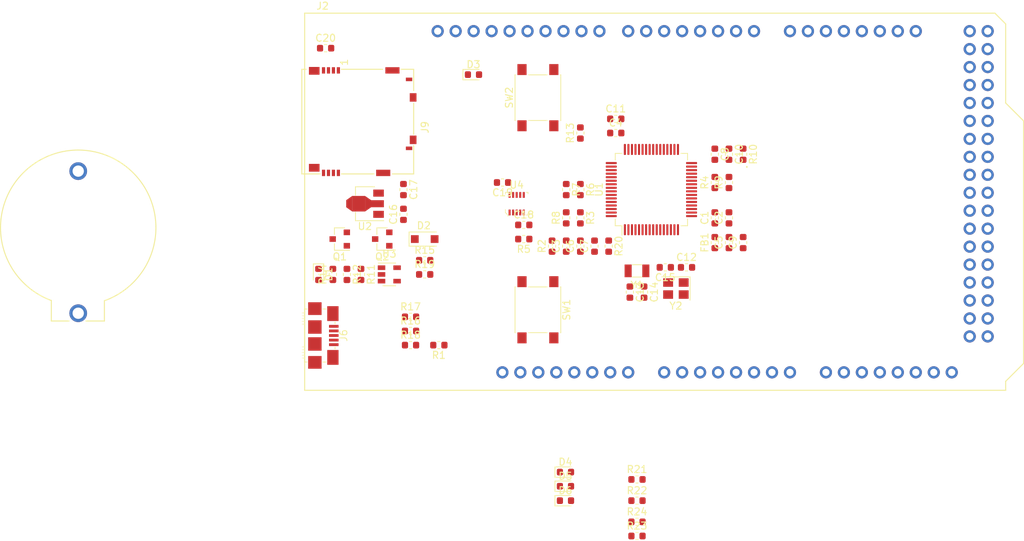
<source format=kicad_pcb>
(kicad_pcb (version 20171130) (host pcbnew 5.1.4)

  (general
    (thickness 1.6)
    (drawings 0)
    (tracks 1)
    (zones 0)
    (modules 65)
    (nets 73)
  )

  (page A4)
  (layers
    (0 F.Cu signal)
    (31 B.Cu signal)
    (32 B.Adhes user)
    (33 F.Adhes user)
    (34 B.Paste user)
    (35 F.Paste user)
    (36 B.SilkS user)
    (37 F.SilkS user)
    (38 B.Mask user)
    (39 F.Mask user)
    (40 Dwgs.User user)
    (41 Cmts.User user)
    (42 Eco1.User user)
    (43 Eco2.User user)
    (44 Edge.Cuts user)
    (45 Margin user)
    (46 B.CrtYd user)
    (47 F.CrtYd user)
    (48 B.Fab user)
    (49 F.Fab user hide)
  )

  (setup
    (last_trace_width 0.25)
    (trace_clearance 0.2)
    (zone_clearance 0.508)
    (zone_45_only no)
    (trace_min 0.2)
    (via_size 0.8)
    (via_drill 0.4)
    (via_min_size 0.4)
    (via_min_drill 0.3)
    (uvia_size 0.3)
    (uvia_drill 0.1)
    (uvias_allowed no)
    (uvia_min_size 0.2)
    (uvia_min_drill 0.1)
    (edge_width 0.05)
    (segment_width 0.2)
    (pcb_text_width 0.3)
    (pcb_text_size 1.5 1.5)
    (mod_edge_width 0.12)
    (mod_text_size 1 1)
    (mod_text_width 0.15)
    (pad_size 1.89992 1.89992)
    (pad_drill 0)
    (pad_to_mask_clearance 0.051)
    (solder_mask_min_width 0.25)
    (aux_axis_origin 0 0)
    (grid_origin 99.96 66.61)
    (visible_elements FFFFFF7F)
    (pcbplotparams
      (layerselection 0x010fc_ffffffff)
      (usegerberextensions false)
      (usegerberattributes false)
      (usegerberadvancedattributes false)
      (creategerberjobfile false)
      (excludeedgelayer true)
      (linewidth 0.100000)
      (plotframeref false)
      (viasonmask false)
      (mode 1)
      (useauxorigin false)
      (hpglpennumber 1)
      (hpglpenspeed 20)
      (hpglpendiameter 15.000000)
      (psnegative false)
      (psa4output false)
      (plotreference true)
      (plotvalue true)
      (plotinvisibletext false)
      (padsonsilk false)
      (subtractmaskfromsilk false)
      (outputformat 1)
      (mirror false)
      (drillshape 1)
      (scaleselection 1)
      (outputdirectory ""))
  )

  (net 0 "")
  (net 1 GND)
  (net 2 +3V3)
  (net 3 /~RST)
  (net 4 VDDA)
  (net 5 /VRTC)
  (net 6 /VCAP_1)
  (net 7 /VCAP_2)
  (net 8 "Net-(C12-Pad2)")
  (net 9 /N1)
  (net 10 /N2)
  (net 11 "Net-(C15-Pad2)")
  (net 12 VCC)
  (net 13 /MMA_AVDD)
  (net 14 "Net-(D1-Pad2)")
  (net 15 /R)
  (net 16 /G)
  (net 17 /Y)
  (net 18 /B)
  (net 19 "Net-(J1-Pad1)")
  (net 20 /X8)
  (net 21 /X6)
  (net 22 /X1)
  (net 23 /Y9)
  (net 24 /Y10)
  (net 25 /Y2)
  (net 26 /Y1)
  (net 27 /X4)
  (net 28 /X3)
  (net 29 /Y3)
  (net 30 /Y4)
  (net 31 /Y5)
  (net 32 /Y6)
  (net 33 /Y7)
  (net 34 /Y8)
  (net 35 /X18)
  (net 36 /BOOT0)
  (net 37 /SW)
  (net 38 /SDA)
  (net 39 /SCL)
  (net 40 /GRN)
  (net 41 /YEL)
  (net 42 /BLU)
  (net 43 /X2)
  (net 44 /X5)
  (net 45 /X11)
  (net 46 /X12)
  (net 47 /X19)
  (net 48 /X20)
  (net 49 /X21)
  (net 50 /X22)
  (net 51 /Y11)
  (net 52 /Y12)
  (net 53 "Net-(J2-Pad5V4)")
  (net 54 /RED)
  (net 55 /X7)
  (net 56 /SDIO_SW)
  (net 57 /SDIO_D2)
  (net 58 /SDIO_D1)
  (net 59 /SDIO_D3)
  (net 60 /SDIO_D0)
  (net 61 /SDIO_CMD)
  (net 62 /SDIO_CK)
  (net 63 "Net-(Q1-Pad3)")
  (net 64 "Net-(Q1-Pad1)")
  (net 65 /ID)
  (net 66 /BOOT1-MMA-INT)
  (net 67 /~OC)
  (net 68 /USR-SW)
  (net 69 /VBUS)
  (net 70 /DP)
  (net 71 /DM)
  (net 72 /VBUS_USB)

  (net_class Default "This is the default net class."
    (clearance 0.2)
    (trace_width 0.25)
    (via_dia 0.8)
    (via_drill 0.4)
    (uvia_dia 0.3)
    (uvia_drill 0.1)
    (add_net +3V3)
    (add_net /B)
    (add_net /BLU)
    (add_net /BOOT0)
    (add_net /BOOT1-MMA-INT)
    (add_net /DM)
    (add_net /DM_USB)
    (add_net /DP)
    (add_net /DP_USB)
    (add_net /G)
    (add_net /GRN)
    (add_net /ID)
    (add_net /ID_USB)
    (add_net /MMA_AVDD)
    (add_net /N1)
    (add_net /N2)
    (add_net /R)
    (add_net /RED)
    (add_net /SCL)
    (add_net /SDA)
    (add_net /SDIO_CK)
    (add_net /SDIO_CMD)
    (add_net /SDIO_D0)
    (add_net /SDIO_D1)
    (add_net /SDIO_D2)
    (add_net /SDIO_D3)
    (add_net /SDIO_SW)
    (add_net /SW)
    (add_net /USR-SW)
    (add_net /VBUS)
    (add_net /VBUS_USB)
    (add_net /VCAP_1)
    (add_net /VCAP_2)
    (add_net /VRTC)
    (add_net /X1)
    (add_net /X11)
    (add_net /X12)
    (add_net /X18)
    (add_net /X19)
    (add_net /X2)
    (add_net /X20)
    (add_net /X21)
    (add_net /X22)
    (add_net /X3)
    (add_net /X4)
    (add_net /X5)
    (add_net /X6)
    (add_net /X7)
    (add_net /X8)
    (add_net /Y)
    (add_net /Y1)
    (add_net /Y10)
    (add_net /Y11)
    (add_net /Y12)
    (add_net /Y2)
    (add_net /Y3)
    (add_net /Y4)
    (add_net /Y5)
    (add_net /Y6)
    (add_net /Y7)
    (add_net /Y8)
    (add_net /Y9)
    (add_net /YEL)
    (add_net /~OC)
    (add_net /~RST)
    (add_net GND)
    (add_net "Net-(C12-Pad2)")
    (add_net "Net-(C15-Pad2)")
    (add_net "Net-(D1-Pad2)")
    (add_net "Net-(J1-Pad1)")
    (add_net "Net-(J2-Pad5V4)")
    (add_net "Net-(J2-PadA14)")
    (add_net "Net-(J2-PadA15)")
    (add_net "Net-(J2-PadAREF)")
    (add_net "Net-(J2-PadD16)")
    (add_net "Net-(J2-PadD17)")
    (add_net "Net-(J2-PadD18)")
    (add_net "Net-(J2-PadD19)")
    (add_net "Net-(J2-PadD22)")
    (add_net "Net-(J2-PadD23)")
    (add_net "Net-(J2-PadD24)")
    (add_net "Net-(J2-PadD25)")
    (add_net "Net-(J2-PadD26)")
    (add_net "Net-(J2-PadD27)")
    (add_net "Net-(J2-PadD28)")
    (add_net "Net-(J2-PadD29)")
    (add_net "Net-(J2-PadD30)")
    (add_net "Net-(J2-PadD31)")
    (add_net "Net-(J2-PadD32)")
    (add_net "Net-(J2-PadD33)")
    (add_net "Net-(J2-PadD34)")
    (add_net "Net-(J2-PadD35)")
    (add_net "Net-(J2-PadD36)")
    (add_net "Net-(J2-PadD37)")
    (add_net "Net-(J2-PadD38)")
    (add_net "Net-(J2-PadD39)")
    (add_net "Net-(J2-PadD40)")
    (add_net "Net-(J2-PadD41)")
    (add_net "Net-(J2-PadD42)")
    (add_net "Net-(J2-PadD43)")
    (add_net "Net-(J2-PadD44)")
    (add_net "Net-(J2-PadD45)")
    (add_net "Net-(J2-PadD46)")
    (add_net "Net-(J2-PadD47)")
    (add_net "Net-(J2-PadD48)")
    (add_net "Net-(J2-PadD49)")
    (add_net "Net-(J2-PadD50)")
    (add_net "Net-(J2-PadD51)")
    (add_net "Net-(J2-PadD52)")
    (add_net "Net-(J2-PadD53)")
    (add_net "Net-(J2-PadIORF)")
    (add_net "Net-(Q1-Pad1)")
    (add_net "Net-(Q1-Pad3)")
    (add_net VCC)
    (add_net VDDA)
  )

  (module components:Arduino_Mega2560_Shield locked (layer F.Cu) (tedit 5DC6AE44) (tstamp 5DBB405A)
    (at 100 120)
    (descr https://store.arduino.cc/arduino-mega-2560-rev3)
    (path /5DA80A8E)
    (fp_text reference J2 (at 2.54 -54.356) (layer F.SilkS)
      (effects (font (size 1 1) (thickness 0.15)))
    )
    (fp_text value Arduino_Mega2560_Shield (at 15.494 -54.356) (layer F.Fab)
      (effects (font (size 1 1) (thickness 0.15)))
    )
    (fp_line (start 0 -53.34) (end 97.536 -53.34) (layer F.SilkS) (width 0.15))
    (fp_line (start 0 0) (end 99.06 0) (layer F.SilkS) (width 0.15))
    (fp_line (start 97.536 -53.34) (end 99.06 -51.816) (layer F.SilkS) (width 0.15))
    (fp_line (start 99.06 0) (end 99.06 -1.27) (layer F.SilkS) (width 0.15))
    (fp_line (start 99.06 -1.27) (end 101.6 -3.81) (layer F.SilkS) (width 0.15))
    (fp_line (start 101.6 -3.81) (end 101.6 -38.1) (layer F.SilkS) (width 0.15))
    (fp_line (start 101.6 -38.1) (end 99.06 -40.64) (layer F.SilkS) (width 0.15))
    (fp_line (start 99.06 -40.64) (end 99.06 -51.816) (layer F.SilkS) (width 0.15))
    (fp_line (start 0 -53.34) (end 0 0) (layer F.SilkS) (width 0.15))
    (fp_line (start -1.905 -12.065) (end 11.43 -12.065) (layer B.CrtYd) (width 0.15))
    (fp_line (start -1.905 -12.065) (end -1.905 -3.175) (layer B.CrtYd) (width 0.15))
    (fp_line (start -1.905 -3.175) (end 11.43 -3.175) (layer B.CrtYd) (width 0.15))
    (fp_line (start 11.43 -12.065) (end 11.43 -3.175) (layer B.CrtYd) (width 0.15))
    (fp_line (start -6.35 -43.815) (end -6.35 -32.385) (layer B.CrtYd) (width 0.15))
    (fp_line (start 9.525 -43.815) (end 9.525 -32.385) (layer B.CrtYd) (width 0.15))
    (fp_line (start 9.525 -43.815) (end -6.35 -43.815) (layer B.CrtYd) (width 0.15))
    (fp_line (start 9.525 -32.385) (end -6.35 -32.385) (layer B.CrtYd) (width 0.15))
    (fp_text user . (at 62.484 -32.004) (layer F.SilkS)
      (effects (font (size 1 1) (thickness 0.15)))
    )
    (pad GND6 thru_hole oval (at 96.52 -7.62) (size 1.7272 1.7272) (drill 1.016) (layers *.Cu *.Mask)
      (net 1 GND))
    (pad GND5 thru_hole oval (at 93.98 -7.62) (size 1.7272 1.7272) (drill 1.016) (layers *.Cu *.Mask)
      (net 1 GND))
    (pad D53 thru_hole oval (at 96.52 -10.16) (size 1.7272 1.7272) (drill 1.016) (layers *.Cu *.Mask))
    (pad D52 thru_hole oval (at 93.98 -10.16) (size 1.7272 1.7272) (drill 1.016) (layers *.Cu *.Mask))
    (pad D51 thru_hole oval (at 96.52 -12.7) (size 1.7272 1.7272) (drill 1.016) (layers *.Cu *.Mask))
    (pad D50 thru_hole oval (at 93.98 -12.7) (size 1.7272 1.7272) (drill 1.016) (layers *.Cu *.Mask))
    (pad D49 thru_hole oval (at 96.52 -15.24) (size 1.7272 1.7272) (drill 1.016) (layers *.Cu *.Mask))
    (pad D48 thru_hole oval (at 93.98 -15.24) (size 1.7272 1.7272) (drill 1.016) (layers *.Cu *.Mask))
    (pad D47 thru_hole oval (at 96.52 -17.78) (size 1.7272 1.7272) (drill 1.016) (layers *.Cu *.Mask))
    (pad D46 thru_hole oval (at 93.98 -17.78) (size 1.7272 1.7272) (drill 1.016) (layers *.Cu *.Mask))
    (pad D45 thru_hole oval (at 96.52 -20.32) (size 1.7272 1.7272) (drill 1.016) (layers *.Cu *.Mask))
    (pad D44 thru_hole oval (at 93.98 -20.32) (size 1.7272 1.7272) (drill 1.016) (layers *.Cu *.Mask))
    (pad D43 thru_hole oval (at 96.52 -22.86) (size 1.7272 1.7272) (drill 1.016) (layers *.Cu *.Mask))
    (pad D42 thru_hole oval (at 93.98 -22.86) (size 1.7272 1.7272) (drill 1.016) (layers *.Cu *.Mask))
    (pad D41 thru_hole oval (at 96.52 -25.4) (size 1.7272 1.7272) (drill 1.016) (layers *.Cu *.Mask))
    (pad D40 thru_hole oval (at 93.98 -25.4) (size 1.7272 1.7272) (drill 1.016) (layers *.Cu *.Mask))
    (pad D39 thru_hole oval (at 96.52 -27.94) (size 1.7272 1.7272) (drill 1.016) (layers *.Cu *.Mask))
    (pad D38 thru_hole oval (at 93.98 -27.94) (size 1.7272 1.7272) (drill 1.016) (layers *.Cu *.Mask))
    (pad D37 thru_hole oval (at 96.52 -30.48) (size 1.7272 1.7272) (drill 1.016) (layers *.Cu *.Mask))
    (pad D36 thru_hole oval (at 93.98 -30.48) (size 1.7272 1.7272) (drill 1.016) (layers *.Cu *.Mask))
    (pad D35 thru_hole oval (at 96.52 -33.02) (size 1.7272 1.7272) (drill 1.016) (layers *.Cu *.Mask))
    (pad D34 thru_hole oval (at 93.98 -33.02) (size 1.7272 1.7272) (drill 1.016) (layers *.Cu *.Mask))
    (pad D33 thru_hole oval (at 96.52 -35.56) (size 1.7272 1.7272) (drill 1.016) (layers *.Cu *.Mask))
    (pad D32 thru_hole oval (at 93.98 -35.56) (size 1.7272 1.7272) (drill 1.016) (layers *.Cu *.Mask))
    (pad D31 thru_hole oval (at 96.52 -38.1) (size 1.7272 1.7272) (drill 1.016) (layers *.Cu *.Mask))
    (pad D30 thru_hole oval (at 93.98 -38.1) (size 1.7272 1.7272) (drill 1.016) (layers *.Cu *.Mask))
    (pad D29 thru_hole oval (at 96.52 -40.64) (size 1.7272 1.7272) (drill 1.016) (layers *.Cu *.Mask))
    (pad D28 thru_hole oval (at 93.98 -40.64) (size 1.7272 1.7272) (drill 1.016) (layers *.Cu *.Mask))
    (pad D27 thru_hole oval (at 96.52 -43.18) (size 1.7272 1.7272) (drill 1.016) (layers *.Cu *.Mask))
    (pad D26 thru_hole oval (at 93.98 -43.18) (size 1.7272 1.7272) (drill 1.016) (layers *.Cu *.Mask))
    (pad D25 thru_hole oval (at 96.52 -45.72) (size 1.7272 1.7272) (drill 1.016) (layers *.Cu *.Mask))
    (pad D24 thru_hole oval (at 93.98 -45.72) (size 1.7272 1.7272) (drill 1.016) (layers *.Cu *.Mask))
    (pad D23 thru_hole oval (at 96.52 -48.26) (size 1.7272 1.7272) (drill 1.016) (layers *.Cu *.Mask))
    (pad D22 thru_hole oval (at 93.98 -48.26) (size 1.7272 1.7272) (drill 1.016) (layers *.Cu *.Mask))
    (pad 5V4 thru_hole oval (at 96.52 -50.8) (size 1.7272 1.7272) (drill 1.016) (layers *.Cu *.Mask)
      (net 53 "Net-(J2-Pad5V4)"))
    (pad 5V3 thru_hole oval (at 93.98 -50.8) (size 1.7272 1.7272) (drill 1.016) (layers *.Cu *.Mask)
      (net 12 VCC))
    (pad A15 thru_hole oval (at 91.44 -2.54) (size 1.7272 1.7272) (drill 1.016) (layers *.Cu *.Mask))
    (pad A14 thru_hole oval (at 88.9 -2.54) (size 1.7272 1.7272) (drill 1.016) (layers *.Cu *.Mask))
    (pad A13 thru_hole oval (at 86.36 -2.54) (size 1.7272 1.7272) (drill 1.016) (layers *.Cu *.Mask)
      (net 52 /Y12))
    (pad A12 thru_hole oval (at 83.82 -2.54) (size 1.7272 1.7272) (drill 1.016) (layers *.Cu *.Mask)
      (net 51 /Y11))
    (pad A11 thru_hole oval (at 81.28 -2.54) (size 1.7272 1.7272) (drill 1.016) (layers *.Cu *.Mask)
      (net 50 /X22))
    (pad A10 thru_hole oval (at 78.74 -2.54) (size 1.7272 1.7272) (drill 1.016) (layers *.Cu *.Mask)
      (net 49 /X21))
    (pad A9 thru_hole oval (at 76.2 -2.54) (size 1.7272 1.7272) (drill 1.016) (layers *.Cu *.Mask)
      (net 48 /X20))
    (pad A8 thru_hole oval (at 73.66 -2.54) (size 1.7272 1.7272) (drill 1.016) (layers *.Cu *.Mask)
      (net 47 /X19))
    (pad A7 thru_hole oval (at 68.58 -2.54) (size 1.7272 1.7272) (drill 1.016) (layers *.Cu *.Mask)
      (net 46 /X12))
    (pad A6 thru_hole oval (at 66.04 -2.54) (size 1.7272 1.7272) (drill 1.016) (layers *.Cu *.Mask)
      (net 45 /X11))
    (pad A5 thru_hole oval (at 63.5 -2.54) (size 1.7272 1.7272) (drill 1.016) (layers *.Cu *.Mask)
      (net 20 /X8))
    (pad A4 thru_hole oval (at 60.96 -2.54) (size 1.7272 1.7272) (drill 1.016) (layers *.Cu *.Mask)
      (net 55 /X7))
    (pad A3 thru_hole oval (at 58.42 -2.54) (size 1.7272 1.7272) (drill 1.016) (layers *.Cu *.Mask)
      (net 21 /X6))
    (pad A2 thru_hole oval (at 55.88 -2.54) (size 1.7272 1.7272) (drill 1.016) (layers *.Cu *.Mask)
      (net 44 /X5))
    (pad A1 thru_hole oval (at 53.34 -2.54) (size 1.7272 1.7272) (drill 1.016) (layers *.Cu *.Mask)
      (net 43 /X2))
    (pad X18 thru_hole oval (at 27.94 -2.54) (size 1.7272 1.7272) (drill 1.016) (layers *.Cu *.Mask)
      (net 35 /X18))
    (pad D11 thru_hole oval (at 34.036 -50.8) (size 1.7272 1.7272) (drill 1.016) (layers *.Cu *.Mask)
      (net 41 /YEL))
    (pad D12 thru_hole oval (at 31.496 -50.8) (size 1.7272 1.7272) (drill 1.016) (layers *.Cu *.Mask)
      (net 37 /SW))
    (pad D13 thru_hole oval (at 28.956 -50.8) (size 1.7272 1.7272) (drill 1.016) (layers *.Cu *.Mask)
      (net 36 /BOOT0))
    (pad AREF thru_hole oval (at 23.876 -50.8) (size 1.7272 1.7272) (drill 1.016) (layers *.Cu *.Mask))
    (pad SDA thru_hole oval (at 21.336 -50.8) (size 1.7272 1.7272) (drill 1.016) (layers *.Cu *.Mask)
      (net 39 /SCL))
    (pad SCL thru_hole oval (at 18.796 -50.8) (size 1.7272 1.7272) (drill 1.016) (layers *.Cu *.Mask)
      (net 38 /SDA))
    (pad "" np_thru_hole circle (at 13.97 -2.54) (size 3.2 3.2) (drill 3.2) (layers *.Cu *.Mask))
    (pad "" np_thru_hole circle (at 96.52 -2.54) (size 3.2 3.2) (drill 3.2) (layers *.Cu *.Mask))
    (pad "" np_thru_hole circle (at 15.24 -50.8) (size 3.2 3.2) (drill 3.2) (layers *.Cu *.Mask))
    (pad "" np_thru_hole circle (at 90.17 -50.8) (size 3.2 3.2) (drill 3.2) (layers *.Cu *.Mask))
    (pad "" np_thru_hole circle (at 66.04 -35.56) (size 3.2 3.2) (drill 3.2) (layers *.Cu *.Mask))
    (pad "" np_thru_hole circle (at 66.04 -7.62) (size 3.2 3.2) (drill 3.2) (layers *.Cu *.Mask))
    (pad D10 thru_hole oval (at 36.576 -50.8) (size 1.7272 1.7272) (drill 1.016) (layers *.Cu *.Mask)
      (net 42 /BLU))
    (pad D9 thru_hole oval (at 39.116 -50.8) (size 1.7272 1.7272) (drill 1.016) (layers *.Cu *.Mask)
      (net 40 /GRN))
    (pad D8 thru_hole oval (at 41.656 -50.8) (size 1.7272 1.7272) (drill 1.016) (layers *.Cu *.Mask)
      (net 54 /RED))
    (pad GND1 thru_hole oval (at 26.416 -50.8) (size 1.7272 1.7272) (drill 1.016) (layers *.Cu *.Mask)
      (net 1 GND))
    (pad D7 thru_hole oval (at 45.72 -50.8) (size 1.7272 1.7272) (drill 1.016) (layers *.Cu *.Mask)
      (net 34 /Y8))
    (pad D6 thru_hole oval (at 48.26 -50.8) (size 1.7272 1.7272) (drill 1.016) (layers *.Cu *.Mask)
      (net 33 /Y7))
    (pad D5 thru_hole oval (at 50.8 -50.8) (size 1.7272 1.7272) (drill 1.016) (layers *.Cu *.Mask)
      (net 32 /Y6))
    (pad D4 thru_hole oval (at 53.34 -50.8) (size 1.7272 1.7272) (drill 1.016) (layers *.Cu *.Mask)
      (net 31 /Y5))
    (pad D3 thru_hole oval (at 55.88 -50.8) (size 1.7272 1.7272) (drill 1.016) (layers *.Cu *.Mask)
      (net 30 /Y4))
    (pad D2 thru_hole oval (at 58.42 -50.8) (size 1.7272 1.7272) (drill 1.016) (layers *.Cu *.Mask)
      (net 29 /Y3))
    (pad D1 thru_hole oval (at 60.96 -50.8) (size 1.7272 1.7272) (drill 1.016) (layers *.Cu *.Mask)
      (net 26 /Y1))
    (pad D0 thru_hole oval (at 63.5 -50.8) (size 1.7272 1.7272) (drill 1.016) (layers *.Cu *.Mask)
      (net 25 /Y2))
    (pad D14 thru_hole oval (at 68.58 -50.8) (size 1.7272 1.7272) (drill 1.016) (layers *.Cu *.Mask)
      (net 28 /X3))
    (pad D15 thru_hole oval (at 71.12 -50.8) (size 1.7272 1.7272) (drill 1.016) (layers *.Cu *.Mask)
      (net 27 /X4))
    (pad D16 thru_hole oval (at 73.66 -50.8) (size 1.7272 1.7272) (drill 1.016) (layers *.Cu *.Mask))
    (pad D17 thru_hole oval (at 76.2 -50.8) (size 1.7272 1.7272) (drill 1.016) (layers *.Cu *.Mask))
    (pad D18 thru_hole oval (at 78.74 -50.8) (size 1.7272 1.7272) (drill 1.016) (layers *.Cu *.Mask))
    (pad D19 thru_hole oval (at 81.28 -50.8) (size 1.7272 1.7272) (drill 1.016) (layers *.Cu *.Mask))
    (pad D20 thru_hole oval (at 83.82 -50.8) (size 1.7272 1.7272) (drill 1.016) (layers *.Cu *.Mask)
      (net 24 /Y10))
    (pad D21 thru_hole oval (at 86.36 -50.8) (size 1.7272 1.7272) (drill 1.016) (layers *.Cu *.Mask)
      (net 23 /Y9))
    (pad IORF thru_hole oval (at 30.48 -2.54) (size 1.7272 1.7272) (drill 1.016) (layers *.Cu *.Mask))
    (pad RST1 thru_hole oval (at 33.02 -2.54) (size 1.7272 1.7272) (drill 1.016) (layers *.Cu *.Mask)
      (net 3 /~RST))
    (pad 3V3 thru_hole oval (at 35.56 -2.54) (size 1.7272 1.7272) (drill 1.016) (layers *.Cu *.Mask)
      (net 2 +3V3))
    (pad 5V1 thru_hole oval (at 38.1 -2.54) (size 1.7272 1.7272) (drill 1.016) (layers *.Cu *.Mask)
      (net 4 VDDA))
    (pad GND2 thru_hole oval (at 40.64 -2.54) (size 1.7272 1.7272) (drill 1.016) (layers *.Cu *.Mask)
      (net 1 GND))
    (pad GND3 thru_hole oval (at 43.18 -2.54) (size 1.7272 1.7272) (drill 1.016) (layers *.Cu *.Mask)
      (net 1 GND))
    (pad VIN thru_hole oval (at 45.72 -2.54) (size 1.7272 1.7272) (drill 1.016) (layers *.Cu *.Mask)
      (net 12 VCC))
    (pad A0 thru_hole oval (at 50.8 -2.54) (size 1.7272 1.7272) (drill 1.016) (layers *.Cu *.Mask)
      (net 22 /X1))
  )

  (module LED_SMD:LED_0603_1608Metric (layer F.Cu) (tedit 5B301BBE) (tstamp 5DC82D2A)
    (at 136.8525 135.61)
    (descr "LED SMD 0603 (1608 Metric), square (rectangular) end terminal, IPC_7351 nominal, (Body size source: http://www.tortai-tech.com/upload/download/2011102023233369053.pdf), generated with kicad-footprint-generator")
    (tags diode)
    (path /5D89E697)
    (attr smd)
    (fp_text reference D6 (at 0 -1.43) (layer F.SilkS)
      (effects (font (size 1 1) (thickness 0.15)))
    )
    (fp_text value LED_BLUE (at 0 1.43) (layer F.Fab)
      (effects (font (size 1 1) (thickness 0.15)))
    )
    (fp_text user %R (at 0 0) (layer F.Fab)
      (effects (font (size 0.4 0.4) (thickness 0.06)))
    )
    (fp_line (start 1.48 0.73) (end -1.48 0.73) (layer F.CrtYd) (width 0.05))
    (fp_line (start 1.48 -0.73) (end 1.48 0.73) (layer F.CrtYd) (width 0.05))
    (fp_line (start -1.48 -0.73) (end 1.48 -0.73) (layer F.CrtYd) (width 0.05))
    (fp_line (start -1.48 0.73) (end -1.48 -0.73) (layer F.CrtYd) (width 0.05))
    (fp_line (start -1.485 0.735) (end 0.8 0.735) (layer F.SilkS) (width 0.12))
    (fp_line (start -1.485 -0.735) (end -1.485 0.735) (layer F.SilkS) (width 0.12))
    (fp_line (start 0.8 -0.735) (end -1.485 -0.735) (layer F.SilkS) (width 0.12))
    (fp_line (start 0.8 0.4) (end 0.8 -0.4) (layer F.Fab) (width 0.1))
    (fp_line (start -0.8 0.4) (end 0.8 0.4) (layer F.Fab) (width 0.1))
    (fp_line (start -0.8 -0.1) (end -0.8 0.4) (layer F.Fab) (width 0.1))
    (fp_line (start -0.5 -0.4) (end -0.8 -0.1) (layer F.Fab) (width 0.1))
    (fp_line (start 0.8 -0.4) (end -0.5 -0.4) (layer F.Fab) (width 0.1))
    (pad 2 smd roundrect (at 0.7875 0) (size 0.875 0.95) (layers F.Cu F.Paste F.Mask) (roundrect_rratio 0.25)
      (net 18 /B))
    (pad 1 smd roundrect (at -0.7875 0) (size 0.875 0.95) (layers F.Cu F.Paste F.Mask) (roundrect_rratio 0.25)
      (net 1 GND))
    (model ${KISYS3DMOD}/LED_SMD.3dshapes/LED_0603_1608Metric.wrl
      (at (xyz 0 0 0))
      (scale (xyz 1 1 1))
      (rotate (xyz 0 0 0))
    )
  )

  (module LED_SMD:LED_0603_1608Metric (layer F.Cu) (tedit 5B301BBE) (tstamp 5DC82DCC)
    (at 136.8525 133.57)
    (descr "LED SMD 0603 (1608 Metric), square (rectangular) end terminal, IPC_7351 nominal, (Body size source: http://www.tortai-tech.com/upload/download/2011102023233369053.pdf), generated with kicad-footprint-generator")
    (tags diode)
    (path /5D89E290)
    (attr smd)
    (fp_text reference D5 (at 0 -1.43) (layer F.SilkS)
      (effects (font (size 1 1) (thickness 0.15)))
    )
    (fp_text value LED_YELLOW (at 0 1.43) (layer F.Fab)
      (effects (font (size 1 1) (thickness 0.15)))
    )
    (fp_text user %R (at 0 0) (layer F.Fab)
      (effects (font (size 0.4 0.4) (thickness 0.06)))
    )
    (fp_line (start 1.48 0.73) (end -1.48 0.73) (layer F.CrtYd) (width 0.05))
    (fp_line (start 1.48 -0.73) (end 1.48 0.73) (layer F.CrtYd) (width 0.05))
    (fp_line (start -1.48 -0.73) (end 1.48 -0.73) (layer F.CrtYd) (width 0.05))
    (fp_line (start -1.48 0.73) (end -1.48 -0.73) (layer F.CrtYd) (width 0.05))
    (fp_line (start -1.485 0.735) (end 0.8 0.735) (layer F.SilkS) (width 0.12))
    (fp_line (start -1.485 -0.735) (end -1.485 0.735) (layer F.SilkS) (width 0.12))
    (fp_line (start 0.8 -0.735) (end -1.485 -0.735) (layer F.SilkS) (width 0.12))
    (fp_line (start 0.8 0.4) (end 0.8 -0.4) (layer F.Fab) (width 0.1))
    (fp_line (start -0.8 0.4) (end 0.8 0.4) (layer F.Fab) (width 0.1))
    (fp_line (start -0.8 -0.1) (end -0.8 0.4) (layer F.Fab) (width 0.1))
    (fp_line (start -0.5 -0.4) (end -0.8 -0.1) (layer F.Fab) (width 0.1))
    (fp_line (start 0.8 -0.4) (end -0.5 -0.4) (layer F.Fab) (width 0.1))
    (pad 2 smd roundrect (at 0.7875 0) (size 0.875 0.95) (layers F.Cu F.Paste F.Mask) (roundrect_rratio 0.25)
      (net 17 /Y))
    (pad 1 smd roundrect (at -0.7875 0) (size 0.875 0.95) (layers F.Cu F.Paste F.Mask) (roundrect_rratio 0.25)
      (net 1 GND))
    (model ${KISYS3DMOD}/LED_SMD.3dshapes/LED_0603_1608Metric.wrl
      (at (xyz 0 0 0))
      (scale (xyz 1 1 1))
      (rotate (xyz 0 0 0))
    )
  )

  (module LED_SMD:LED_0603_1608Metric (layer F.Cu) (tedit 5B301BBE) (tstamp 5DC82D96)
    (at 136.8525 131.57)
    (descr "LED SMD 0603 (1608 Metric), square (rectangular) end terminal, IPC_7351 nominal, (Body size source: http://www.tortai-tech.com/upload/download/2011102023233369053.pdf), generated with kicad-footprint-generator")
    (tags diode)
    (path /5D89DF41)
    (attr smd)
    (fp_text reference D4 (at 0 -1.43) (layer F.SilkS)
      (effects (font (size 1 1) (thickness 0.15)))
    )
    (fp_text value LED_GREEN (at 0 1.43) (layer F.Fab)
      (effects (font (size 1 1) (thickness 0.15)))
    )
    (fp_text user %R (at 0 0) (layer F.Fab)
      (effects (font (size 0.4 0.4) (thickness 0.06)))
    )
    (fp_line (start 1.48 0.73) (end -1.48 0.73) (layer F.CrtYd) (width 0.05))
    (fp_line (start 1.48 -0.73) (end 1.48 0.73) (layer F.CrtYd) (width 0.05))
    (fp_line (start -1.48 -0.73) (end 1.48 -0.73) (layer F.CrtYd) (width 0.05))
    (fp_line (start -1.48 0.73) (end -1.48 -0.73) (layer F.CrtYd) (width 0.05))
    (fp_line (start -1.485 0.735) (end 0.8 0.735) (layer F.SilkS) (width 0.12))
    (fp_line (start -1.485 -0.735) (end -1.485 0.735) (layer F.SilkS) (width 0.12))
    (fp_line (start 0.8 -0.735) (end -1.485 -0.735) (layer F.SilkS) (width 0.12))
    (fp_line (start 0.8 0.4) (end 0.8 -0.4) (layer F.Fab) (width 0.1))
    (fp_line (start -0.8 0.4) (end 0.8 0.4) (layer F.Fab) (width 0.1))
    (fp_line (start -0.8 -0.1) (end -0.8 0.4) (layer F.Fab) (width 0.1))
    (fp_line (start -0.5 -0.4) (end -0.8 -0.1) (layer F.Fab) (width 0.1))
    (fp_line (start 0.8 -0.4) (end -0.5 -0.4) (layer F.Fab) (width 0.1))
    (pad 2 smd roundrect (at 0.7875 0) (size 0.875 0.95) (layers F.Cu F.Paste F.Mask) (roundrect_rratio 0.25)
      (net 16 /G))
    (pad 1 smd roundrect (at -0.7875 0) (size 0.875 0.95) (layers F.Cu F.Paste F.Mask) (roundrect_rratio 0.25)
      (net 1 GND))
    (model ${KISYS3DMOD}/LED_SMD.3dshapes/LED_0603_1608Metric.wrl
      (at (xyz 0 0 0))
      (scale (xyz 1 1 1))
      (rotate (xyz 0 0 0))
    )
  )

  (module LED_SMD:LED_0603_1608Metric (layer F.Cu) (tedit 5B301BBE) (tstamp 5DC82D60)
    (at 123.8525 75.35)
    (descr "LED SMD 0603 (1608 Metric), square (rectangular) end terminal, IPC_7351 nominal, (Body size source: http://www.tortai-tech.com/upload/download/2011102023233369053.pdf), generated with kicad-footprint-generator")
    (tags diode)
    (path /5D89DC0A)
    (attr smd)
    (fp_text reference D3 (at 0 -1.43) (layer F.SilkS)
      (effects (font (size 1 1) (thickness 0.15)))
    )
    (fp_text value LED_RED (at 0 1.43) (layer F.Fab)
      (effects (font (size 1 1) (thickness 0.15)))
    )
    (fp_text user %R (at 0 0) (layer F.Fab)
      (effects (font (size 0.4 0.4) (thickness 0.06)))
    )
    (fp_line (start 1.48 0.73) (end -1.48 0.73) (layer F.CrtYd) (width 0.05))
    (fp_line (start 1.48 -0.73) (end 1.48 0.73) (layer F.CrtYd) (width 0.05))
    (fp_line (start -1.48 -0.73) (end 1.48 -0.73) (layer F.CrtYd) (width 0.05))
    (fp_line (start -1.48 0.73) (end -1.48 -0.73) (layer F.CrtYd) (width 0.05))
    (fp_line (start -1.485 0.735) (end 0.8 0.735) (layer F.SilkS) (width 0.12))
    (fp_line (start -1.485 -0.735) (end -1.485 0.735) (layer F.SilkS) (width 0.12))
    (fp_line (start 0.8 -0.735) (end -1.485 -0.735) (layer F.SilkS) (width 0.12))
    (fp_line (start 0.8 0.4) (end 0.8 -0.4) (layer F.Fab) (width 0.1))
    (fp_line (start -0.8 0.4) (end 0.8 0.4) (layer F.Fab) (width 0.1))
    (fp_line (start -0.8 -0.1) (end -0.8 0.4) (layer F.Fab) (width 0.1))
    (fp_line (start -0.5 -0.4) (end -0.8 -0.1) (layer F.Fab) (width 0.1))
    (fp_line (start 0.8 -0.4) (end -0.5 -0.4) (layer F.Fab) (width 0.1))
    (pad 2 smd roundrect (at 0.7875 0) (size 0.875 0.95) (layers F.Cu F.Paste F.Mask) (roundrect_rratio 0.25)
      (net 15 /R))
    (pad 1 smd roundrect (at -0.7875 0) (size 0.875 0.95) (layers F.Cu F.Paste F.Mask) (roundrect_rratio 0.25)
      (net 1 GND))
    (model ${KISYS3DMOD}/LED_SMD.3dshapes/LED_0603_1608Metric.wrl
      (at (xyz 0 0 0))
      (scale (xyz 1 1 1))
      (rotate (xyz 0 0 0))
    )
  )

  (module LED_SMD:LED_0603_1608Metric (layer F.Cu) (tedit 5B301BBE) (tstamp 5DBA339A)
    (at 101.96 103.61 270)
    (descr "LED SMD 0603 (1608 Metric), square (rectangular) end terminal, IPC_7351 nominal, (Body size source: http://www.tortai-tech.com/upload/download/2011102023233369053.pdf), generated with kicad-footprint-generator")
    (tags diode)
    (path /5E3D49BE)
    (attr smd)
    (fp_text reference D1 (at 0 -1.43 90) (layer F.SilkS)
      (effects (font (size 1 1) (thickness 0.15)))
    )
    (fp_text value OC_RED (at 0 1.43 90) (layer F.Fab)
      (effects (font (size 1 1) (thickness 0.15)))
    )
    (fp_text user %R (at 0 0 90) (layer F.Fab)
      (effects (font (size 0.4 0.4) (thickness 0.06)))
    )
    (fp_line (start 1.48 0.73) (end -1.48 0.73) (layer F.CrtYd) (width 0.05))
    (fp_line (start 1.48 -0.73) (end 1.48 0.73) (layer F.CrtYd) (width 0.05))
    (fp_line (start -1.48 -0.73) (end 1.48 -0.73) (layer F.CrtYd) (width 0.05))
    (fp_line (start -1.48 0.73) (end -1.48 -0.73) (layer F.CrtYd) (width 0.05))
    (fp_line (start -1.485 0.735) (end 0.8 0.735) (layer F.SilkS) (width 0.12))
    (fp_line (start -1.485 -0.735) (end -1.485 0.735) (layer F.SilkS) (width 0.12))
    (fp_line (start 0.8 -0.735) (end -1.485 -0.735) (layer F.SilkS) (width 0.12))
    (fp_line (start 0.8 0.4) (end 0.8 -0.4) (layer F.Fab) (width 0.1))
    (fp_line (start -0.8 0.4) (end 0.8 0.4) (layer F.Fab) (width 0.1))
    (fp_line (start -0.8 -0.1) (end -0.8 0.4) (layer F.Fab) (width 0.1))
    (fp_line (start -0.5 -0.4) (end -0.8 -0.1) (layer F.Fab) (width 0.1))
    (fp_line (start 0.8 -0.4) (end -0.5 -0.4) (layer F.Fab) (width 0.1))
    (pad 2 smd roundrect (at 0.7875 0 270) (size 0.875 0.95) (layers F.Cu F.Paste F.Mask) (roundrect_rratio 0.25)
      (net 14 "Net-(D1-Pad2)"))
    (pad 1 smd roundrect (at -0.7875 0 270) (size 0.875 0.95) (layers F.Cu F.Paste F.Mask) (roundrect_rratio 0.25)
      (net 1 GND))
    (model ${KISYS3DMOD}/LED_SMD.3dshapes/LED_0603_1608Metric.wrl
      (at (xyz 0 0 0))
      (scale (xyz 1 1 1))
      (rotate (xyz 0 0 0))
    )
  )

  (module components:USB_Micro-B_10118192-0001LF locked (layer F.Cu) (tedit 5DB89D50) (tstamp 5DB91335)
    (at 101.44 112.24984 270)
    (descr "MicroUSB type B OTG")
    (tags usb)
    (path /5D8179A9)
    (attr smd)
    (fp_text reference J6 (at 0 -4.05638 90) (layer F.SilkS)
      (effects (font (size 1.016 1.016) (thickness 0.127)))
    )
    (fp_text value USB_B_Micro (at 0 3.81 270) (layer F.Fab)
      (effects (font (size 1.016 1.016) (thickness 0.127)))
    )
    (fp_line (start -3.74904 1.4478) (end 3.74904 1.4478) (layer F.SilkS) (width 0.127))
    (fp_line (start -3.74904 1.4478) (end -3.74904 1.1176) (layer F.SilkS) (width 0.127))
    (fp_line (start 3.74904 1.4478) (end 3.74904 1.1176) (layer F.SilkS) (width 0.127))
    (fp_line (start 3.74904 -1.1176) (end 3.74904 -1.57988) (layer F.SilkS) (width 0.127))
    (fp_line (start -3.74904 -1.1176) (end -3.74904 -1.57988) (layer F.SilkS) (width 0.127))
    (fp_line (start -3.74904 1.4478) (end -3.74904 2.14884) (layer Dwgs.User) (width 0.127))
    (fp_line (start -3.74904 2.14884) (end 3.74904 2.14884) (layer Dwgs.User) (width 0.127))
    (fp_line (start 3.74904 2.14884) (end 3.74904 1.4478) (layer Dwgs.User) (width 0.127))
    (fp_line (start -1.8796 -2.84988) (end -1.66878 -2.84988) (layer F.SilkS) (width 0.127))
    (fp_line (start 1.66878 -2.84988) (end 1.8796 -2.84988) (layer F.SilkS) (width 0.127))
    (fp_line (start -1.99898 -2.84988) (end -3.74904 -2.84988) (layer Dwgs.User) (width 0.127))
    (fp_line (start -3.74904 -2.84988) (end -3.74904 -1.69926) (layer Dwgs.User) (width 0.127))
    (fp_line (start 1.99898 -2.84988) (end 3.74904 -2.84988) (layer Dwgs.User) (width 0.127))
    (fp_line (start 3.74904 -2.84988) (end 3.74904 -1.69926) (layer Dwgs.User) (width 0.127))
    (fp_line (start 3.74904 -0.99822) (end 3.74904 0.99822) (layer Dwgs.User) (width 0.127))
    (fp_line (start -3.74904 -0.99822) (end -3.74904 0.99822) (layer Dwgs.User) (width 0.127))
    (fp_line (start -1.59766 1.84912) (end -1.59766 1.59766) (layer F.SilkS) (width 0.0381))
    (fp_line (start -1.59766 1.59766) (end -1.4986 1.69926) (layer F.SilkS) (width 0.0381))
    (fp_line (start -1.59766 1.59766) (end -1.69926 1.69926) (layer F.SilkS) (width 0.0381))
    (fp_line (start -1.99898 1.84912) (end -1.99898 1.59766) (layer F.SilkS) (width 0.0381))
    (fp_line (start -1.99898 1.59766) (end -1.89992 1.69926) (layer F.SilkS) (width 0.0381))
    (fp_line (start -1.99898 1.59766) (end -2.09804 1.69926) (layer F.SilkS) (width 0.0381))
    (fp_line (start -2.39776 1.84912) (end -2.39776 1.59766) (layer F.SilkS) (width 0.0381))
    (fp_line (start -2.39776 1.59766) (end -2.2987 1.69926) (layer F.SilkS) (width 0.0381))
    (fp_line (start -2.39776 1.59766) (end -2.49936 1.69926) (layer F.SilkS) (width 0.0381))
    (fp_line (start -2.79908 1.84912) (end -2.79908 1.59766) (layer F.SilkS) (width 0.0381))
    (fp_line (start -2.79908 1.59766) (end -2.69748 1.69926) (layer F.SilkS) (width 0.0381))
    (fp_line (start -2.79908 1.59766) (end -2.89814 1.69926) (layer F.SilkS) (width 0.0381))
    (fp_line (start -3.19786 1.84912) (end -3.19786 1.59766) (layer F.SilkS) (width 0.0381))
    (fp_line (start -3.19786 1.59766) (end -3.0988 1.69926) (layer F.SilkS) (width 0.0381))
    (fp_line (start -3.19786 1.59766) (end -3.29946 1.69926) (layer F.SilkS) (width 0.0381))
    (fp_line (start 3.19786 1.84912) (end 3.19786 1.59766) (layer F.SilkS) (width 0.0381))
    (fp_line (start 3.19786 1.59766) (end 3.29946 1.69926) (layer F.SilkS) (width 0.0381))
    (fp_line (start 3.19786 1.59766) (end 3.0988 1.69926) (layer F.SilkS) (width 0.0381))
    (fp_line (start 2.79908 1.84912) (end 2.79908 1.59766) (layer F.SilkS) (width 0.0381))
    (fp_line (start 2.79908 1.59766) (end 2.89814 1.69926) (layer F.SilkS) (width 0.0381))
    (fp_line (start 2.79908 1.59766) (end 2.69748 1.69926) (layer F.SilkS) (width 0.0381))
    (fp_line (start 2.39776 1.84912) (end 2.39776 1.59766) (layer F.SilkS) (width 0.0381))
    (fp_line (start 2.39776 1.59766) (end 2.49936 1.69926) (layer F.SilkS) (width 0.0381))
    (fp_line (start 2.39776 1.59766) (end 2.2987 1.69926) (layer F.SilkS) (width 0.0381))
    (fp_line (start 1.99898 1.84912) (end 1.99898 1.59766) (layer F.SilkS) (width 0.0381))
    (fp_line (start 1.99898 1.59766) (end 2.09804 1.69926) (layer F.SilkS) (width 0.0381))
    (fp_line (start 1.99898 1.59766) (end 1.89992 1.69926) (layer F.SilkS) (width 0.0381))
    (fp_line (start 1.59766 1.84912) (end 1.59766 1.59766) (layer F.SilkS) (width 0.0381))
    (fp_line (start 1.59766 1.59766) (end 1.69926 1.69926) (layer F.SilkS) (width 0.0381))
    (fp_line (start 1.59766 1.59766) (end 1.4986 1.69926) (layer F.SilkS) (width 0.0381))
    (fp_text user "Edge of PCB" (at 1.397 1.47066 90) (layer Dwgs.User)
      (effects (font (size 0.254 0.254) (thickness 0.0254)))
    )
    (pad CGND smd rect (at -3.79984 0 270) (size 1.79832 1.89992) (layers F.Cu F.Paste F.Mask))
    (pad CGND smd rect (at -1.19888 0 270) (size 1.89992 1.89992) (layers F.Cu F.Paste F.Mask))
    (pad CGND smd rect (at 1.19888 0 270) (size 1.89992 1.89992) (layers F.Cu F.Paste F.Mask))
    (pad CGND smd rect (at 3.79984 0 270) (size 1.79832 1.89992) (layers F.Cu F.Paste F.Mask))
    (pad CGND smd rect (at 3.0988 -2.54762 270) (size 2.09804 1.59766) (layers F.Cu F.Paste F.Mask))
    (pad CGND smd rect (at -3.0988 -2.54762 270) (size 2.09804 1.59766) (layers F.Cu F.Paste F.Mask))
    (pad D+ smd rect (at 0 -2.67462 270) (size 0.39878 1.34874) (layers F.Cu F.Paste F.Mask))
    (pad D- smd rect (at -0.6477 -2.67462 270) (size 0.39878 1.34874) (layers F.Cu F.Paste F.Mask))
    (pad GND smd rect (at 1.29794 -2.67462 270) (size 0.39878 1.34874) (layers F.Cu F.Paste F.Mask))
    (pad ID smd rect (at 0.6477 -2.67462 270) (size 0.39878 1.34874) (layers F.Cu F.Paste F.Mask))
    (pad VBUS smd rect (at -1.29794 -2.67462 270) (size 0.39878 1.34874) (layers F.Cu F.Paste F.Mask))
  )

  (module Capacitor_SMD:C_0603_1608Metric (layer F.Cu) (tedit 5B301BBE) (tstamp 5DBB8008)
    (at 157.96 95.61 90)
    (descr "Capacitor SMD 0603 (1608 Metric), square (rectangular) end terminal, IPC_7351 nominal, (Body size source: http://www.tortai-tech.com/upload/download/2011102023233369053.pdf), generated with kicad-footprint-generator")
    (tags capacitor)
    (path /5D874CF0)
    (attr smd)
    (fp_text reference C1 (at 0 -1.43 90) (layer F.SilkS)
      (effects (font (size 1 1) (thickness 0.15)))
    )
    (fp_text value 4.7uF (at 0 1.43 90) (layer F.Fab)
      (effects (font (size 1 1) (thickness 0.15)))
    )
    (fp_line (start -0.8 0.4) (end -0.8 -0.4) (layer F.Fab) (width 0.1))
    (fp_line (start -0.8 -0.4) (end 0.8 -0.4) (layer F.Fab) (width 0.1))
    (fp_line (start 0.8 -0.4) (end 0.8 0.4) (layer F.Fab) (width 0.1))
    (fp_line (start 0.8 0.4) (end -0.8 0.4) (layer F.Fab) (width 0.1))
    (fp_line (start -0.162779 -0.51) (end 0.162779 -0.51) (layer F.SilkS) (width 0.12))
    (fp_line (start -0.162779 0.51) (end 0.162779 0.51) (layer F.SilkS) (width 0.12))
    (fp_line (start -1.48 0.73) (end -1.48 -0.73) (layer F.CrtYd) (width 0.05))
    (fp_line (start -1.48 -0.73) (end 1.48 -0.73) (layer F.CrtYd) (width 0.05))
    (fp_line (start 1.48 -0.73) (end 1.48 0.73) (layer F.CrtYd) (width 0.05))
    (fp_line (start 1.48 0.73) (end -1.48 0.73) (layer F.CrtYd) (width 0.05))
    (fp_text user %R (at 0 0 90) (layer F.Fab)
      (effects (font (size 0.4 0.4) (thickness 0.06)))
    )
    (pad 1 smd roundrect (at -0.7875 0 90) (size 0.875 0.95) (layers F.Cu F.Paste F.Mask) (roundrect_rratio 0.25)
      (net 1 GND))
    (pad 2 smd roundrect (at 0.7875 0 90) (size 0.875 0.95) (layers F.Cu F.Paste F.Mask) (roundrect_rratio 0.25)
      (net 2 +3V3))
    (model ${KISYS3DMOD}/Capacitor_SMD.3dshapes/C_0603_1608Metric.wrl
      (at (xyz 0 0 0))
      (scale (xyz 1 1 1))
      (rotate (xyz 0 0 0))
    )
  )

  (module Capacitor_SMD:C_0603_1608Metric (layer F.Cu) (tedit 5B301BBE) (tstamp 5DBA8BA5)
    (at 159.96 95.61 90)
    (descr "Capacitor SMD 0603 (1608 Metric), square (rectangular) end terminal, IPC_7351 nominal, (Body size source: http://www.tortai-tech.com/upload/download/2011102023233369053.pdf), generated with kicad-footprint-generator")
    (tags capacitor)
    (path /5D8751B8)
    (attr smd)
    (fp_text reference C2 (at 0 -1.43 90) (layer F.SilkS)
      (effects (font (size 1 1) (thickness 0.15)))
    )
    (fp_text value 100nF (at 0 1.43 90) (layer F.Fab)
      (effects (font (size 1 1) (thickness 0.15)))
    )
    (fp_text user %R (at 0 0 90) (layer F.Fab)
      (effects (font (size 0.4 0.4) (thickness 0.06)))
    )
    (fp_line (start 1.48 0.73) (end -1.48 0.73) (layer F.CrtYd) (width 0.05))
    (fp_line (start 1.48 -0.73) (end 1.48 0.73) (layer F.CrtYd) (width 0.05))
    (fp_line (start -1.48 -0.73) (end 1.48 -0.73) (layer F.CrtYd) (width 0.05))
    (fp_line (start -1.48 0.73) (end -1.48 -0.73) (layer F.CrtYd) (width 0.05))
    (fp_line (start -0.162779 0.51) (end 0.162779 0.51) (layer F.SilkS) (width 0.12))
    (fp_line (start -0.162779 -0.51) (end 0.162779 -0.51) (layer F.SilkS) (width 0.12))
    (fp_line (start 0.8 0.4) (end -0.8 0.4) (layer F.Fab) (width 0.1))
    (fp_line (start 0.8 -0.4) (end 0.8 0.4) (layer F.Fab) (width 0.1))
    (fp_line (start -0.8 -0.4) (end 0.8 -0.4) (layer F.Fab) (width 0.1))
    (fp_line (start -0.8 0.4) (end -0.8 -0.4) (layer F.Fab) (width 0.1))
    (pad 2 smd roundrect (at 0.7875 0 90) (size 0.875 0.95) (layers F.Cu F.Paste F.Mask) (roundrect_rratio 0.25)
      (net 2 +3V3))
    (pad 1 smd roundrect (at -0.7875 0 90) (size 0.875 0.95) (layers F.Cu F.Paste F.Mask) (roundrect_rratio 0.25)
      (net 1 GND))
    (model ${KISYS3DMOD}/Capacitor_SMD.3dshapes/C_0603_1608Metric.wrl
      (at (xyz 0 0 0))
      (scale (xyz 1 1 1))
      (rotate (xyz 0 0 0))
    )
  )

  (module Capacitor_SMD:C_0603_1608Metric (layer F.Cu) (tedit 5B301BBE) (tstamp 5DC8690E)
    (at 136.96 99.61 90)
    (descr "Capacitor SMD 0603 (1608 Metric), square (rectangular) end terminal, IPC_7351 nominal, (Body size source: http://www.tortai-tech.com/upload/download/2011102023233369053.pdf), generated with kicad-footprint-generator")
    (tags capacitor)
    (path /5D843B6C)
    (attr smd)
    (fp_text reference C3 (at 0 -1.43 90) (layer F.SilkS)
      (effects (font (size 1 1) (thickness 0.15)))
    )
    (fp_text value 100nF (at 0 1.43 90) (layer F.Fab)
      (effects (font (size 1 1) (thickness 0.15)))
    )
    (fp_line (start -0.8 0.4) (end -0.8 -0.4) (layer F.Fab) (width 0.1))
    (fp_line (start -0.8 -0.4) (end 0.8 -0.4) (layer F.Fab) (width 0.1))
    (fp_line (start 0.8 -0.4) (end 0.8 0.4) (layer F.Fab) (width 0.1))
    (fp_line (start 0.8 0.4) (end -0.8 0.4) (layer F.Fab) (width 0.1))
    (fp_line (start -0.162779 -0.51) (end 0.162779 -0.51) (layer F.SilkS) (width 0.12))
    (fp_line (start -0.162779 0.51) (end 0.162779 0.51) (layer F.SilkS) (width 0.12))
    (fp_line (start -1.48 0.73) (end -1.48 -0.73) (layer F.CrtYd) (width 0.05))
    (fp_line (start -1.48 -0.73) (end 1.48 -0.73) (layer F.CrtYd) (width 0.05))
    (fp_line (start 1.48 -0.73) (end 1.48 0.73) (layer F.CrtYd) (width 0.05))
    (fp_line (start 1.48 0.73) (end -1.48 0.73) (layer F.CrtYd) (width 0.05))
    (fp_text user %R (at 0 0 90) (layer F.Fab)
      (effects (font (size 0.4 0.4) (thickness 0.06)))
    )
    (pad 1 smd roundrect (at -0.7875 0 90) (size 0.875 0.95) (layers F.Cu F.Paste F.Mask) (roundrect_rratio 0.25)
      (net 1 GND))
    (pad 2 smd roundrect (at 0.7875 0 90) (size 0.875 0.95) (layers F.Cu F.Paste F.Mask) (roundrect_rratio 0.25)
      (net 3 /~RST))
    (model ${KISYS3DMOD}/Capacitor_SMD.3dshapes/C_0603_1608Metric.wrl
      (at (xyz 0 0 0))
      (scale (xyz 1 1 1))
      (rotate (xyz 0 0 0))
    )
  )

  (module Capacitor_SMD:C_0603_1608Metric (layer F.Cu) (tedit 5B301BBE) (tstamp 5DC8479C)
    (at 143.96 83.61)
    (descr "Capacitor SMD 0603 (1608 Metric), square (rectangular) end terminal, IPC_7351 nominal, (Body size source: http://www.tortai-tech.com/upload/download/2011102023233369053.pdf), generated with kicad-footprint-generator")
    (tags capacitor)
    (path /5D875426)
    (attr smd)
    (fp_text reference C4 (at 0 -1.43) (layer F.SilkS)
      (effects (font (size 1 1) (thickness 0.15)))
    )
    (fp_text value 100nF (at 0 1.43) (layer F.Fab)
      (effects (font (size 1 1) (thickness 0.15)))
    )
    (fp_text user %R (at 0 0) (layer F.Fab)
      (effects (font (size 0.4 0.4) (thickness 0.06)))
    )
    (fp_line (start 1.48 0.73) (end -1.48 0.73) (layer F.CrtYd) (width 0.05))
    (fp_line (start 1.48 -0.73) (end 1.48 0.73) (layer F.CrtYd) (width 0.05))
    (fp_line (start -1.48 -0.73) (end 1.48 -0.73) (layer F.CrtYd) (width 0.05))
    (fp_line (start -1.48 0.73) (end -1.48 -0.73) (layer F.CrtYd) (width 0.05))
    (fp_line (start -0.162779 0.51) (end 0.162779 0.51) (layer F.SilkS) (width 0.12))
    (fp_line (start -0.162779 -0.51) (end 0.162779 -0.51) (layer F.SilkS) (width 0.12))
    (fp_line (start 0.8 0.4) (end -0.8 0.4) (layer F.Fab) (width 0.1))
    (fp_line (start 0.8 -0.4) (end 0.8 0.4) (layer F.Fab) (width 0.1))
    (fp_line (start -0.8 -0.4) (end 0.8 -0.4) (layer F.Fab) (width 0.1))
    (fp_line (start -0.8 0.4) (end -0.8 -0.4) (layer F.Fab) (width 0.1))
    (pad 2 smd roundrect (at 0.7875 0) (size 0.875 0.95) (layers F.Cu F.Paste F.Mask) (roundrect_rratio 0.25)
      (net 2 +3V3))
    (pad 1 smd roundrect (at -0.7875 0) (size 0.875 0.95) (layers F.Cu F.Paste F.Mask) (roundrect_rratio 0.25)
      (net 1 GND))
    (model ${KISYS3DMOD}/Capacitor_SMD.3dshapes/C_0603_1608Metric.wrl
      (at (xyz 0 0 0))
      (scale (xyz 1 1 1))
      (rotate (xyz 0 0 0))
    )
  )

  (module Capacitor_SMD:C_0603_1608Metric (layer F.Cu) (tedit 5B301BBE) (tstamp 5DB3668C)
    (at 159.96 99.11 90)
    (descr "Capacitor SMD 0603 (1608 Metric), square (rectangular) end terminal, IPC_7351 nominal, (Body size source: http://www.tortai-tech.com/upload/download/2011102023233369053.pdf), generated with kicad-footprint-generator")
    (tags capacitor)
    (path /5D834814)
    (attr smd)
    (fp_text reference C5 (at 0 -1.43 90) (layer F.SilkS)
      (effects (font (size 1 1) (thickness 0.15)))
    )
    (fp_text value 4.7uF (at 0 1.43 90) (layer F.Fab)
      (effects (font (size 1 1) (thickness 0.15)))
    )
    (fp_line (start -0.8 0.4) (end -0.8 -0.4) (layer F.Fab) (width 0.1))
    (fp_line (start -0.8 -0.4) (end 0.8 -0.4) (layer F.Fab) (width 0.1))
    (fp_line (start 0.8 -0.4) (end 0.8 0.4) (layer F.Fab) (width 0.1))
    (fp_line (start 0.8 0.4) (end -0.8 0.4) (layer F.Fab) (width 0.1))
    (fp_line (start -0.162779 -0.51) (end 0.162779 -0.51) (layer F.SilkS) (width 0.12))
    (fp_line (start -0.162779 0.51) (end 0.162779 0.51) (layer F.SilkS) (width 0.12))
    (fp_line (start -1.48 0.73) (end -1.48 -0.73) (layer F.CrtYd) (width 0.05))
    (fp_line (start -1.48 -0.73) (end 1.48 -0.73) (layer F.CrtYd) (width 0.05))
    (fp_line (start 1.48 -0.73) (end 1.48 0.73) (layer F.CrtYd) (width 0.05))
    (fp_line (start 1.48 0.73) (end -1.48 0.73) (layer F.CrtYd) (width 0.05))
    (fp_text user %R (at 0 0 90) (layer F.Fab)
      (effects (font (size 0.4 0.4) (thickness 0.06)))
    )
    (pad 1 smd roundrect (at -0.7875 0 90) (size 0.875 0.95) (layers F.Cu F.Paste F.Mask) (roundrect_rratio 0.25)
      (net 1 GND))
    (pad 2 smd roundrect (at 0.7875 0 90) (size 0.875 0.95) (layers F.Cu F.Paste F.Mask) (roundrect_rratio 0.25)
      (net 4 VDDA))
    (model ${KISYS3DMOD}/Capacitor_SMD.3dshapes/C_0603_1608Metric.wrl
      (at (xyz 0 0 0))
      (scale (xyz 1 1 1))
      (rotate (xyz 0 0 0))
    )
  )

  (module Capacitor_SMD:C_0603_1608Metric (layer F.Cu) (tedit 5B301BBE) (tstamp 5DC868AE)
    (at 138.96 99.61 90)
    (descr "Capacitor SMD 0603 (1608 Metric), square (rectangular) end terminal, IPC_7351 nominal, (Body size source: http://www.tortai-tech.com/upload/download/2011102023233369053.pdf), generated with kicad-footprint-generator")
    (tags capacitor)
    (path /5D877E38)
    (attr smd)
    (fp_text reference C6 (at 0 -1.43 90) (layer F.SilkS)
      (effects (font (size 1 1) (thickness 0.15)))
    )
    (fp_text value 100nF (at 0 1.43 90) (layer F.Fab)
      (effects (font (size 1 1) (thickness 0.15)))
    )
    (fp_text user %R (at 0 0 90) (layer F.Fab)
      (effects (font (size 0.4 0.4) (thickness 0.06)))
    )
    (fp_line (start 1.48 0.73) (end -1.48 0.73) (layer F.CrtYd) (width 0.05))
    (fp_line (start 1.48 -0.73) (end 1.48 0.73) (layer F.CrtYd) (width 0.05))
    (fp_line (start -1.48 -0.73) (end 1.48 -0.73) (layer F.CrtYd) (width 0.05))
    (fp_line (start -1.48 0.73) (end -1.48 -0.73) (layer F.CrtYd) (width 0.05))
    (fp_line (start -0.162779 0.51) (end 0.162779 0.51) (layer F.SilkS) (width 0.12))
    (fp_line (start -0.162779 -0.51) (end 0.162779 -0.51) (layer F.SilkS) (width 0.12))
    (fp_line (start 0.8 0.4) (end -0.8 0.4) (layer F.Fab) (width 0.1))
    (fp_line (start 0.8 -0.4) (end 0.8 0.4) (layer F.Fab) (width 0.1))
    (fp_line (start -0.8 -0.4) (end 0.8 -0.4) (layer F.Fab) (width 0.1))
    (fp_line (start -0.8 0.4) (end -0.8 -0.4) (layer F.Fab) (width 0.1))
    (pad 2 smd roundrect (at 0.7875 0 90) (size 0.875 0.95) (layers F.Cu F.Paste F.Mask) (roundrect_rratio 0.25)
      (net 2 +3V3))
    (pad 1 smd roundrect (at -0.7875 0 90) (size 0.875 0.95) (layers F.Cu F.Paste F.Mask) (roundrect_rratio 0.25)
      (net 1 GND))
    (model ${KISYS3DMOD}/Capacitor_SMD.3dshapes/C_0603_1608Metric.wrl
      (at (xyz 0 0 0))
      (scale (xyz 1 1 1))
      (rotate (xyz 0 0 0))
    )
  )

  (module Capacitor_SMD:C_0603_1608Metric (layer F.Cu) (tedit 5B301BBE) (tstamp 5DC868DE)
    (at 140.96 99.61 90)
    (descr "Capacitor SMD 0603 (1608 Metric), square (rectangular) end terminal, IPC_7351 nominal, (Body size source: http://www.tortai-tech.com/upload/download/2011102023233369053.pdf), generated with kicad-footprint-generator")
    (tags capacitor)
    (path /5D82B0C1)
    (attr smd)
    (fp_text reference C7 (at 0 -1.43 90) (layer F.SilkS)
      (effects (font (size 1 1) (thickness 0.15)))
    )
    (fp_text value 100nF (at 0 1.43 90) (layer F.Fab)
      (effects (font (size 1 1) (thickness 0.15)))
    )
    (fp_text user %R (at 0 0 90) (layer F.Fab)
      (effects (font (size 0.4 0.4) (thickness 0.06)))
    )
    (fp_line (start 1.48 0.73) (end -1.48 0.73) (layer F.CrtYd) (width 0.05))
    (fp_line (start 1.48 -0.73) (end 1.48 0.73) (layer F.CrtYd) (width 0.05))
    (fp_line (start -1.48 -0.73) (end 1.48 -0.73) (layer F.CrtYd) (width 0.05))
    (fp_line (start -1.48 0.73) (end -1.48 -0.73) (layer F.CrtYd) (width 0.05))
    (fp_line (start -0.162779 0.51) (end 0.162779 0.51) (layer F.SilkS) (width 0.12))
    (fp_line (start -0.162779 -0.51) (end 0.162779 -0.51) (layer F.SilkS) (width 0.12))
    (fp_line (start 0.8 0.4) (end -0.8 0.4) (layer F.Fab) (width 0.1))
    (fp_line (start 0.8 -0.4) (end 0.8 0.4) (layer F.Fab) (width 0.1))
    (fp_line (start -0.8 -0.4) (end 0.8 -0.4) (layer F.Fab) (width 0.1))
    (fp_line (start -0.8 0.4) (end -0.8 -0.4) (layer F.Fab) (width 0.1))
    (pad 2 smd roundrect (at 0.7875 0 90) (size 0.875 0.95) (layers F.Cu F.Paste F.Mask) (roundrect_rratio 0.25)
      (net 5 /VRTC))
    (pad 1 smd roundrect (at -0.7875 0 90) (size 0.875 0.95) (layers F.Cu F.Paste F.Mask) (roundrect_rratio 0.25)
      (net 1 GND))
    (model ${KISYS3DMOD}/Capacitor_SMD.3dshapes/C_0603_1608Metric.wrl
      (at (xyz 0 0 0))
      (scale (xyz 1 1 1))
      (rotate (xyz 0 0 0))
    )
  )

  (module Capacitor_SMD:C_0603_1608Metric (layer F.Cu) (tedit 5B301BBE) (tstamp 5DB366BF)
    (at 157.96 86.61 270)
    (descr "Capacitor SMD 0603 (1608 Metric), square (rectangular) end terminal, IPC_7351 nominal, (Body size source: http://www.tortai-tech.com/upload/download/2011102023233369053.pdf), generated with kicad-footprint-generator")
    (tags capacitor)
    (path /5D878A8B)
    (attr smd)
    (fp_text reference C8 (at 0 -1.43 90) (layer F.SilkS)
      (effects (font (size 1 1) (thickness 0.15)))
    )
    (fp_text value 100nF (at 0 1.43 90) (layer F.Fab)
      (effects (font (size 1 1) (thickness 0.15)))
    )
    (fp_text user %R (at 0 0 90) (layer F.Fab)
      (effects (font (size 0.4 0.4) (thickness 0.06)))
    )
    (fp_line (start 1.48 0.73) (end -1.48 0.73) (layer F.CrtYd) (width 0.05))
    (fp_line (start 1.48 -0.73) (end 1.48 0.73) (layer F.CrtYd) (width 0.05))
    (fp_line (start -1.48 -0.73) (end 1.48 -0.73) (layer F.CrtYd) (width 0.05))
    (fp_line (start -1.48 0.73) (end -1.48 -0.73) (layer F.CrtYd) (width 0.05))
    (fp_line (start -0.162779 0.51) (end 0.162779 0.51) (layer F.SilkS) (width 0.12))
    (fp_line (start -0.162779 -0.51) (end 0.162779 -0.51) (layer F.SilkS) (width 0.12))
    (fp_line (start 0.8 0.4) (end -0.8 0.4) (layer F.Fab) (width 0.1))
    (fp_line (start 0.8 -0.4) (end 0.8 0.4) (layer F.Fab) (width 0.1))
    (fp_line (start -0.8 -0.4) (end 0.8 -0.4) (layer F.Fab) (width 0.1))
    (fp_line (start -0.8 0.4) (end -0.8 -0.4) (layer F.Fab) (width 0.1))
    (pad 2 smd roundrect (at 0.7875 0 270) (size 0.875 0.95) (layers F.Cu F.Paste F.Mask) (roundrect_rratio 0.25)
      (net 2 +3V3))
    (pad 1 smd roundrect (at -0.7875 0 270) (size 0.875 0.95) (layers F.Cu F.Paste F.Mask) (roundrect_rratio 0.25)
      (net 1 GND))
    (model ${KISYS3DMOD}/Capacitor_SMD.3dshapes/C_0603_1608Metric.wrl
      (at (xyz 0 0 0))
      (scale (xyz 1 1 1))
      (rotate (xyz 0 0 0))
    )
  )

  (module Capacitor_SMD:C_0603_1608Metric (layer F.Cu) (tedit 5B301BBE) (tstamp 5DC82155)
    (at 161.96 99.11 90)
    (descr "Capacitor SMD 0603 (1608 Metric), square (rectangular) end terminal, IPC_7351 nominal, (Body size source: http://www.tortai-tech.com/upload/download/2011102023233369053.pdf), generated with kicad-footprint-generator")
    (tags capacitor)
    (path /5D834C9C)
    (attr smd)
    (fp_text reference C9 (at 0 -1.43 90) (layer F.SilkS)
      (effects (font (size 1 1) (thickness 0.15)))
    )
    (fp_text value 100nF (at 0 1.43 90) (layer F.Fab)
      (effects (font (size 1 1) (thickness 0.15)))
    )
    (fp_text user %R (at 0 0 90) (layer F.Fab)
      (effects (font (size 0.4 0.4) (thickness 0.06)))
    )
    (fp_line (start 1.48 0.73) (end -1.48 0.73) (layer F.CrtYd) (width 0.05))
    (fp_line (start 1.48 -0.73) (end 1.48 0.73) (layer F.CrtYd) (width 0.05))
    (fp_line (start -1.48 -0.73) (end 1.48 -0.73) (layer F.CrtYd) (width 0.05))
    (fp_line (start -1.48 0.73) (end -1.48 -0.73) (layer F.CrtYd) (width 0.05))
    (fp_line (start -0.162779 0.51) (end 0.162779 0.51) (layer F.SilkS) (width 0.12))
    (fp_line (start -0.162779 -0.51) (end 0.162779 -0.51) (layer F.SilkS) (width 0.12))
    (fp_line (start 0.8 0.4) (end -0.8 0.4) (layer F.Fab) (width 0.1))
    (fp_line (start 0.8 -0.4) (end 0.8 0.4) (layer F.Fab) (width 0.1))
    (fp_line (start -0.8 -0.4) (end 0.8 -0.4) (layer F.Fab) (width 0.1))
    (fp_line (start -0.8 0.4) (end -0.8 -0.4) (layer F.Fab) (width 0.1))
    (pad 2 smd roundrect (at 0.7875 0 90) (size 0.875 0.95) (layers F.Cu F.Paste F.Mask) (roundrect_rratio 0.25)
      (net 4 VDDA))
    (pad 1 smd roundrect (at -0.7875 0 90) (size 0.875 0.95) (layers F.Cu F.Paste F.Mask) (roundrect_rratio 0.25)
      (net 1 GND))
    (model ${KISYS3DMOD}/Capacitor_SMD.3dshapes/C_0603_1608Metric.wrl
      (at (xyz 0 0 0))
      (scale (xyz 1 1 1))
      (rotate (xyz 0 0 0))
    )
  )

  (module Capacitor_SMD:C_0603_1608Metric (layer F.Cu) (tedit 5B301BBE) (tstamp 5DC8148B)
    (at 159.96 86.61 270)
    (descr "Capacitor SMD 0603 (1608 Metric), square (rectangular) end terminal, IPC_7351 nominal, (Body size source: http://www.tortai-tech.com/upload/download/2011102023233369053.pdf), generated with kicad-footprint-generator")
    (tags capacitor)
    (path /5D849BF3)
    (attr smd)
    (fp_text reference C10 (at 0 -1.43 90) (layer F.SilkS)
      (effects (font (size 1 1) (thickness 0.15)))
    )
    (fp_text value 2.2uF (at 0 1.43 90) (layer F.Fab)
      (effects (font (size 1 1) (thickness 0.15)))
    )
    (fp_line (start -0.8 0.4) (end -0.8 -0.4) (layer F.Fab) (width 0.1))
    (fp_line (start -0.8 -0.4) (end 0.8 -0.4) (layer F.Fab) (width 0.1))
    (fp_line (start 0.8 -0.4) (end 0.8 0.4) (layer F.Fab) (width 0.1))
    (fp_line (start 0.8 0.4) (end -0.8 0.4) (layer F.Fab) (width 0.1))
    (fp_line (start -0.162779 -0.51) (end 0.162779 -0.51) (layer F.SilkS) (width 0.12))
    (fp_line (start -0.162779 0.51) (end 0.162779 0.51) (layer F.SilkS) (width 0.12))
    (fp_line (start -1.48 0.73) (end -1.48 -0.73) (layer F.CrtYd) (width 0.05))
    (fp_line (start -1.48 -0.73) (end 1.48 -0.73) (layer F.CrtYd) (width 0.05))
    (fp_line (start 1.48 -0.73) (end 1.48 0.73) (layer F.CrtYd) (width 0.05))
    (fp_line (start 1.48 0.73) (end -1.48 0.73) (layer F.CrtYd) (width 0.05))
    (fp_text user %R (at 0 0 90) (layer F.Fab)
      (effects (font (size 0.4 0.4) (thickness 0.06)))
    )
    (pad 1 smd roundrect (at -0.7875 0 270) (size 0.875 0.95) (layers F.Cu F.Paste F.Mask) (roundrect_rratio 0.25)
      (net 1 GND))
    (pad 2 smd roundrect (at 0.7875 0 270) (size 0.875 0.95) (layers F.Cu F.Paste F.Mask) (roundrect_rratio 0.25)
      (net 6 /VCAP_1))
    (model ${KISYS3DMOD}/Capacitor_SMD.3dshapes/C_0603_1608Metric.wrl
      (at (xyz 0 0 0))
      (scale (xyz 1 1 1))
      (rotate (xyz 0 0 0))
    )
  )

  (module Capacitor_SMD:C_0603_1608Metric (layer F.Cu) (tedit 5B301BBE) (tstamp 5DC8476C)
    (at 143.96 81.61)
    (descr "Capacitor SMD 0603 (1608 Metric), square (rectangular) end terminal, IPC_7351 nominal, (Body size source: http://www.tortai-tech.com/upload/download/2011102023233369053.pdf), generated with kicad-footprint-generator")
    (tags capacitor)
    (path /5D84B24B)
    (attr smd)
    (fp_text reference C11 (at 0 -1.43) (layer F.SilkS)
      (effects (font (size 1 1) (thickness 0.15)))
    )
    (fp_text value 2.2uF (at 0 1.43) (layer F.Fab)
      (effects (font (size 1 1) (thickness 0.15)))
    )
    (fp_line (start -0.8 0.4) (end -0.8 -0.4) (layer F.Fab) (width 0.1))
    (fp_line (start -0.8 -0.4) (end 0.8 -0.4) (layer F.Fab) (width 0.1))
    (fp_line (start 0.8 -0.4) (end 0.8 0.4) (layer F.Fab) (width 0.1))
    (fp_line (start 0.8 0.4) (end -0.8 0.4) (layer F.Fab) (width 0.1))
    (fp_line (start -0.162779 -0.51) (end 0.162779 -0.51) (layer F.SilkS) (width 0.12))
    (fp_line (start -0.162779 0.51) (end 0.162779 0.51) (layer F.SilkS) (width 0.12))
    (fp_line (start -1.48 0.73) (end -1.48 -0.73) (layer F.CrtYd) (width 0.05))
    (fp_line (start -1.48 -0.73) (end 1.48 -0.73) (layer F.CrtYd) (width 0.05))
    (fp_line (start 1.48 -0.73) (end 1.48 0.73) (layer F.CrtYd) (width 0.05))
    (fp_line (start 1.48 0.73) (end -1.48 0.73) (layer F.CrtYd) (width 0.05))
    (fp_text user %R (at 0 0) (layer F.Fab)
      (effects (font (size 0.4 0.4) (thickness 0.06)))
    )
    (pad 1 smd roundrect (at -0.7875 0) (size 0.875 0.95) (layers F.Cu F.Paste F.Mask) (roundrect_rratio 0.25)
      (net 1 GND))
    (pad 2 smd roundrect (at 0.7875 0) (size 0.875 0.95) (layers F.Cu F.Paste F.Mask) (roundrect_rratio 0.25)
      (net 7 /VCAP_2))
    (model ${KISYS3DMOD}/Capacitor_SMD.3dshapes/C_0603_1608Metric.wrl
      (at (xyz 0 0 0))
      (scale (xyz 1 1 1))
      (rotate (xyz 0 0 0))
    )
  )

  (module Capacitor_SMD:C_0603_1608Metric (layer F.Cu) (tedit 5B301BBE) (tstamp 5DBC8940)
    (at 153.96 102.61)
    (descr "Capacitor SMD 0603 (1608 Metric), square (rectangular) end terminal, IPC_7351 nominal, (Body size source: http://www.tortai-tech.com/upload/download/2011102023233369053.pdf), generated with kicad-footprint-generator")
    (tags capacitor)
    (path /5D854B53)
    (attr smd)
    (fp_text reference C12 (at 0 -1.43) (layer F.SilkS)
      (effects (font (size 1 1) (thickness 0.15)))
    )
    (fp_text value 12pF (at 0 1.43) (layer F.Fab)
      (effects (font (size 1 1) (thickness 0.15)))
    )
    (fp_line (start -0.8 0.4) (end -0.8 -0.4) (layer F.Fab) (width 0.1))
    (fp_line (start -0.8 -0.4) (end 0.8 -0.4) (layer F.Fab) (width 0.1))
    (fp_line (start 0.8 -0.4) (end 0.8 0.4) (layer F.Fab) (width 0.1))
    (fp_line (start 0.8 0.4) (end -0.8 0.4) (layer F.Fab) (width 0.1))
    (fp_line (start -0.162779 -0.51) (end 0.162779 -0.51) (layer F.SilkS) (width 0.12))
    (fp_line (start -0.162779 0.51) (end 0.162779 0.51) (layer F.SilkS) (width 0.12))
    (fp_line (start -1.48 0.73) (end -1.48 -0.73) (layer F.CrtYd) (width 0.05))
    (fp_line (start -1.48 -0.73) (end 1.48 -0.73) (layer F.CrtYd) (width 0.05))
    (fp_line (start 1.48 -0.73) (end 1.48 0.73) (layer F.CrtYd) (width 0.05))
    (fp_line (start 1.48 0.73) (end -1.48 0.73) (layer F.CrtYd) (width 0.05))
    (fp_text user %R (at 0 0) (layer F.Fab)
      (effects (font (size 0.4 0.4) (thickness 0.06)))
    )
    (pad 1 smd roundrect (at -0.7875 0) (size 0.875 0.95) (layers F.Cu F.Paste F.Mask) (roundrect_rratio 0.25)
      (net 1 GND))
    (pad 2 smd roundrect (at 0.7875 0) (size 0.875 0.95) (layers F.Cu F.Paste F.Mask) (roundrect_rratio 0.25)
      (net 8 "Net-(C12-Pad2)"))
    (model ${KISYS3DMOD}/Capacitor_SMD.3dshapes/C_0603_1608Metric.wrl
      (at (xyz 0 0 0))
      (scale (xyz 1 1 1))
      (rotate (xyz 0 0 0))
    )
  )

  (module Capacitor_SMD:C_0603_1608Metric (layer F.Cu) (tedit 5B301BBE) (tstamp 5DBC6C71)
    (at 145.96 106.11 270)
    (descr "Capacitor SMD 0603 (1608 Metric), square (rectangular) end terminal, IPC_7351 nominal, (Body size source: http://www.tortai-tech.com/upload/download/2011102023233369053.pdf), generated with kicad-footprint-generator")
    (tags capacitor)
    (path /5DB48EBA)
    (attr smd)
    (fp_text reference C13 (at 0 -1.43 90) (layer F.SilkS)
      (effects (font (size 1 1) (thickness 0.15)))
    )
    (fp_text value 20pF (at 0 1.43 90) (layer F.Fab)
      (effects (font (size 1 1) (thickness 0.15)))
    )
    (fp_line (start -0.8 0.4) (end -0.8 -0.4) (layer F.Fab) (width 0.1))
    (fp_line (start -0.8 -0.4) (end 0.8 -0.4) (layer F.Fab) (width 0.1))
    (fp_line (start 0.8 -0.4) (end 0.8 0.4) (layer F.Fab) (width 0.1))
    (fp_line (start 0.8 0.4) (end -0.8 0.4) (layer F.Fab) (width 0.1))
    (fp_line (start -0.162779 -0.51) (end 0.162779 -0.51) (layer F.SilkS) (width 0.12))
    (fp_line (start -0.162779 0.51) (end 0.162779 0.51) (layer F.SilkS) (width 0.12))
    (fp_line (start -1.48 0.73) (end -1.48 -0.73) (layer F.CrtYd) (width 0.05))
    (fp_line (start -1.48 -0.73) (end 1.48 -0.73) (layer F.CrtYd) (width 0.05))
    (fp_line (start 1.48 -0.73) (end 1.48 0.73) (layer F.CrtYd) (width 0.05))
    (fp_line (start 1.48 0.73) (end -1.48 0.73) (layer F.CrtYd) (width 0.05))
    (fp_text user %R (at 0 0 90) (layer F.Fab)
      (effects (font (size 0.4 0.4) (thickness 0.06)))
    )
    (pad 1 smd roundrect (at -0.7875 0 270) (size 0.875 0.95) (layers F.Cu F.Paste F.Mask) (roundrect_rratio 0.25)
      (net 9 /N1))
    (pad 2 smd roundrect (at 0.7875 0 270) (size 0.875 0.95) (layers F.Cu F.Paste F.Mask) (roundrect_rratio 0.25)
      (net 1 GND))
    (model ${KISYS3DMOD}/Capacitor_SMD.3dshapes/C_0603_1608Metric.wrl
      (at (xyz 0 0 0))
      (scale (xyz 1 1 1))
      (rotate (xyz 0 0 0))
    )
  )

  (module Capacitor_SMD:C_0603_1608Metric (layer F.Cu) (tedit 5B301BBE) (tstamp 5DBC655D)
    (at 147.96 106.11 270)
    (descr "Capacitor SMD 0603 (1608 Metric), square (rectangular) end terminal, IPC_7351 nominal, (Body size source: http://www.tortai-tech.com/upload/download/2011102023233369053.pdf), generated with kicad-footprint-generator")
    (tags capacitor)
    (path /5DB72B20)
    (attr smd)
    (fp_text reference C14 (at 0 -1.43 90) (layer F.SilkS)
      (effects (font (size 1 1) (thickness 0.15)))
    )
    (fp_text value 20pF (at 0 1.43 90) (layer F.Fab)
      (effects (font (size 1 1) (thickness 0.15)))
    )
    (fp_line (start -0.8 0.4) (end -0.8 -0.4) (layer F.Fab) (width 0.1))
    (fp_line (start -0.8 -0.4) (end 0.8 -0.4) (layer F.Fab) (width 0.1))
    (fp_line (start 0.8 -0.4) (end 0.8 0.4) (layer F.Fab) (width 0.1))
    (fp_line (start 0.8 0.4) (end -0.8 0.4) (layer F.Fab) (width 0.1))
    (fp_line (start -0.162779 -0.51) (end 0.162779 -0.51) (layer F.SilkS) (width 0.12))
    (fp_line (start -0.162779 0.51) (end 0.162779 0.51) (layer F.SilkS) (width 0.12))
    (fp_line (start -1.48 0.73) (end -1.48 -0.73) (layer F.CrtYd) (width 0.05))
    (fp_line (start -1.48 -0.73) (end 1.48 -0.73) (layer F.CrtYd) (width 0.05))
    (fp_line (start 1.48 -0.73) (end 1.48 0.73) (layer F.CrtYd) (width 0.05))
    (fp_line (start 1.48 0.73) (end -1.48 0.73) (layer F.CrtYd) (width 0.05))
    (fp_text user %R (at 0 0 90) (layer F.Fab)
      (effects (font (size 0.4 0.4) (thickness 0.06)))
    )
    (pad 1 smd roundrect (at -0.7875 0 270) (size 0.875 0.95) (layers F.Cu F.Paste F.Mask) (roundrect_rratio 0.25)
      (net 10 /N2))
    (pad 2 smd roundrect (at 0.7875 0 270) (size 0.875 0.95) (layers F.Cu F.Paste F.Mask) (roundrect_rratio 0.25)
      (net 1 GND))
    (model ${KISYS3DMOD}/Capacitor_SMD.3dshapes/C_0603_1608Metric.wrl
      (at (xyz 0 0 0))
      (scale (xyz 1 1 1))
      (rotate (xyz 0 0 0))
    )
  )

  (module Capacitor_SMD:C_0603_1608Metric (layer F.Cu) (tedit 5B301BBE) (tstamp 5DBC8A02)
    (at 150.96 102.61 180)
    (descr "Capacitor SMD 0603 (1608 Metric), square (rectangular) end terminal, IPC_7351 nominal, (Body size source: http://www.tortai-tech.com/upload/download/2011102023233369053.pdf), generated with kicad-footprint-generator")
    (tags capacitor)
    (path /5D855A21)
    (attr smd)
    (fp_text reference C15 (at 0 -1.43) (layer F.SilkS)
      (effects (font (size 1 1) (thickness 0.15)))
    )
    (fp_text value 12pF (at 0 1.43) (layer F.Fab)
      (effects (font (size 1 1) (thickness 0.15)))
    )
    (fp_text user %R (at 0 0) (layer F.Fab)
      (effects (font (size 0.4 0.4) (thickness 0.06)))
    )
    (fp_line (start 1.48 0.73) (end -1.48 0.73) (layer F.CrtYd) (width 0.05))
    (fp_line (start 1.48 -0.73) (end 1.48 0.73) (layer F.CrtYd) (width 0.05))
    (fp_line (start -1.48 -0.73) (end 1.48 -0.73) (layer F.CrtYd) (width 0.05))
    (fp_line (start -1.48 0.73) (end -1.48 -0.73) (layer F.CrtYd) (width 0.05))
    (fp_line (start -0.162779 0.51) (end 0.162779 0.51) (layer F.SilkS) (width 0.12))
    (fp_line (start -0.162779 -0.51) (end 0.162779 -0.51) (layer F.SilkS) (width 0.12))
    (fp_line (start 0.8 0.4) (end -0.8 0.4) (layer F.Fab) (width 0.1))
    (fp_line (start 0.8 -0.4) (end 0.8 0.4) (layer F.Fab) (width 0.1))
    (fp_line (start -0.8 -0.4) (end 0.8 -0.4) (layer F.Fab) (width 0.1))
    (fp_line (start -0.8 0.4) (end -0.8 -0.4) (layer F.Fab) (width 0.1))
    (pad 2 smd roundrect (at 0.7875 0 180) (size 0.875 0.95) (layers F.Cu F.Paste F.Mask) (roundrect_rratio 0.25)
      (net 11 "Net-(C15-Pad2)"))
    (pad 1 smd roundrect (at -0.7875 0 180) (size 0.875 0.95) (layers F.Cu F.Paste F.Mask) (roundrect_rratio 0.25)
      (net 1 GND))
    (model ${KISYS3DMOD}/Capacitor_SMD.3dshapes/C_0603_1608Metric.wrl
      (at (xyz 0 0 0))
      (scale (xyz 1 1 1))
      (rotate (xyz 0 0 0))
    )
  )

  (module Capacitor_SMD:C_0603_1608Metric (layer F.Cu) (tedit 5B301BBE) (tstamp 5DBA64FB)
    (at 113.96 95.11 90)
    (descr "Capacitor SMD 0603 (1608 Metric), square (rectangular) end terminal, IPC_7351 nominal, (Body size source: http://www.tortai-tech.com/upload/download/2011102023233369053.pdf), generated with kicad-footprint-generator")
    (tags capacitor)
    (path /5D822ED7)
    (attr smd)
    (fp_text reference C16 (at 0 -1.43 90) (layer F.SilkS)
      (effects (font (size 1 1) (thickness 0.15)))
    )
    (fp_text value 2.2uF (at 0 1.43 90) (layer F.Fab)
      (effects (font (size 1 1) (thickness 0.15)))
    )
    (fp_text user %R (at 0 0 90) (layer F.Fab)
      (effects (font (size 0.4 0.4) (thickness 0.06)))
    )
    (fp_line (start 1.48 0.73) (end -1.48 0.73) (layer F.CrtYd) (width 0.05))
    (fp_line (start 1.48 -0.73) (end 1.48 0.73) (layer F.CrtYd) (width 0.05))
    (fp_line (start -1.48 -0.73) (end 1.48 -0.73) (layer F.CrtYd) (width 0.05))
    (fp_line (start -1.48 0.73) (end -1.48 -0.73) (layer F.CrtYd) (width 0.05))
    (fp_line (start -0.162779 0.51) (end 0.162779 0.51) (layer F.SilkS) (width 0.12))
    (fp_line (start -0.162779 -0.51) (end 0.162779 -0.51) (layer F.SilkS) (width 0.12))
    (fp_line (start 0.8 0.4) (end -0.8 0.4) (layer F.Fab) (width 0.1))
    (fp_line (start 0.8 -0.4) (end 0.8 0.4) (layer F.Fab) (width 0.1))
    (fp_line (start -0.8 -0.4) (end 0.8 -0.4) (layer F.Fab) (width 0.1))
    (fp_line (start -0.8 0.4) (end -0.8 -0.4) (layer F.Fab) (width 0.1))
    (pad 2 smd roundrect (at 0.7875 0 90) (size 0.875 0.95) (layers F.Cu F.Paste F.Mask) (roundrect_rratio 0.25)
      (net 12 VCC))
    (pad 1 smd roundrect (at -0.7875 0 90) (size 0.875 0.95) (layers F.Cu F.Paste F.Mask) (roundrect_rratio 0.25)
      (net 1 GND))
    (model ${KISYS3DMOD}/Capacitor_SMD.3dshapes/C_0603_1608Metric.wrl
      (at (xyz 0 0 0))
      (scale (xyz 1 1 1))
      (rotate (xyz 0 0 0))
    )
  )

  (module Capacitor_SMD:C_0603_1608Metric (layer F.Cu) (tedit 5B301BBE) (tstamp 5DBA661D)
    (at 113.96 91.61 270)
    (descr "Capacitor SMD 0603 (1608 Metric), square (rectangular) end terminal, IPC_7351 nominal, (Body size source: http://www.tortai-tech.com/upload/download/2011102023233369053.pdf), generated with kicad-footprint-generator")
    (tags capacitor)
    (path /5D827D89)
    (attr smd)
    (fp_text reference C17 (at 0 -1.43 90) (layer F.SilkS)
      (effects (font (size 1 1) (thickness 0.15)))
    )
    (fp_text value 4.7uF (at 0 1.43 90) (layer F.Fab)
      (effects (font (size 1 1) (thickness 0.15)))
    )
    (fp_line (start -0.8 0.4) (end -0.8 -0.4) (layer F.Fab) (width 0.1))
    (fp_line (start -0.8 -0.4) (end 0.8 -0.4) (layer F.Fab) (width 0.1))
    (fp_line (start 0.8 -0.4) (end 0.8 0.4) (layer F.Fab) (width 0.1))
    (fp_line (start 0.8 0.4) (end -0.8 0.4) (layer F.Fab) (width 0.1))
    (fp_line (start -0.162779 -0.51) (end 0.162779 -0.51) (layer F.SilkS) (width 0.12))
    (fp_line (start -0.162779 0.51) (end 0.162779 0.51) (layer F.SilkS) (width 0.12))
    (fp_line (start -1.48 0.73) (end -1.48 -0.73) (layer F.CrtYd) (width 0.05))
    (fp_line (start -1.48 -0.73) (end 1.48 -0.73) (layer F.CrtYd) (width 0.05))
    (fp_line (start 1.48 -0.73) (end 1.48 0.73) (layer F.CrtYd) (width 0.05))
    (fp_line (start 1.48 0.73) (end -1.48 0.73) (layer F.CrtYd) (width 0.05))
    (fp_text user %R (at 0 0 90) (layer F.Fab)
      (effects (font (size 0.4 0.4) (thickness 0.06)))
    )
    (pad 1 smd roundrect (at -0.7875 0 270) (size 0.875 0.95) (layers F.Cu F.Paste F.Mask) (roundrect_rratio 0.25)
      (net 1 GND))
    (pad 2 smd roundrect (at 0.7875 0 270) (size 0.875 0.95) (layers F.Cu F.Paste F.Mask) (roundrect_rratio 0.25)
      (net 2 +3V3))
    (model ${KISYS3DMOD}/Capacitor_SMD.3dshapes/C_0603_1608Metric.wrl
      (at (xyz 0 0 0))
      (scale (xyz 1 1 1))
      (rotate (xyz 0 0 0))
    )
  )

  (module Capacitor_SMD:C_0603_1608Metric (layer F.Cu) (tedit 5B301BBE) (tstamp 5DB36769)
    (at 130.96 96.61)
    (descr "Capacitor SMD 0603 (1608 Metric), square (rectangular) end terminal, IPC_7351 nominal, (Body size source: http://www.tortai-tech.com/upload/download/2011102023233369053.pdf), generated with kicad-footprint-generator")
    (tags capacitor)
    (path /5D869F38)
    (attr smd)
    (fp_text reference C18 (at 0 -1.43) (layer F.SilkS)
      (effects (font (size 1 1) (thickness 0.15)))
    )
    (fp_text value 100nF (at 0 1.43) (layer F.Fab)
      (effects (font (size 1 1) (thickness 0.15)))
    )
    (fp_line (start -0.8 0.4) (end -0.8 -0.4) (layer F.Fab) (width 0.1))
    (fp_line (start -0.8 -0.4) (end 0.8 -0.4) (layer F.Fab) (width 0.1))
    (fp_line (start 0.8 -0.4) (end 0.8 0.4) (layer F.Fab) (width 0.1))
    (fp_line (start 0.8 0.4) (end -0.8 0.4) (layer F.Fab) (width 0.1))
    (fp_line (start -0.162779 -0.51) (end 0.162779 -0.51) (layer F.SilkS) (width 0.12))
    (fp_line (start -0.162779 0.51) (end 0.162779 0.51) (layer F.SilkS) (width 0.12))
    (fp_line (start -1.48 0.73) (end -1.48 -0.73) (layer F.CrtYd) (width 0.05))
    (fp_line (start -1.48 -0.73) (end 1.48 -0.73) (layer F.CrtYd) (width 0.05))
    (fp_line (start 1.48 -0.73) (end 1.48 0.73) (layer F.CrtYd) (width 0.05))
    (fp_line (start 1.48 0.73) (end -1.48 0.73) (layer F.CrtYd) (width 0.05))
    (fp_text user %R (at 0 0) (layer F.Fab)
      (effects (font (size 0.4 0.4) (thickness 0.06)))
    )
    (pad 1 smd roundrect (at -0.7875 0) (size 0.875 0.95) (layers F.Cu F.Paste F.Mask) (roundrect_rratio 0.25)
      (net 13 /MMA_AVDD))
    (pad 2 smd roundrect (at 0.7875 0) (size 0.875 0.95) (layers F.Cu F.Paste F.Mask) (roundrect_rratio 0.25)
      (net 1 GND))
    (model ${KISYS3DMOD}/Capacitor_SMD.3dshapes/C_0603_1608Metric.wrl
      (at (xyz 0 0 0))
      (scale (xyz 1 1 1))
      (rotate (xyz 0 0 0))
    )
  )

  (module Capacitor_SMD:C_0603_1608Metric (layer F.Cu) (tedit 5B301BBE) (tstamp 5DBB777D)
    (at 127.96 90.61 180)
    (descr "Capacitor SMD 0603 (1608 Metric), square (rectangular) end terminal, IPC_7351 nominal, (Body size source: http://www.tortai-tech.com/upload/download/2011102023233369053.pdf), generated with kicad-footprint-generator")
    (tags capacitor)
    (path /5D877E62)
    (attr smd)
    (fp_text reference C19 (at 0 -1.43) (layer F.SilkS)
      (effects (font (size 1 1) (thickness 0.15)))
    )
    (fp_text value 100nF (at 0 1.43) (layer F.Fab)
      (effects (font (size 1 1) (thickness 0.15)))
    )
    (fp_text user %R (at 0 0) (layer F.Fab)
      (effects (font (size 0.4 0.4) (thickness 0.06)))
    )
    (fp_line (start 1.48 0.73) (end -1.48 0.73) (layer F.CrtYd) (width 0.05))
    (fp_line (start 1.48 -0.73) (end 1.48 0.73) (layer F.CrtYd) (width 0.05))
    (fp_line (start -1.48 -0.73) (end 1.48 -0.73) (layer F.CrtYd) (width 0.05))
    (fp_line (start -1.48 0.73) (end -1.48 -0.73) (layer F.CrtYd) (width 0.05))
    (fp_line (start -0.162779 0.51) (end 0.162779 0.51) (layer F.SilkS) (width 0.12))
    (fp_line (start -0.162779 -0.51) (end 0.162779 -0.51) (layer F.SilkS) (width 0.12))
    (fp_line (start 0.8 0.4) (end -0.8 0.4) (layer F.Fab) (width 0.1))
    (fp_line (start 0.8 -0.4) (end 0.8 0.4) (layer F.Fab) (width 0.1))
    (fp_line (start -0.8 -0.4) (end 0.8 -0.4) (layer F.Fab) (width 0.1))
    (fp_line (start -0.8 0.4) (end -0.8 -0.4) (layer F.Fab) (width 0.1))
    (pad 2 smd roundrect (at 0.7875 0 180) (size 0.875 0.95) (layers F.Cu F.Paste F.Mask) (roundrect_rratio 0.25)
      (net 1 GND))
    (pad 1 smd roundrect (at -0.7875 0 180) (size 0.875 0.95) (layers F.Cu F.Paste F.Mask) (roundrect_rratio 0.25)
      (net 2 +3V3))
    (model ${KISYS3DMOD}/Capacitor_SMD.3dshapes/C_0603_1608Metric.wrl
      (at (xyz 0 0 0))
      (scale (xyz 1 1 1))
      (rotate (xyz 0 0 0))
    )
  )

  (module Capacitor_SMD:C_0603_1608Metric (layer F.Cu) (tedit 5B301BBE) (tstamp 5DB3678B)
    (at 102.96 71.61)
    (descr "Capacitor SMD 0603 (1608 Metric), square (rectangular) end terminal, IPC_7351 nominal, (Body size source: http://www.tortai-tech.com/upload/download/2011102023233369053.pdf), generated with kicad-footprint-generator")
    (tags capacitor)
    (path /5F111C2E)
    (attr smd)
    (fp_text reference C20 (at 0 -1.43) (layer F.SilkS)
      (effects (font (size 1 1) (thickness 0.15)))
    )
    (fp_text value 4.7uF (at 0 1.43) (layer F.Fab)
      (effects (font (size 1 1) (thickness 0.15)))
    )
    (fp_text user %R (at 0 0) (layer F.Fab)
      (effects (font (size 0.4 0.4) (thickness 0.06)))
    )
    (fp_line (start 1.48 0.73) (end -1.48 0.73) (layer F.CrtYd) (width 0.05))
    (fp_line (start 1.48 -0.73) (end 1.48 0.73) (layer F.CrtYd) (width 0.05))
    (fp_line (start -1.48 -0.73) (end 1.48 -0.73) (layer F.CrtYd) (width 0.05))
    (fp_line (start -1.48 0.73) (end -1.48 -0.73) (layer F.CrtYd) (width 0.05))
    (fp_line (start -0.162779 0.51) (end 0.162779 0.51) (layer F.SilkS) (width 0.12))
    (fp_line (start -0.162779 -0.51) (end 0.162779 -0.51) (layer F.SilkS) (width 0.12))
    (fp_line (start 0.8 0.4) (end -0.8 0.4) (layer F.Fab) (width 0.1))
    (fp_line (start 0.8 -0.4) (end 0.8 0.4) (layer F.Fab) (width 0.1))
    (fp_line (start -0.8 -0.4) (end 0.8 -0.4) (layer F.Fab) (width 0.1))
    (fp_line (start -0.8 0.4) (end -0.8 -0.4) (layer F.Fab) (width 0.1))
    (pad 2 smd roundrect (at 0.7875 0) (size 0.875 0.95) (layers F.Cu F.Paste F.Mask) (roundrect_rratio 0.25)
      (net 1 GND))
    (pad 1 smd roundrect (at -0.7875 0) (size 0.875 0.95) (layers F.Cu F.Paste F.Mask) (roundrect_rratio 0.25)
      (net 2 +3V3))
    (model ${KISYS3DMOD}/Capacitor_SMD.3dshapes/C_0603_1608Metric.wrl
      (at (xyz 0 0 0))
      (scale (xyz 1 1 1))
      (rotate (xyz 0 0 0))
    )
  )

  (module Diode_SMD:D_SOD-123F (layer F.Cu) (tedit 587F7769) (tstamp 5DBA6183)
    (at 116.96 98.61)
    (descr D_SOD-123F)
    (tags D_SOD-123F)
    (path /5DCDA094)
    (attr smd)
    (fp_text reference D2 (at -0.127 -1.905) (layer F.SilkS)
      (effects (font (size 1 1) (thickness 0.15)))
    )
    (fp_text value MSE1PB-M3/89A (at 0 2.1) (layer F.Fab)
      (effects (font (size 1 1) (thickness 0.15)))
    )
    (fp_text user %R (at -0.127 -1.905) (layer F.Fab)
      (effects (font (size 1 1) (thickness 0.15)))
    )
    (fp_line (start -2.2 -1) (end -2.2 1) (layer F.SilkS) (width 0.12))
    (fp_line (start 0.25 0) (end 0.75 0) (layer F.Fab) (width 0.1))
    (fp_line (start 0.25 0.4) (end -0.35 0) (layer F.Fab) (width 0.1))
    (fp_line (start 0.25 -0.4) (end 0.25 0.4) (layer F.Fab) (width 0.1))
    (fp_line (start -0.35 0) (end 0.25 -0.4) (layer F.Fab) (width 0.1))
    (fp_line (start -0.35 0) (end -0.35 0.55) (layer F.Fab) (width 0.1))
    (fp_line (start -0.35 0) (end -0.35 -0.55) (layer F.Fab) (width 0.1))
    (fp_line (start -0.75 0) (end -0.35 0) (layer F.Fab) (width 0.1))
    (fp_line (start -1.4 0.9) (end -1.4 -0.9) (layer F.Fab) (width 0.1))
    (fp_line (start 1.4 0.9) (end -1.4 0.9) (layer F.Fab) (width 0.1))
    (fp_line (start 1.4 -0.9) (end 1.4 0.9) (layer F.Fab) (width 0.1))
    (fp_line (start -1.4 -0.9) (end 1.4 -0.9) (layer F.Fab) (width 0.1))
    (fp_line (start -2.2 -1.15) (end 2.2 -1.15) (layer F.CrtYd) (width 0.05))
    (fp_line (start 2.2 -1.15) (end 2.2 1.15) (layer F.CrtYd) (width 0.05))
    (fp_line (start 2.2 1.15) (end -2.2 1.15) (layer F.CrtYd) (width 0.05))
    (fp_line (start -2.2 -1.15) (end -2.2 1.15) (layer F.CrtYd) (width 0.05))
    (fp_line (start -2.2 1) (end 1.65 1) (layer F.SilkS) (width 0.12))
    (fp_line (start -2.2 -1) (end 1.65 -1) (layer F.SilkS) (width 0.12))
    (pad 1 smd rect (at -1.4 0) (size 1.1 1.1) (layers F.Cu F.Paste F.Mask)
      (net 12 VCC))
    (pad 2 smd rect (at 1.4 0) (size 1.1 1.1) (layers F.Cu F.Paste F.Mask)
      (net 72 /VBUS_USB))
    (model ${KISYS3DMOD}/Diode_SMD.3dshapes/D_SOD-123F.wrl
      (at (xyz 0 0 0))
      (scale (xyz 1 1 1))
      (rotate (xyz 0 0 0))
    )
  )

  (module Resistor_SMD:R_0603_1608Metric (layer F.Cu) (tedit 5B301BBD) (tstamp 5DB36814)
    (at 157.96 99.11 90)
    (descr "Resistor SMD 0603 (1608 Metric), square (rectangular) end terminal, IPC_7351 nominal, (Body size source: http://www.tortai-tech.com/upload/download/2011102023233369053.pdf), generated with kicad-footprint-generator")
    (tags resistor)
    (path /5D8BB4E5)
    (attr smd)
    (fp_text reference FB1 (at 0 -1.43 90) (layer F.SilkS)
      (effects (font (size 1 1) (thickness 0.15)))
    )
    (fp_text value 1k (at 0 1.43 90) (layer F.Fab)
      (effects (font (size 1 1) (thickness 0.15)))
    )
    (fp_text user %R (at 0 0 90) (layer F.Fab)
      (effects (font (size 0.4 0.4) (thickness 0.06)))
    )
    (fp_line (start 1.48 0.73) (end -1.48 0.73) (layer F.CrtYd) (width 0.05))
    (fp_line (start 1.48 -0.73) (end 1.48 0.73) (layer F.CrtYd) (width 0.05))
    (fp_line (start -1.48 -0.73) (end 1.48 -0.73) (layer F.CrtYd) (width 0.05))
    (fp_line (start -1.48 0.73) (end -1.48 -0.73) (layer F.CrtYd) (width 0.05))
    (fp_line (start -0.162779 0.51) (end 0.162779 0.51) (layer F.SilkS) (width 0.12))
    (fp_line (start -0.162779 -0.51) (end 0.162779 -0.51) (layer F.SilkS) (width 0.12))
    (fp_line (start 0.8 0.4) (end -0.8 0.4) (layer F.Fab) (width 0.1))
    (fp_line (start 0.8 -0.4) (end 0.8 0.4) (layer F.Fab) (width 0.1))
    (fp_line (start -0.8 -0.4) (end 0.8 -0.4) (layer F.Fab) (width 0.1))
    (fp_line (start -0.8 0.4) (end -0.8 -0.4) (layer F.Fab) (width 0.1))
    (pad 2 smd roundrect (at 0.7875 0 90) (size 0.875 0.95) (layers F.Cu F.Paste F.Mask) (roundrect_rratio 0.25)
      (net 4 VDDA))
    (pad 1 smd roundrect (at -0.7875 0 90) (size 0.875 0.95) (layers F.Cu F.Paste F.Mask) (roundrect_rratio 0.25)
      (net 2 +3V3))
    (model ${KISYS3DMOD}/Resistor_SMD.3dshapes/R_0603_1608Metric.wrl
      (at (xyz 0 0 0))
      (scale (xyz 1 1 1))
      (rotate (xyz 0 0 0))
    )
  )

  (module components:CH224-2032LF (layer F.Cu) (tedit 57B2CE38) (tstamp 5DC87725)
    (at 68 97)
    (path /5E4A2A0E)
    (fp_text reference J1 (at 1.2 -1.1) (layer F.SilkS) hide
      (effects (font (size 1.524 1.524) (thickness 0.3)))
    )
    (fp_text value Battery (at -0.1 1.9) (layer F.SilkS) hide
      (effects (font (size 1.524 1.524) (thickness 0.3)))
    )
    (fp_line (start 3.7 13.2) (end 3.7 10.3) (layer F.SilkS) (width 0.15))
    (fp_line (start 1.1 13.2) (end 3.7 13.2) (layer F.SilkS) (width 0.15))
    (fp_line (start -3.8 13.2) (end -1.3 13.2) (layer F.SilkS) (width 0.15))
    (fp_line (start -3.8 10.3) (end -3.8 13.2) (layer F.SilkS) (width 0.15))
    (fp_arc (start 0 0) (end -3.8 10.3) (angle 319.3165378) (layer F.SilkS) (width 0.15))
    (pad 2 thru_hole circle (at 0 -8) (size 2.5 2.5) (drill 1.6) (layers *.Cu *.Mask)
      (net 1 GND))
    (pad 1 thru_hole circle (at 0 12.1) (size 2.5 2.5) (drill 1.6) (layers *.Cu *.Mask)
      (net 19 "Net-(J1-Pad1)"))
    (pad "" np_thru_hole circle (at 0 7.7) (size 1.6 1.6) (drill 1.6) (layers *.Cu *.Mask))
    (pad "" np_thru_hole circle (at 8.4 -5.1) (size 1.6 1.6) (drill 1.6) (layers *.Cu *.Mask))
    (pad "" np_thru_hole circle (at -8.4 -5.1) (size 1.6 1.6) (drill 1.6) (layers *.Cu *.Mask))
  )

  (module components:microSD_HC_SCHA5B0200 (layer F.Cu) (tedit 5DA0A7C2) (tstamp 5DB9150E)
    (at 115 82 270)
    (descr "Alps micro SD ")
    (tags "micro sd detection")
    (path /5D80F0E7)
    (fp_text reference J9 (at 0.8 -2 90) (layer F.SilkS)
      (effects (font (size 1 1) (thickness 0.15)))
    )
    (fp_text value Micro_SD_SCHA5B0200 (at -0.3 16.51 90) (layer F.Fab)
      (effects (font (size 0.6 0.6) (thickness 0.1)))
    )
    (fp_line (start -2.6 -0.4) (end 1.8 -0.4) (layer F.SilkS) (width 0.15))
    (fp_line (start 7.4 -0.4) (end 3.4 -0.4) (layer F.SilkS) (width 0.15))
    (fp_line (start 7.4 2.6) (end 7.4 -0.4) (layer F.SilkS) (width 0.15))
    (fp_line (start 7.4 9.8) (end 7.4 5.2) (layer F.SilkS) (width 0.15))
    (fp_line (start -7.4 14.8) (end -7.4 15.4) (layer F.SilkS) (width 0.15))
    (fp_line (start -7.4 4) (end -7.4 9.8) (layer F.SilkS) (width 0.15))
    (fp_text user 1 (at -8.4 9.4 90) (layer F.SilkS)
      (effects (font (size 1 1) (thickness 0.15)))
    )
    (fp_line (start -7.4 15.4) (end -7.4 -0.4) (layer F.CrtYd) (width 0.05))
    (fp_line (start 7.4 15.4) (end -7.4 15.4) (layer F.CrtYd) (width 0.05))
    (fp_line (start -7.4 -0.4) (end -7.4 1.4) (layer F.SilkS) (width 0.15))
    (fp_line (start 7.4 15.4) (end -7.4 15.4) (layer F.SilkS) (width 0.15))
    (fp_line (start 7.4 12.8) (end 7.4 15.4) (layer F.SilkS) (width 0.15))
    (fp_line (start -4.4 -0.4) (end -7.4 -0.4) (layer F.SilkS) (width 0.15))
    (fp_line (start 6.95 0) (end -6.95 0) (layer F.Fab) (width 0.15))
    (fp_text user %R (at 0 1.27 90) (layer F.Fab) hide
      (effects (font (size 1 1) (thickness 0.1)))
    )
    (fp_line (start 7.4 15.4) (end 7.4 -0.4) (layer F.CrtYd) (width 0.05))
    (fp_line (start 7.4 -0.4) (end -7.4 -0.4) (layer F.CrtYd) (width 0.05))
    (fp_line (start -6.95 0) (end -6.95 15) (layer F.Fab) (width 0.15))
    (fp_line (start 6.95 0) (end 6.95 15) (layer F.Fab) (width 0.15))
    (fp_line (start 6.95 15) (end -6.95 15) (layer F.Fab) (width 0.15))
    (pad A smd rect (at -5.975 0.25 270) (size 0.5 0.9) (layers F.Cu F.Paste F.Mask))
    (pad B smd rect (at 3.775 0.25 270) (size 0.5 0.9) (layers F.Cu F.Paste F.Mask))
    (pad 10 smd rect (at 2.575 -0.325 270) (size 1.2 0.95) (layers F.Cu F.Paste F.Mask)
      (net 56 /SDIO_SW))
    (pad 1 smd rect (at -7.25 10.235 270) (size 0.9 0.45) (layers F.Cu F.Paste F.Mask)
      (net 57 /SDIO_D2))
    (pad 11 smd rect (at -3.425 -0.325 270) (size 1.2 0.95) (layers F.Cu F.Paste F.Mask)
      (net 1 GND))
    (pad 14 smd rect (at 6.525 13.65 270) (size 1.1 1.5) (layers F.Cu F.Paste F.Mask))
    (pad 13 smd rect (at -7.185 13.65 270) (size 1.1 1.5) (layers F.Cu F.Paste F.Mask))
    (pad 12 smd rect (at -7.25 2.6 270) (size 0.9 2) (layers F.Cu F.Paste F.Mask))
    (pad 9 smd rect (at 7.25 3.9 270) (size 0.9 2) (layers F.Cu F.Mask)
      (net 1 GND))
    (pad 8 smd rect (at 7.25 10.235 270) (size 0.9 0.45) (layers F.Cu F.Paste F.Mask)
      (net 58 /SDIO_D1))
    (pad 2 smd rect (at -7.25 10.935 270) (size 0.9 0.45) (layers F.Cu F.Paste F.Mask)
      (net 59 /SDIO_D3))
    (pad 7 smd rect (at 7.25 10.935 270) (size 0.9 0.45) (layers F.Cu F.Paste F.Mask)
      (net 60 /SDIO_D0))
    (pad 3 smd rect (at -7.25 11.635 270) (size 0.9 0.45) (layers F.Cu F.Paste F.Mask)
      (net 61 /SDIO_CMD))
    (pad 6 smd rect (at 7.25 11.635 270) (size 0.9 0.45) (layers F.Cu F.Paste F.Mask)
      (net 1 GND))
    (pad 4 smd rect (at -7.25 12.335 270) (size 0.9 0.45) (layers F.Cu F.Paste F.Mask)
      (net 2 +3V3))
    (pad 5 smd rect (at 7.25 12.335 270) (size 0.9 0.45) (layers F.Cu F.Paste F.Mask)
      (net 62 /SDIO_CK))
  )

  (module Package_TO_SOT_SMD:SOT-23 (layer F.Cu) (tedit 5A02FF57) (tstamp 5DB9EACB)
    (at 104.96 98.61 180)
    (descr "SOT-23, Standard")
    (tags SOT-23)
    (path /5E0519C8)
    (attr smd)
    (fp_text reference Q1 (at 0 -2.5) (layer F.SilkS)
      (effects (font (size 1 1) (thickness 0.15)))
    )
    (fp_text value IRLML6402 (at 0 2.5) (layer F.Fab)
      (effects (font (size 1 1) (thickness 0.15)))
    )
    (fp_line (start 0.76 1.58) (end -0.7 1.58) (layer F.SilkS) (width 0.12))
    (fp_line (start 0.76 -1.58) (end -1.4 -1.58) (layer F.SilkS) (width 0.12))
    (fp_line (start -1.7 1.75) (end -1.7 -1.75) (layer F.CrtYd) (width 0.05))
    (fp_line (start 1.7 1.75) (end -1.7 1.75) (layer F.CrtYd) (width 0.05))
    (fp_line (start 1.7 -1.75) (end 1.7 1.75) (layer F.CrtYd) (width 0.05))
    (fp_line (start -1.7 -1.75) (end 1.7 -1.75) (layer F.CrtYd) (width 0.05))
    (fp_line (start 0.76 -1.58) (end 0.76 -0.65) (layer F.SilkS) (width 0.12))
    (fp_line (start 0.76 1.58) (end 0.76 0.65) (layer F.SilkS) (width 0.12))
    (fp_line (start -0.7 1.52) (end 0.7 1.52) (layer F.Fab) (width 0.1))
    (fp_line (start 0.7 -1.52) (end 0.7 1.52) (layer F.Fab) (width 0.1))
    (fp_line (start -0.7 -0.95) (end -0.15 -1.52) (layer F.Fab) (width 0.1))
    (fp_line (start -0.15 -1.52) (end 0.7 -1.52) (layer F.Fab) (width 0.1))
    (fp_line (start -0.7 -0.95) (end -0.7 1.5) (layer F.Fab) (width 0.1))
    (fp_text user %R (at 0 0 90) (layer F.Fab)
      (effects (font (size 0.5 0.5) (thickness 0.075)))
    )
    (pad 3 smd rect (at 1 0 180) (size 0.9 0.8) (layers F.Cu F.Paste F.Mask)
      (net 63 "Net-(Q1-Pad3)"))
    (pad 2 smd rect (at -1 0.95 180) (size 0.9 0.8) (layers F.Cu F.Paste F.Mask)
      (net 12 VCC))
    (pad 1 smd rect (at -1 -0.95 180) (size 0.9 0.8) (layers F.Cu F.Paste F.Mask)
      (net 64 "Net-(Q1-Pad1)"))
    (model ${KISYS3DMOD}/Package_TO_SOT_SMD.3dshapes/SOT-23.wrl
      (at (xyz 0 0 0))
      (scale (xyz 1 1 1))
      (rotate (xyz 0 0 0))
    )
  )

  (module Package_TO_SOT_SMD:SOT-23 (layer F.Cu) (tedit 5A02FF57) (tstamp 5DB9816C)
    (at 110.96 98.61 180)
    (descr "SOT-23, Standard")
    (tags SOT-23)
    (path /5DA297D1)
    (attr smd)
    (fp_text reference Q2 (at 0 -2.5) (layer F.SilkS)
      (effects (font (size 1 1) (thickness 0.15)))
    )
    (fp_text value IRLML6402 (at 0 2.5) (layer F.Fab)
      (effects (font (size 1 1) (thickness 0.15)))
    )
    (fp_text user %R (at 0 0 90) (layer F.Fab)
      (effects (font (size 0.5 0.5) (thickness 0.075)))
    )
    (fp_line (start -0.7 -0.95) (end -0.7 1.5) (layer F.Fab) (width 0.1))
    (fp_line (start -0.15 -1.52) (end 0.7 -1.52) (layer F.Fab) (width 0.1))
    (fp_line (start -0.7 -0.95) (end -0.15 -1.52) (layer F.Fab) (width 0.1))
    (fp_line (start 0.7 -1.52) (end 0.7 1.52) (layer F.Fab) (width 0.1))
    (fp_line (start -0.7 1.52) (end 0.7 1.52) (layer F.Fab) (width 0.1))
    (fp_line (start 0.76 1.58) (end 0.76 0.65) (layer F.SilkS) (width 0.12))
    (fp_line (start 0.76 -1.58) (end 0.76 -0.65) (layer F.SilkS) (width 0.12))
    (fp_line (start -1.7 -1.75) (end 1.7 -1.75) (layer F.CrtYd) (width 0.05))
    (fp_line (start 1.7 -1.75) (end 1.7 1.75) (layer F.CrtYd) (width 0.05))
    (fp_line (start 1.7 1.75) (end -1.7 1.75) (layer F.CrtYd) (width 0.05))
    (fp_line (start -1.7 1.75) (end -1.7 -1.75) (layer F.CrtYd) (width 0.05))
    (fp_line (start 0.76 -1.58) (end -1.4 -1.58) (layer F.SilkS) (width 0.12))
    (fp_line (start 0.76 1.58) (end -0.7 1.58) (layer F.SilkS) (width 0.12))
    (pad 1 smd rect (at -1 -0.95 180) (size 0.9 0.8) (layers F.Cu F.Paste F.Mask)
      (net 72 /VBUS_USB))
    (pad 2 smd rect (at -1 0.95 180) (size 0.9 0.8) (layers F.Cu F.Paste F.Mask)
      (net 12 VCC))
    (pad 3 smd rect (at 1 0 180) (size 0.9 0.8) (layers F.Cu F.Paste F.Mask)
      (net 19 "Net-(J1-Pad1)"))
    (model ${KISYS3DMOD}/Package_TO_SOT_SMD.3dshapes/SOT-23.wrl
      (at (xyz 0 0 0))
      (scale (xyz 1 1 1))
      (rotate (xyz 0 0 0))
    )
  )

  (module Resistor_SMD:R_0603_1608Metric (layer F.Cu) (tedit 5B301BBD) (tstamp 5DB3693B)
    (at 118.96 113.61 180)
    (descr "Resistor SMD 0603 (1608 Metric), square (rectangular) end terminal, IPC_7351 nominal, (Body size source: http://www.tortai-tech.com/upload/download/2011102023233369053.pdf), generated with kicad-footprint-generator")
    (tags resistor)
    (path /5E19EF2D)
    (attr smd)
    (fp_text reference R1 (at 0 -1.43) (layer F.SilkS)
      (effects (font (size 1 1) (thickness 0.15)))
    )
    (fp_text value 100k (at 0 1.43) (layer F.Fab)
      (effects (font (size 1 1) (thickness 0.15)))
    )
    (fp_text user %R (at 0 0) (layer F.Fab)
      (effects (font (size 0.4 0.4) (thickness 0.06)))
    )
    (fp_line (start 1.48 0.73) (end -1.48 0.73) (layer F.CrtYd) (width 0.05))
    (fp_line (start 1.48 -0.73) (end 1.48 0.73) (layer F.CrtYd) (width 0.05))
    (fp_line (start -1.48 -0.73) (end 1.48 -0.73) (layer F.CrtYd) (width 0.05))
    (fp_line (start -1.48 0.73) (end -1.48 -0.73) (layer F.CrtYd) (width 0.05))
    (fp_line (start -0.162779 0.51) (end 0.162779 0.51) (layer F.SilkS) (width 0.12))
    (fp_line (start -0.162779 -0.51) (end 0.162779 -0.51) (layer F.SilkS) (width 0.12))
    (fp_line (start 0.8 0.4) (end -0.8 0.4) (layer F.Fab) (width 0.1))
    (fp_line (start 0.8 -0.4) (end 0.8 0.4) (layer F.Fab) (width 0.1))
    (fp_line (start -0.8 -0.4) (end 0.8 -0.4) (layer F.Fab) (width 0.1))
    (fp_line (start -0.8 0.4) (end -0.8 -0.4) (layer F.Fab) (width 0.1))
    (pad 2 smd roundrect (at 0.7875 0 180) (size 0.875 0.95) (layers F.Cu F.Paste F.Mask) (roundrect_rratio 0.25)
      (net 65 /ID))
    (pad 1 smd roundrect (at -0.7875 0 180) (size 0.875 0.95) (layers F.Cu F.Paste F.Mask) (roundrect_rratio 0.25)
      (net 2 +3V3))
    (model ${KISYS3DMOD}/Resistor_SMD.3dshapes/R_0603_1608Metric.wrl
      (at (xyz 0 0 0))
      (scale (xyz 1 1 1))
      (rotate (xyz 0 0 0))
    )
  )

  (module Resistor_SMD:R_0603_1608Metric (layer F.Cu) (tedit 5B301BBD) (tstamp 5DBBD63D)
    (at 134.96 99.61 90)
    (descr "Resistor SMD 0603 (1608 Metric), square (rectangular) end terminal, IPC_7351 nominal, (Body size source: http://www.tortai-tech.com/upload/download/2011102023233369053.pdf), generated with kicad-footprint-generator")
    (tags resistor)
    (path /5D843057)
    (attr smd)
    (fp_text reference R2 (at 0 -1.43 90) (layer F.SilkS)
      (effects (font (size 1 1) (thickness 0.15)))
    )
    (fp_text value 4k7 (at 0 1.43 90) (layer F.Fab)
      (effects (font (size 1 1) (thickness 0.15)))
    )
    (fp_text user %R (at 0 0 90) (layer F.Fab)
      (effects (font (size 0.4 0.4) (thickness 0.06)))
    )
    (fp_line (start 1.48 0.73) (end -1.48 0.73) (layer F.CrtYd) (width 0.05))
    (fp_line (start 1.48 -0.73) (end 1.48 0.73) (layer F.CrtYd) (width 0.05))
    (fp_line (start -1.48 -0.73) (end 1.48 -0.73) (layer F.CrtYd) (width 0.05))
    (fp_line (start -1.48 0.73) (end -1.48 -0.73) (layer F.CrtYd) (width 0.05))
    (fp_line (start -0.162779 0.51) (end 0.162779 0.51) (layer F.SilkS) (width 0.12))
    (fp_line (start -0.162779 -0.51) (end 0.162779 -0.51) (layer F.SilkS) (width 0.12))
    (fp_line (start 0.8 0.4) (end -0.8 0.4) (layer F.Fab) (width 0.1))
    (fp_line (start 0.8 -0.4) (end 0.8 0.4) (layer F.Fab) (width 0.1))
    (fp_line (start -0.8 -0.4) (end 0.8 -0.4) (layer F.Fab) (width 0.1))
    (fp_line (start -0.8 0.4) (end -0.8 -0.4) (layer F.Fab) (width 0.1))
    (pad 2 smd roundrect (at 0.7875 0 90) (size 0.875 0.95) (layers F.Cu F.Paste F.Mask) (roundrect_rratio 0.25)
      (net 3 /~RST))
    (pad 1 smd roundrect (at -0.7875 0 90) (size 0.875 0.95) (layers F.Cu F.Paste F.Mask) (roundrect_rratio 0.25)
      (net 2 +3V3))
    (model ${KISYS3DMOD}/Resistor_SMD.3dshapes/R_0603_1608Metric.wrl
      (at (xyz 0 0 0))
      (scale (xyz 1 1 1))
      (rotate (xyz 0 0 0))
    )
  )

  (module Resistor_SMD:R_0603_1608Metric (layer F.Cu) (tedit 5B301BBD) (tstamp 5DBBA16E)
    (at 138.96 95.61 270)
    (descr "Resistor SMD 0603 (1608 Metric), square (rectangular) end terminal, IPC_7351 nominal, (Body size source: http://www.tortai-tech.com/upload/download/2011102023233369053.pdf), generated with kicad-footprint-generator")
    (tags resistor)
    (path /5D8473D8)
    (attr smd)
    (fp_text reference R3 (at 0 -1.43 90) (layer F.SilkS)
      (effects (font (size 1 1) (thickness 0.15)))
    )
    (fp_text value 100k (at 0 1.43 90) (layer F.Fab)
      (effects (font (size 1 1) (thickness 0.15)))
    )
    (fp_line (start -0.8 0.4) (end -0.8 -0.4) (layer F.Fab) (width 0.1))
    (fp_line (start -0.8 -0.4) (end 0.8 -0.4) (layer F.Fab) (width 0.1))
    (fp_line (start 0.8 -0.4) (end 0.8 0.4) (layer F.Fab) (width 0.1))
    (fp_line (start 0.8 0.4) (end -0.8 0.4) (layer F.Fab) (width 0.1))
    (fp_line (start -0.162779 -0.51) (end 0.162779 -0.51) (layer F.SilkS) (width 0.12))
    (fp_line (start -0.162779 0.51) (end 0.162779 0.51) (layer F.SilkS) (width 0.12))
    (fp_line (start -1.48 0.73) (end -1.48 -0.73) (layer F.CrtYd) (width 0.05))
    (fp_line (start -1.48 -0.73) (end 1.48 -0.73) (layer F.CrtYd) (width 0.05))
    (fp_line (start 1.48 -0.73) (end 1.48 0.73) (layer F.CrtYd) (width 0.05))
    (fp_line (start 1.48 0.73) (end -1.48 0.73) (layer F.CrtYd) (width 0.05))
    (fp_text user %R (at 0 0 90) (layer F.Fab)
      (effects (font (size 0.4 0.4) (thickness 0.06)))
    )
    (pad 1 smd roundrect (at -0.7875 0 270) (size 0.875 0.95) (layers F.Cu F.Paste F.Mask) (roundrect_rratio 0.25)
      (net 36 /BOOT0))
    (pad 2 smd roundrect (at 0.7875 0 270) (size 0.875 0.95) (layers F.Cu F.Paste F.Mask) (roundrect_rratio 0.25)
      (net 1 GND))
    (model ${KISYS3DMOD}/Resistor_SMD.3dshapes/R_0603_1608Metric.wrl
      (at (xyz 0 0 0))
      (scale (xyz 1 1 1))
      (rotate (xyz 0 0 0))
    )
  )

  (module Resistor_SMD:R_0603_1608Metric (layer F.Cu) (tedit 5B301BBD) (tstamp 5DC806F2)
    (at 157.96 90.61 90)
    (descr "Resistor SMD 0603 (1608 Metric), square (rectangular) end terminal, IPC_7351 nominal, (Body size source: http://www.tortai-tech.com/upload/download/2011102023233369053.pdf), generated with kicad-footprint-generator")
    (tags resistor)
    (path /5D90C247)
    (attr smd)
    (fp_text reference R4 (at 0 -1.43 90) (layer F.SilkS)
      (effects (font (size 1 1) (thickness 0.15)))
    )
    (fp_text value 100k (at 0 1.43 90) (layer F.Fab)
      (effects (font (size 1 1) (thickness 0.15)))
    )
    (fp_line (start -0.8 0.4) (end -0.8 -0.4) (layer F.Fab) (width 0.1))
    (fp_line (start -0.8 -0.4) (end 0.8 -0.4) (layer F.Fab) (width 0.1))
    (fp_line (start 0.8 -0.4) (end 0.8 0.4) (layer F.Fab) (width 0.1))
    (fp_line (start 0.8 0.4) (end -0.8 0.4) (layer F.Fab) (width 0.1))
    (fp_line (start -0.162779 -0.51) (end 0.162779 -0.51) (layer F.SilkS) (width 0.12))
    (fp_line (start -0.162779 0.51) (end 0.162779 0.51) (layer F.SilkS) (width 0.12))
    (fp_line (start -1.48 0.73) (end -1.48 -0.73) (layer F.CrtYd) (width 0.05))
    (fp_line (start -1.48 -0.73) (end 1.48 -0.73) (layer F.CrtYd) (width 0.05))
    (fp_line (start 1.48 -0.73) (end 1.48 0.73) (layer F.CrtYd) (width 0.05))
    (fp_line (start 1.48 0.73) (end -1.48 0.73) (layer F.CrtYd) (width 0.05))
    (fp_text user %R (at 0 0 90) (layer F.Fab)
      (effects (font (size 0.4 0.4) (thickness 0.06)))
    )
    (pad 1 smd roundrect (at -0.7875 0 90) (size 0.875 0.95) (layers F.Cu F.Paste F.Mask) (roundrect_rratio 0.25)
      (net 1 GND))
    (pad 2 smd roundrect (at 0.7875 0 90) (size 0.875 0.95) (layers F.Cu F.Paste F.Mask) (roundrect_rratio 0.25)
      (net 66 /BOOT1-MMA-INT))
    (model ${KISYS3DMOD}/Resistor_SMD.3dshapes/R_0603_1608Metric.wrl
      (at (xyz 0 0 0))
      (scale (xyz 1 1 1))
      (rotate (xyz 0 0 0))
    )
  )

  (module Resistor_SMD:R_0603_1608Metric (layer F.Cu) (tedit 5B301BBD) (tstamp 5DB3697F)
    (at 130.96 98.61 180)
    (descr "Resistor SMD 0603 (1608 Metric), square (rectangular) end terminal, IPC_7351 nominal, (Body size source: http://www.tortai-tech.com/upload/download/2011102023233369053.pdf), generated with kicad-footprint-generator")
    (tags resistor)
    (path /5D90DB32)
    (attr smd)
    (fp_text reference R5 (at 0 -1.43) (layer F.SilkS)
      (effects (font (size 1 1) (thickness 0.15)))
    )
    (fp_text value 100k (at 0 1.43) (layer F.Fab)
      (effects (font (size 1 1) (thickness 0.15)))
    )
    (fp_text user %R (at 0 0) (layer F.Fab)
      (effects (font (size 0.4 0.4) (thickness 0.06)))
    )
    (fp_line (start 1.48 0.73) (end -1.48 0.73) (layer F.CrtYd) (width 0.05))
    (fp_line (start 1.48 -0.73) (end 1.48 0.73) (layer F.CrtYd) (width 0.05))
    (fp_line (start -1.48 -0.73) (end 1.48 -0.73) (layer F.CrtYd) (width 0.05))
    (fp_line (start -1.48 0.73) (end -1.48 -0.73) (layer F.CrtYd) (width 0.05))
    (fp_line (start -0.162779 0.51) (end 0.162779 0.51) (layer F.SilkS) (width 0.12))
    (fp_line (start -0.162779 -0.51) (end 0.162779 -0.51) (layer F.SilkS) (width 0.12))
    (fp_line (start 0.8 0.4) (end -0.8 0.4) (layer F.Fab) (width 0.1))
    (fp_line (start 0.8 -0.4) (end 0.8 0.4) (layer F.Fab) (width 0.1))
    (fp_line (start -0.8 -0.4) (end 0.8 -0.4) (layer F.Fab) (width 0.1))
    (fp_line (start -0.8 0.4) (end -0.8 -0.4) (layer F.Fab) (width 0.1))
    (pad 2 smd roundrect (at 0.7875 0 180) (size 0.875 0.95) (layers F.Cu F.Paste F.Mask) (roundrect_rratio 0.25)
      (net 13 /MMA_AVDD))
    (pad 1 smd roundrect (at -0.7875 0 180) (size 0.875 0.95) (layers F.Cu F.Paste F.Mask) (roundrect_rratio 0.25)
      (net 1 GND))
    (model ${KISYS3DMOD}/Resistor_SMD.3dshapes/R_0603_1608Metric.wrl
      (at (xyz 0 0 0))
      (scale (xyz 1 1 1))
      (rotate (xyz 0 0 0))
    )
  )

  (module Resistor_SMD:R_0603_1608Metric (layer F.Cu) (tedit 5B301BBD) (tstamp 5DC84945)
    (at 138.96 91.61 270)
    (descr "Resistor SMD 0603 (1608 Metric), square (rectangular) end terminal, IPC_7351 nominal, (Body size source: http://www.tortai-tech.com/upload/download/2011102023233369053.pdf), generated with kicad-footprint-generator")
    (tags resistor)
    (path /5DC64DBE)
    (attr smd)
    (fp_text reference R6 (at 0 -1.43 90) (layer F.SilkS)
      (effects (font (size 1 1) (thickness 0.15)))
    )
    (fp_text value 100k (at 0 1.43 90) (layer F.Fab)
      (effects (font (size 1 1) (thickness 0.15)))
    )
    (fp_line (start -0.8 0.4) (end -0.8 -0.4) (layer F.Fab) (width 0.1))
    (fp_line (start -0.8 -0.4) (end 0.8 -0.4) (layer F.Fab) (width 0.1))
    (fp_line (start 0.8 -0.4) (end 0.8 0.4) (layer F.Fab) (width 0.1))
    (fp_line (start 0.8 0.4) (end -0.8 0.4) (layer F.Fab) (width 0.1))
    (fp_line (start -0.162779 -0.51) (end 0.162779 -0.51) (layer F.SilkS) (width 0.12))
    (fp_line (start -0.162779 0.51) (end 0.162779 0.51) (layer F.SilkS) (width 0.12))
    (fp_line (start -1.48 0.73) (end -1.48 -0.73) (layer F.CrtYd) (width 0.05))
    (fp_line (start -1.48 -0.73) (end 1.48 -0.73) (layer F.CrtYd) (width 0.05))
    (fp_line (start 1.48 -0.73) (end 1.48 0.73) (layer F.CrtYd) (width 0.05))
    (fp_line (start 1.48 0.73) (end -1.48 0.73) (layer F.CrtYd) (width 0.05))
    (fp_text user %R (at 0 0 90) (layer F.Fab)
      (effects (font (size 0.4 0.4) (thickness 0.06)))
    )
    (pad 1 smd roundrect (at -0.7875 0 270) (size 0.875 0.95) (layers F.Cu F.Paste F.Mask) (roundrect_rratio 0.25)
      (net 2 +3V3))
    (pad 2 smd roundrect (at 0.7875 0 270) (size 0.875 0.95) (layers F.Cu F.Paste F.Mask) (roundrect_rratio 0.25)
      (net 59 /SDIO_D3))
    (model ${KISYS3DMOD}/Resistor_SMD.3dshapes/R_0603_1608Metric.wrl
      (at (xyz 0 0 0))
      (scale (xyz 1 1 1))
      (rotate (xyz 0 0 0))
    )
  )

  (module Resistor_SMD:R_0603_1608Metric (layer F.Cu) (tedit 5B301BBD) (tstamp 5DBBA2D2)
    (at 136.96 91.61 270)
    (descr "Resistor SMD 0603 (1608 Metric), square (rectangular) end terminal, IPC_7351 nominal, (Body size source: http://www.tortai-tech.com/upload/download/2011102023233369053.pdf), generated with kicad-footprint-generator")
    (tags resistor)
    (path /5DEF0848)
    (attr smd)
    (fp_text reference R7 (at 0 -1.43 90) (layer F.SilkS)
      (effects (font (size 1 1) (thickness 0.15)))
    )
    (fp_text value 4k7 (at 0 1.43 90) (layer F.Fab)
      (effects (font (size 1 1) (thickness 0.15)))
    )
    (fp_line (start -0.8 0.4) (end -0.8 -0.4) (layer F.Fab) (width 0.1))
    (fp_line (start -0.8 -0.4) (end 0.8 -0.4) (layer F.Fab) (width 0.1))
    (fp_line (start 0.8 -0.4) (end 0.8 0.4) (layer F.Fab) (width 0.1))
    (fp_line (start 0.8 0.4) (end -0.8 0.4) (layer F.Fab) (width 0.1))
    (fp_line (start -0.162779 -0.51) (end 0.162779 -0.51) (layer F.SilkS) (width 0.12))
    (fp_line (start -0.162779 0.51) (end 0.162779 0.51) (layer F.SilkS) (width 0.12))
    (fp_line (start -1.48 0.73) (end -1.48 -0.73) (layer F.CrtYd) (width 0.05))
    (fp_line (start -1.48 -0.73) (end 1.48 -0.73) (layer F.CrtYd) (width 0.05))
    (fp_line (start 1.48 -0.73) (end 1.48 0.73) (layer F.CrtYd) (width 0.05))
    (fp_line (start 1.48 0.73) (end -1.48 0.73) (layer F.CrtYd) (width 0.05))
    (fp_text user %R (at 0 0 90) (layer F.Fab)
      (effects (font (size 0.4 0.4) (thickness 0.06)))
    )
    (pad 1 smd roundrect (at -0.7875 0 270) (size 0.875 0.95) (layers F.Cu F.Paste F.Mask) (roundrect_rratio 0.25)
      (net 2 +3V3))
    (pad 2 smd roundrect (at 0.7875 0 270) (size 0.875 0.95) (layers F.Cu F.Paste F.Mask) (roundrect_rratio 0.25)
      (net 39 /SCL))
    (model ${KISYS3DMOD}/Resistor_SMD.3dshapes/R_0603_1608Metric.wrl
      (at (xyz 0 0 0))
      (scale (xyz 1 1 1))
      (rotate (xyz 0 0 0))
    )
  )

  (module Resistor_SMD:R_0603_1608Metric (layer F.Cu) (tedit 5B301BBD) (tstamp 5DBB5231)
    (at 136.96 95.61 90)
    (descr "Resistor SMD 0603 (1608 Metric), square (rectangular) end terminal, IPC_7351 nominal, (Body size source: http://www.tortai-tech.com/upload/download/2011102023233369053.pdf), generated with kicad-footprint-generator")
    (tags resistor)
    (path /5DFC5011)
    (attr smd)
    (fp_text reference R8 (at 0 -1.43 90) (layer F.SilkS)
      (effects (font (size 1 1) (thickness 0.15)))
    )
    (fp_text value 4k7 (at 0 1.43 90) (layer F.Fab)
      (effects (font (size 1 1) (thickness 0.15)))
    )
    (fp_line (start -0.8 0.4) (end -0.8 -0.4) (layer F.Fab) (width 0.1))
    (fp_line (start -0.8 -0.4) (end 0.8 -0.4) (layer F.Fab) (width 0.1))
    (fp_line (start 0.8 -0.4) (end 0.8 0.4) (layer F.Fab) (width 0.1))
    (fp_line (start 0.8 0.4) (end -0.8 0.4) (layer F.Fab) (width 0.1))
    (fp_line (start -0.162779 -0.51) (end 0.162779 -0.51) (layer F.SilkS) (width 0.12))
    (fp_line (start -0.162779 0.51) (end 0.162779 0.51) (layer F.SilkS) (width 0.12))
    (fp_line (start -1.48 0.73) (end -1.48 -0.73) (layer F.CrtYd) (width 0.05))
    (fp_line (start -1.48 -0.73) (end 1.48 -0.73) (layer F.CrtYd) (width 0.05))
    (fp_line (start 1.48 -0.73) (end 1.48 0.73) (layer F.CrtYd) (width 0.05))
    (fp_line (start 1.48 0.73) (end -1.48 0.73) (layer F.CrtYd) (width 0.05))
    (fp_text user %R (at 0 0 90) (layer F.Fab)
      (effects (font (size 0.4 0.4) (thickness 0.06)))
    )
    (pad 1 smd roundrect (at -0.7875 0 90) (size 0.875 0.95) (layers F.Cu F.Paste F.Mask) (roundrect_rratio 0.25)
      (net 2 +3V3))
    (pad 2 smd roundrect (at 0.7875 0 90) (size 0.875 0.95) (layers F.Cu F.Paste F.Mask) (roundrect_rratio 0.25)
      (net 38 /SDA))
    (model ${KISYS3DMOD}/Resistor_SMD.3dshapes/R_0603_1608Metric.wrl
      (at (xyz 0 0 0))
      (scale (xyz 1 1 1))
      (rotate (xyz 0 0 0))
    )
  )

  (module Resistor_SMD:R_0603_1608Metric (layer F.Cu) (tedit 5B301BBD) (tstamp 5DBB9190)
    (at 159.96 90.61 90)
    (descr "Resistor SMD 0603 (1608 Metric), square (rectangular) end terminal, IPC_7351 nominal, (Body size source: http://www.tortai-tech.com/upload/download/2011102023233369053.pdf), generated with kicad-footprint-generator")
    (tags resistor)
    (path /5DFC52AF)
    (attr smd)
    (fp_text reference R9 (at 0 -1.43 90) (layer F.SilkS)
      (effects (font (size 1 1) (thickness 0.15)))
    )
    (fp_text value 4k7 (at 0 1.43 90) (layer F.Fab)
      (effects (font (size 1 1) (thickness 0.15)))
    )
    (fp_line (start -0.8 0.4) (end -0.8 -0.4) (layer F.Fab) (width 0.1))
    (fp_line (start -0.8 -0.4) (end 0.8 -0.4) (layer F.Fab) (width 0.1))
    (fp_line (start 0.8 -0.4) (end 0.8 0.4) (layer F.Fab) (width 0.1))
    (fp_line (start 0.8 0.4) (end -0.8 0.4) (layer F.Fab) (width 0.1))
    (fp_line (start -0.162779 -0.51) (end 0.162779 -0.51) (layer F.SilkS) (width 0.12))
    (fp_line (start -0.162779 0.51) (end 0.162779 0.51) (layer F.SilkS) (width 0.12))
    (fp_line (start -1.48 0.73) (end -1.48 -0.73) (layer F.CrtYd) (width 0.05))
    (fp_line (start -1.48 -0.73) (end 1.48 -0.73) (layer F.CrtYd) (width 0.05))
    (fp_line (start 1.48 -0.73) (end 1.48 0.73) (layer F.CrtYd) (width 0.05))
    (fp_line (start 1.48 0.73) (end -1.48 0.73) (layer F.CrtYd) (width 0.05))
    (fp_text user %R (at 0 0 90) (layer F.Fab)
      (effects (font (size 0.4 0.4) (thickness 0.06)))
    )
    (pad 1 smd roundrect (at -0.7875 0 90) (size 0.875 0.95) (layers F.Cu F.Paste F.Mask) (roundrect_rratio 0.25)
      (net 2 +3V3))
    (pad 2 smd roundrect (at 0.7875 0 90) (size 0.875 0.95) (layers F.Cu F.Paste F.Mask) (roundrect_rratio 0.25)
      (net 23 /Y9))
    (model ${KISYS3DMOD}/Resistor_SMD.3dshapes/R_0603_1608Metric.wrl
      (at (xyz 0 0 0))
      (scale (xyz 1 1 1))
      (rotate (xyz 0 0 0))
    )
  )

  (module Resistor_SMD:R_0603_1608Metric (layer F.Cu) (tedit 5B301BBD) (tstamp 5DC814BB)
    (at 161.96 86.61 270)
    (descr "Resistor SMD 0603 (1608 Metric), square (rectangular) end terminal, IPC_7351 nominal, (Body size source: http://www.tortai-tech.com/upload/download/2011102023233369053.pdf), generated with kicad-footprint-generator")
    (tags resistor)
    (path /5DFC56E0)
    (attr smd)
    (fp_text reference R10 (at 0 -1.43 90) (layer F.SilkS)
      (effects (font (size 1 1) (thickness 0.15)))
    )
    (fp_text value 4k7 (at 0 1.43 90) (layer F.Fab)
      (effects (font (size 1 1) (thickness 0.15)))
    )
    (fp_line (start -0.8 0.4) (end -0.8 -0.4) (layer F.Fab) (width 0.1))
    (fp_line (start -0.8 -0.4) (end 0.8 -0.4) (layer F.Fab) (width 0.1))
    (fp_line (start 0.8 -0.4) (end 0.8 0.4) (layer F.Fab) (width 0.1))
    (fp_line (start 0.8 0.4) (end -0.8 0.4) (layer F.Fab) (width 0.1))
    (fp_line (start -0.162779 -0.51) (end 0.162779 -0.51) (layer F.SilkS) (width 0.12))
    (fp_line (start -0.162779 0.51) (end 0.162779 0.51) (layer F.SilkS) (width 0.12))
    (fp_line (start -1.48 0.73) (end -1.48 -0.73) (layer F.CrtYd) (width 0.05))
    (fp_line (start -1.48 -0.73) (end 1.48 -0.73) (layer F.CrtYd) (width 0.05))
    (fp_line (start 1.48 -0.73) (end 1.48 0.73) (layer F.CrtYd) (width 0.05))
    (fp_line (start 1.48 0.73) (end -1.48 0.73) (layer F.CrtYd) (width 0.05))
    (fp_text user %R (at 0 0 90) (layer F.Fab)
      (effects (font (size 0.4 0.4) (thickness 0.06)))
    )
    (pad 1 smd roundrect (at -0.7875 0 270) (size 0.875 0.95) (layers F.Cu F.Paste F.Mask) (roundrect_rratio 0.25)
      (net 2 +3V3))
    (pad 2 smd roundrect (at 0.7875 0 270) (size 0.875 0.95) (layers F.Cu F.Paste F.Mask) (roundrect_rratio 0.25)
      (net 24 /Y10))
    (model ${KISYS3DMOD}/Resistor_SMD.3dshapes/R_0603_1608Metric.wrl
      (at (xyz 0 0 0))
      (scale (xyz 1 1 1))
      (rotate (xyz 0 0 0))
    )
  )

  (module Resistor_SMD:R_0603_1608Metric (layer F.Cu) (tedit 5B301BBD) (tstamp 5DBA3308)
    (at 107.96 103.61 270)
    (descr "Resistor SMD 0603 (1608 Metric), square (rectangular) end terminal, IPC_7351 nominal, (Body size source: http://www.tortai-tech.com/upload/download/2011102023233369053.pdf), generated with kicad-footprint-generator")
    (tags resistor)
    (path /5DA96E6E)
    (attr smd)
    (fp_text reference R11 (at 0 -1.43 90) (layer F.SilkS)
      (effects (font (size 1 1) (thickness 0.15)))
    )
    (fp_text value 4k7 (at 0 1.43 90) (layer F.Fab)
      (effects (font (size 1 1) (thickness 0.15)))
    )
    (fp_text user %R (at 0 0 90) (layer F.Fab)
      (effects (font (size 0.4 0.4) (thickness 0.06)))
    )
    (fp_line (start 1.48 0.73) (end -1.48 0.73) (layer F.CrtYd) (width 0.05))
    (fp_line (start 1.48 -0.73) (end 1.48 0.73) (layer F.CrtYd) (width 0.05))
    (fp_line (start -1.48 -0.73) (end 1.48 -0.73) (layer F.CrtYd) (width 0.05))
    (fp_line (start -1.48 0.73) (end -1.48 -0.73) (layer F.CrtYd) (width 0.05))
    (fp_line (start -0.162779 0.51) (end 0.162779 0.51) (layer F.SilkS) (width 0.12))
    (fp_line (start -0.162779 -0.51) (end 0.162779 -0.51) (layer F.SilkS) (width 0.12))
    (fp_line (start 0.8 0.4) (end -0.8 0.4) (layer F.Fab) (width 0.1))
    (fp_line (start 0.8 -0.4) (end 0.8 0.4) (layer F.Fab) (width 0.1))
    (fp_line (start -0.8 -0.4) (end 0.8 -0.4) (layer F.Fab) (width 0.1))
    (fp_line (start -0.8 0.4) (end -0.8 -0.4) (layer F.Fab) (width 0.1))
    (pad 2 smd roundrect (at 0.7875 0 270) (size 0.875 0.95) (layers F.Cu F.Paste F.Mask) (roundrect_rratio 0.25)
      (net 67 /~OC))
    (pad 1 smd roundrect (at -0.7875 0 270) (size 0.875 0.95) (layers F.Cu F.Paste F.Mask) (roundrect_rratio 0.25)
      (net 12 VCC))
    (model ${KISYS3DMOD}/Resistor_SMD.3dshapes/R_0603_1608Metric.wrl
      (at (xyz 0 0 0))
      (scale (xyz 1 1 1))
      (rotate (xyz 0 0 0))
    )
  )

  (module Resistor_SMD:R_0603_1608Metric (layer F.Cu) (tedit 5B301BBD) (tstamp 5DBA3338)
    (at 105.973332 103.61 270)
    (descr "Resistor SMD 0603 (1608 Metric), square (rectangular) end terminal, IPC_7351 nominal, (Body size source: http://www.tortai-tech.com/upload/download/2011102023233369053.pdf), generated with kicad-footprint-generator")
    (tags resistor)
    (path /5ECDD478)
    (attr smd)
    (fp_text reference R12 (at 0 -1.43 90) (layer F.SilkS)
      (effects (font (size 1 1) (thickness 0.15)))
    )
    (fp_text value 560 (at 0 1.43 90) (layer F.Fab)
      (effects (font (size 1 1) (thickness 0.15)))
    )
    (fp_text user %R (at 0 0 90) (layer F.Fab)
      (effects (font (size 0.4 0.4) (thickness 0.06)))
    )
    (fp_line (start 1.48 0.73) (end -1.48 0.73) (layer F.CrtYd) (width 0.05))
    (fp_line (start 1.48 -0.73) (end 1.48 0.73) (layer F.CrtYd) (width 0.05))
    (fp_line (start -1.48 -0.73) (end 1.48 -0.73) (layer F.CrtYd) (width 0.05))
    (fp_line (start -1.48 0.73) (end -1.48 -0.73) (layer F.CrtYd) (width 0.05))
    (fp_line (start -0.162779 0.51) (end 0.162779 0.51) (layer F.SilkS) (width 0.12))
    (fp_line (start -0.162779 -0.51) (end 0.162779 -0.51) (layer F.SilkS) (width 0.12))
    (fp_line (start 0.8 0.4) (end -0.8 0.4) (layer F.Fab) (width 0.1))
    (fp_line (start 0.8 -0.4) (end 0.8 0.4) (layer F.Fab) (width 0.1))
    (fp_line (start -0.8 -0.4) (end 0.8 -0.4) (layer F.Fab) (width 0.1))
    (fp_line (start -0.8 0.4) (end -0.8 -0.4) (layer F.Fab) (width 0.1))
    (pad 2 smd roundrect (at 0.7875 0 270) (size 0.875 0.95) (layers F.Cu F.Paste F.Mask) (roundrect_rratio 0.25)
      (net 67 /~OC))
    (pad 1 smd roundrect (at -0.7875 0 270) (size 0.875 0.95) (layers F.Cu F.Paste F.Mask) (roundrect_rratio 0.25)
      (net 64 "Net-(Q1-Pad1)"))
    (model ${KISYS3DMOD}/Resistor_SMD.3dshapes/R_0603_1608Metric.wrl
      (at (xyz 0 0 0))
      (scale (xyz 1 1 1))
      (rotate (xyz 0 0 0))
    )
  )

  (module Resistor_SMD:R_0603_1608Metric (layer F.Cu) (tedit 5B301BBD) (tstamp 5DC874A3)
    (at 138.96 83.61 90)
    (descr "Resistor SMD 0603 (1608 Metric), square (rectangular) end terminal, IPC_7351 nominal, (Body size source: http://www.tortai-tech.com/upload/download/2011102023233369053.pdf), generated with kicad-footprint-generator")
    (tags resistor)
    (path /5D924CA1)
    (attr smd)
    (fp_text reference R13 (at 0 -1.43 90) (layer F.SilkS)
      (effects (font (size 1 1) (thickness 0.15)))
    )
    (fp_text value 4k7 (at 0 1.43 90) (layer F.Fab)
      (effects (font (size 1 1) (thickness 0.15)))
    )
    (fp_text user %R (at 0 0 90) (layer F.Fab)
      (effects (font (size 0.4 0.4) (thickness 0.06)))
    )
    (fp_line (start 1.48 0.73) (end -1.48 0.73) (layer F.CrtYd) (width 0.05))
    (fp_line (start 1.48 -0.73) (end 1.48 0.73) (layer F.CrtYd) (width 0.05))
    (fp_line (start -1.48 -0.73) (end 1.48 -0.73) (layer F.CrtYd) (width 0.05))
    (fp_line (start -1.48 0.73) (end -1.48 -0.73) (layer F.CrtYd) (width 0.05))
    (fp_line (start -0.162779 0.51) (end 0.162779 0.51) (layer F.SilkS) (width 0.12))
    (fp_line (start -0.162779 -0.51) (end 0.162779 -0.51) (layer F.SilkS) (width 0.12))
    (fp_line (start 0.8 0.4) (end -0.8 0.4) (layer F.Fab) (width 0.1))
    (fp_line (start 0.8 -0.4) (end 0.8 0.4) (layer F.Fab) (width 0.1))
    (fp_line (start -0.8 -0.4) (end 0.8 -0.4) (layer F.Fab) (width 0.1))
    (fp_line (start -0.8 0.4) (end -0.8 -0.4) (layer F.Fab) (width 0.1))
    (pad 2 smd roundrect (at 0.7875 0 90) (size 0.875 0.95) (layers F.Cu F.Paste F.Mask) (roundrect_rratio 0.25)
      (net 68 /USR-SW))
    (pad 1 smd roundrect (at -0.7875 0 90) (size 0.875 0.95) (layers F.Cu F.Paste F.Mask) (roundrect_rratio 0.25)
      (net 37 /SW))
    (model ${KISYS3DMOD}/Resistor_SMD.3dshapes/R_0603_1608Metric.wrl
      (at (xyz 0 0 0))
      (scale (xyz 1 1 1))
      (rotate (xyz 0 0 0))
    )
  )

  (module Resistor_SMD:R_0603_1608Metric (layer F.Cu) (tedit 5B301BBD) (tstamp 5DBA3368)
    (at 103.986666 103.61 90)
    (descr "Resistor SMD 0603 (1608 Metric), square (rectangular) end terminal, IPC_7351 nominal, (Body size source: http://www.tortai-tech.com/upload/download/2011102023233369053.pdf), generated with kicad-footprint-generator")
    (tags resistor)
    (path /5E34EF4E)
    (attr smd)
    (fp_text reference R14 (at 0 -1.43 90) (layer F.SilkS)
      (effects (font (size 1 1) (thickness 0.15)))
    )
    (fp_text value 110 (at 0 1.43 90) (layer F.Fab)
      (effects (font (size 1 1) (thickness 0.15)))
    )
    (fp_line (start -0.8 0.4) (end -0.8 -0.4) (layer F.Fab) (width 0.1))
    (fp_line (start -0.8 -0.4) (end 0.8 -0.4) (layer F.Fab) (width 0.1))
    (fp_line (start 0.8 -0.4) (end 0.8 0.4) (layer F.Fab) (width 0.1))
    (fp_line (start 0.8 0.4) (end -0.8 0.4) (layer F.Fab) (width 0.1))
    (fp_line (start -0.162779 -0.51) (end 0.162779 -0.51) (layer F.SilkS) (width 0.12))
    (fp_line (start -0.162779 0.51) (end 0.162779 0.51) (layer F.SilkS) (width 0.12))
    (fp_line (start -1.48 0.73) (end -1.48 -0.73) (layer F.CrtYd) (width 0.05))
    (fp_line (start -1.48 -0.73) (end 1.48 -0.73) (layer F.CrtYd) (width 0.05))
    (fp_line (start 1.48 -0.73) (end 1.48 0.73) (layer F.CrtYd) (width 0.05))
    (fp_line (start 1.48 0.73) (end -1.48 0.73) (layer F.CrtYd) (width 0.05))
    (fp_text user %R (at 0 0 90) (layer F.Fab)
      (effects (font (size 0.4 0.4) (thickness 0.06)))
    )
    (pad 1 smd roundrect (at -0.7875 0 90) (size 0.875 0.95) (layers F.Cu F.Paste F.Mask) (roundrect_rratio 0.25)
      (net 14 "Net-(D1-Pad2)"))
    (pad 2 smd roundrect (at 0.7875 0 90) (size 0.875 0.95) (layers F.Cu F.Paste F.Mask) (roundrect_rratio 0.25)
      (net 63 "Net-(Q1-Pad3)"))
    (model ${KISYS3DMOD}/Resistor_SMD.3dshapes/R_0603_1608Metric.wrl
      (at (xyz 0 0 0))
      (scale (xyz 1 1 1))
      (rotate (xyz 0 0 0))
    )
  )

  (module Resistor_SMD:R_0603_1608Metric (layer F.Cu) (tedit 5B301BBD) (tstamp 5DB36A29)
    (at 116.96 101.61)
    (descr "Resistor SMD 0603 (1608 Metric), square (rectangular) end terminal, IPC_7351 nominal, (Body size source: http://www.tortai-tech.com/upload/download/2011102023233369053.pdf), generated with kicad-footprint-generator")
    (tags resistor)
    (path /5DA09F72)
    (attr smd)
    (fp_text reference R15 (at 0 -1.43) (layer F.SilkS)
      (effects (font (size 1 1) (thickness 0.15)))
    )
    (fp_text value 560 (at 0 1.43) (layer F.Fab)
      (effects (font (size 1 1) (thickness 0.15)))
    )
    (fp_line (start -0.8 0.4) (end -0.8 -0.4) (layer F.Fab) (width 0.1))
    (fp_line (start -0.8 -0.4) (end 0.8 -0.4) (layer F.Fab) (width 0.1))
    (fp_line (start 0.8 -0.4) (end 0.8 0.4) (layer F.Fab) (width 0.1))
    (fp_line (start 0.8 0.4) (end -0.8 0.4) (layer F.Fab) (width 0.1))
    (fp_line (start -0.162779 -0.51) (end 0.162779 -0.51) (layer F.SilkS) (width 0.12))
    (fp_line (start -0.162779 0.51) (end 0.162779 0.51) (layer F.SilkS) (width 0.12))
    (fp_line (start -1.48 0.73) (end -1.48 -0.73) (layer F.CrtYd) (width 0.05))
    (fp_line (start -1.48 -0.73) (end 1.48 -0.73) (layer F.CrtYd) (width 0.05))
    (fp_line (start 1.48 -0.73) (end 1.48 0.73) (layer F.CrtYd) (width 0.05))
    (fp_line (start 1.48 0.73) (end -1.48 0.73) (layer F.CrtYd) (width 0.05))
    (fp_text user %R (at 0 0) (layer F.Fab)
      (effects (font (size 0.4 0.4) (thickness 0.06)))
    )
    (pad 1 smd roundrect (at -0.7875 0) (size 0.875 0.95) (layers F.Cu F.Paste F.Mask) (roundrect_rratio 0.25)
      (net 72 /VBUS_USB))
    (pad 2 smd roundrect (at 0.7875 0) (size 0.875 0.95) (layers F.Cu F.Paste F.Mask) (roundrect_rratio 0.25)
      (net 69 /VBUS))
    (model ${KISYS3DMOD}/Resistor_SMD.3dshapes/R_0603_1608Metric.wrl
      (at (xyz 0 0 0))
      (scale (xyz 1 1 1))
      (rotate (xyz 0 0 0))
    )
  )

  (module Resistor_SMD:R_0603_1608Metric (layer F.Cu) (tedit 5B301BBD) (tstamp 5DB9F256)
    (at 114.96 111.61)
    (descr "Resistor SMD 0603 (1608 Metric), square (rectangular) end terminal, IPC_7351 nominal, (Body size source: http://www.tortai-tech.com/upload/download/2011102023233369053.pdf), generated with kicad-footprint-generator")
    (tags resistor)
    (path /5D9FF7BC)
    (attr smd)
    (fp_text reference R16 (at 0 -1.43) (layer F.SilkS)
      (effects (font (size 1 1) (thickness 0.15)))
    )
    (fp_text value 22 (at 0 1.43) (layer F.Fab)
      (effects (font (size 1 1) (thickness 0.15)))
    )
    (fp_text user %R (at 0 0) (layer F.Fab)
      (effects (font (size 0.4 0.4) (thickness 0.06)))
    )
    (fp_line (start 1.48 0.73) (end -1.48 0.73) (layer F.CrtYd) (width 0.05))
    (fp_line (start 1.48 -0.73) (end 1.48 0.73) (layer F.CrtYd) (width 0.05))
    (fp_line (start -1.48 -0.73) (end 1.48 -0.73) (layer F.CrtYd) (width 0.05))
    (fp_line (start -1.48 0.73) (end -1.48 -0.73) (layer F.CrtYd) (width 0.05))
    (fp_line (start -0.162779 0.51) (end 0.162779 0.51) (layer F.SilkS) (width 0.12))
    (fp_line (start -0.162779 -0.51) (end 0.162779 -0.51) (layer F.SilkS) (width 0.12))
    (fp_line (start 0.8 0.4) (end -0.8 0.4) (layer F.Fab) (width 0.1))
    (fp_line (start 0.8 -0.4) (end 0.8 0.4) (layer F.Fab) (width 0.1))
    (fp_line (start -0.8 -0.4) (end 0.8 -0.4) (layer F.Fab) (width 0.1))
    (fp_line (start -0.8 0.4) (end -0.8 -0.4) (layer F.Fab) (width 0.1))
    (pad 2 smd roundrect (at 0.7875 0) (size 0.875 0.95) (layers F.Cu F.Paste F.Mask) (roundrect_rratio 0.25)
      (net 70 /DP))
    (pad 1 smd roundrect (at -0.7875 0) (size 0.875 0.95) (layers F.Cu F.Paste F.Mask) (roundrect_rratio 0.25))
    (model ${KISYS3DMOD}/Resistor_SMD.3dshapes/R_0603_1608Metric.wrl
      (at (xyz 0 0 0))
      (scale (xyz 1 1 1))
      (rotate (xyz 0 0 0))
    )
  )

  (module Resistor_SMD:R_0603_1608Metric (layer F.Cu) (tedit 5B301BBD) (tstamp 5DB9F358)
    (at 114.96 109.61)
    (descr "Resistor SMD 0603 (1608 Metric), square (rectangular) end terminal, IPC_7351 nominal, (Body size source: http://www.tortai-tech.com/upload/download/2011102023233369053.pdf), generated with kicad-footprint-generator")
    (tags resistor)
    (path /5DA09B4A)
    (attr smd)
    (fp_text reference R17 (at 0 -1.43) (layer F.SilkS)
      (effects (font (size 1 1) (thickness 0.15)))
    )
    (fp_text value 22 (at 0 1.43) (layer F.Fab)
      (effects (font (size 1 1) (thickness 0.15)))
    )
    (fp_line (start -0.8 0.4) (end -0.8 -0.4) (layer F.Fab) (width 0.1))
    (fp_line (start -0.8 -0.4) (end 0.8 -0.4) (layer F.Fab) (width 0.1))
    (fp_line (start 0.8 -0.4) (end 0.8 0.4) (layer F.Fab) (width 0.1))
    (fp_line (start 0.8 0.4) (end -0.8 0.4) (layer F.Fab) (width 0.1))
    (fp_line (start -0.162779 -0.51) (end 0.162779 -0.51) (layer F.SilkS) (width 0.12))
    (fp_line (start -0.162779 0.51) (end 0.162779 0.51) (layer F.SilkS) (width 0.12))
    (fp_line (start -1.48 0.73) (end -1.48 -0.73) (layer F.CrtYd) (width 0.05))
    (fp_line (start -1.48 -0.73) (end 1.48 -0.73) (layer F.CrtYd) (width 0.05))
    (fp_line (start 1.48 -0.73) (end 1.48 0.73) (layer F.CrtYd) (width 0.05))
    (fp_line (start 1.48 0.73) (end -1.48 0.73) (layer F.CrtYd) (width 0.05))
    (fp_text user %R (at 0 0) (layer F.Fab)
      (effects (font (size 0.4 0.4) (thickness 0.06)))
    )
    (pad 1 smd roundrect (at -0.7875 0) (size 0.875 0.95) (layers F.Cu F.Paste F.Mask) (roundrect_rratio 0.25))
    (pad 2 smd roundrect (at 0.7875 0) (size 0.875 0.95) (layers F.Cu F.Paste F.Mask) (roundrect_rratio 0.25)
      (net 71 /DM))
    (model ${KISYS3DMOD}/Resistor_SMD.3dshapes/R_0603_1608Metric.wrl
      (at (xyz 0 0 0))
      (scale (xyz 1 1 1))
      (rotate (xyz 0 0 0))
    )
  )

  (module Resistor_SMD:R_0603_1608Metric (layer F.Cu) (tedit 5B301BBD) (tstamp 5DB36A5C)
    (at 114.96 113.61)
    (descr "Resistor SMD 0603 (1608 Metric), square (rectangular) end terminal, IPC_7351 nominal, (Body size source: http://www.tortai-tech.com/upload/download/2011102023233369053.pdf), generated with kicad-footprint-generator")
    (tags resistor)
    (path /5DA0EB3B)
    (attr smd)
    (fp_text reference R18 (at 0 -1.43) (layer F.SilkS)
      (effects (font (size 1 1) (thickness 0.15)))
    )
    (fp_text value 560 (at 0 1.43) (layer F.Fab)
      (effects (font (size 1 1) (thickness 0.15)))
    )
    (fp_text user %R (at 0 0) (layer F.Fab)
      (effects (font (size 0.4 0.4) (thickness 0.06)))
    )
    (fp_line (start 1.48 0.73) (end -1.48 0.73) (layer F.CrtYd) (width 0.05))
    (fp_line (start 1.48 -0.73) (end 1.48 0.73) (layer F.CrtYd) (width 0.05))
    (fp_line (start -1.48 -0.73) (end 1.48 -0.73) (layer F.CrtYd) (width 0.05))
    (fp_line (start -1.48 0.73) (end -1.48 -0.73) (layer F.CrtYd) (width 0.05))
    (fp_line (start -0.162779 0.51) (end 0.162779 0.51) (layer F.SilkS) (width 0.12))
    (fp_line (start -0.162779 -0.51) (end 0.162779 -0.51) (layer F.SilkS) (width 0.12))
    (fp_line (start 0.8 0.4) (end -0.8 0.4) (layer F.Fab) (width 0.1))
    (fp_line (start 0.8 -0.4) (end 0.8 0.4) (layer F.Fab) (width 0.1))
    (fp_line (start -0.8 -0.4) (end 0.8 -0.4) (layer F.Fab) (width 0.1))
    (fp_line (start -0.8 0.4) (end -0.8 -0.4) (layer F.Fab) (width 0.1))
    (pad 2 smd roundrect (at 0.7875 0) (size 0.875 0.95) (layers F.Cu F.Paste F.Mask) (roundrect_rratio 0.25)
      (net 65 /ID))
    (pad 1 smd roundrect (at -0.7875 0) (size 0.875 0.95) (layers F.Cu F.Paste F.Mask) (roundrect_rratio 0.25))
    (model ${KISYS3DMOD}/Resistor_SMD.3dshapes/R_0603_1608Metric.wrl
      (at (xyz 0 0 0))
      (scale (xyz 1 1 1))
      (rotate (xyz 0 0 0))
    )
  )

  (module Resistor_SMD:R_0603_1608Metric (layer F.Cu) (tedit 5B301BBD) (tstamp 5DC82E92)
    (at 116.96 103.61)
    (descr "Resistor SMD 0603 (1608 Metric), square (rectangular) end terminal, IPC_7351 nominal, (Body size source: http://www.tortai-tech.com/upload/download/2011102023233369053.pdf), generated with kicad-footprint-generator")
    (tags resistor)
    (path /5D983925)
    (attr smd)
    (fp_text reference R19 (at 0 -1.43) (layer F.SilkS)
      (effects (font (size 1 1) (thickness 0.15)))
    )
    (fp_text value 100k (at 0 1.43) (layer F.Fab)
      (effects (font (size 1 1) (thickness 0.15)))
    )
    (fp_line (start -0.8 0.4) (end -0.8 -0.4) (layer F.Fab) (width 0.1))
    (fp_line (start -0.8 -0.4) (end 0.8 -0.4) (layer F.Fab) (width 0.1))
    (fp_line (start 0.8 -0.4) (end 0.8 0.4) (layer F.Fab) (width 0.1))
    (fp_line (start 0.8 0.4) (end -0.8 0.4) (layer F.Fab) (width 0.1))
    (fp_line (start -0.162779 -0.51) (end 0.162779 -0.51) (layer F.SilkS) (width 0.12))
    (fp_line (start -0.162779 0.51) (end 0.162779 0.51) (layer F.SilkS) (width 0.12))
    (fp_line (start -1.48 0.73) (end -1.48 -0.73) (layer F.CrtYd) (width 0.05))
    (fp_line (start -1.48 -0.73) (end 1.48 -0.73) (layer F.CrtYd) (width 0.05))
    (fp_line (start 1.48 -0.73) (end 1.48 0.73) (layer F.CrtYd) (width 0.05))
    (fp_line (start 1.48 0.73) (end -1.48 0.73) (layer F.CrtYd) (width 0.05))
    (fp_text user %R (at 0 0) (layer F.Fab)
      (effects (font (size 0.4 0.4) (thickness 0.06)))
    )
    (pad 1 smd roundrect (at -0.7875 0) (size 0.875 0.95) (layers F.Cu F.Paste F.Mask) (roundrect_rratio 0.25)
      (net 72 /VBUS_USB))
    (pad 2 smd roundrect (at 0.7875 0) (size 0.875 0.95) (layers F.Cu F.Paste F.Mask) (roundrect_rratio 0.25)
      (net 1 GND))
    (model ${KISYS3DMOD}/Resistor_SMD.3dshapes/R_0603_1608Metric.wrl
      (at (xyz 0 0 0))
      (scale (xyz 1 1 1))
      (rotate (xyz 0 0 0))
    )
  )

  (module Resistor_SMD:R_0603_1608Metric (layer F.Cu) (tedit 5B301BBD) (tstamp 5DB36A7E)
    (at 142.96 99.61 270)
    (descr "Resistor SMD 0603 (1608 Metric), square (rectangular) end terminal, IPC_7351 nominal, (Body size source: http://www.tortai-tech.com/upload/download/2011102023233369053.pdf), generated with kicad-footprint-generator")
    (tags resistor)
    (path /5E46478C)
    (attr smd)
    (fp_text reference R20 (at 0 -1.43 90) (layer F.SilkS)
      (effects (font (size 1 1) (thickness 0.15)))
    )
    (fp_text value 4k7 (at 0 1.43 90) (layer F.Fab)
      (effects (font (size 1 1) (thickness 0.15)))
    )
    (fp_text user %R (at 0 0 90) (layer F.Fab)
      (effects (font (size 0.4 0.4) (thickness 0.06)))
    )
    (fp_line (start 1.48 0.73) (end -1.48 0.73) (layer F.CrtYd) (width 0.05))
    (fp_line (start 1.48 -0.73) (end 1.48 0.73) (layer F.CrtYd) (width 0.05))
    (fp_line (start -1.48 -0.73) (end 1.48 -0.73) (layer F.CrtYd) (width 0.05))
    (fp_line (start -1.48 0.73) (end -1.48 -0.73) (layer F.CrtYd) (width 0.05))
    (fp_line (start -0.162779 0.51) (end 0.162779 0.51) (layer F.SilkS) (width 0.12))
    (fp_line (start -0.162779 -0.51) (end 0.162779 -0.51) (layer F.SilkS) (width 0.12))
    (fp_line (start 0.8 0.4) (end -0.8 0.4) (layer F.Fab) (width 0.1))
    (fp_line (start 0.8 -0.4) (end 0.8 0.4) (layer F.Fab) (width 0.1))
    (fp_line (start -0.8 -0.4) (end 0.8 -0.4) (layer F.Fab) (width 0.1))
    (fp_line (start -0.8 0.4) (end -0.8 -0.4) (layer F.Fab) (width 0.1))
    (pad 2 smd roundrect (at 0.7875 0 270) (size 0.875 0.95) (layers F.Cu F.Paste F.Mask) (roundrect_rratio 0.25)
      (net 53 "Net-(J2-Pad5V4)"))
    (pad 1 smd roundrect (at -0.7875 0 270) (size 0.875 0.95) (layers F.Cu F.Paste F.Mask) (roundrect_rratio 0.25)
      (net 5 /VRTC))
    (model ${KISYS3DMOD}/Resistor_SMD.3dshapes/R_0603_1608Metric.wrl
      (at (xyz 0 0 0))
      (scale (xyz 1 1 1))
      (rotate (xyz 0 0 0))
    )
  )

  (module Resistor_SMD:R_0603_1608Metric (layer F.Cu) (tedit 5B301BBD) (tstamp 5DB36A8F)
    (at 146.96 132.61)
    (descr "Resistor SMD 0603 (1608 Metric), square (rectangular) end terminal, IPC_7351 nominal, (Body size source: http://www.tortai-tech.com/upload/download/2011102023233369053.pdf), generated with kicad-footprint-generator")
    (tags resistor)
    (path /5D8A0914)
    (attr smd)
    (fp_text reference R21 (at 0 -1.43) (layer F.SilkS)
      (effects (font (size 1 1) (thickness 0.15)))
    )
    (fp_text value 560 (at 0 1.43) (layer F.Fab)
      (effects (font (size 1 1) (thickness 0.15)))
    )
    (fp_text user %R (at 0 0) (layer F.Fab)
      (effects (font (size 0.4 0.4) (thickness 0.06)))
    )
    (fp_line (start 1.48 0.73) (end -1.48 0.73) (layer F.CrtYd) (width 0.05))
    (fp_line (start 1.48 -0.73) (end 1.48 0.73) (layer F.CrtYd) (width 0.05))
    (fp_line (start -1.48 -0.73) (end 1.48 -0.73) (layer F.CrtYd) (width 0.05))
    (fp_line (start -1.48 0.73) (end -1.48 -0.73) (layer F.CrtYd) (width 0.05))
    (fp_line (start -0.162779 0.51) (end 0.162779 0.51) (layer F.SilkS) (width 0.12))
    (fp_line (start -0.162779 -0.51) (end 0.162779 -0.51) (layer F.SilkS) (width 0.12))
    (fp_line (start 0.8 0.4) (end -0.8 0.4) (layer F.Fab) (width 0.1))
    (fp_line (start 0.8 -0.4) (end 0.8 0.4) (layer F.Fab) (width 0.1))
    (fp_line (start -0.8 -0.4) (end 0.8 -0.4) (layer F.Fab) (width 0.1))
    (fp_line (start -0.8 0.4) (end -0.8 -0.4) (layer F.Fab) (width 0.1))
    (pad 2 smd roundrect (at 0.7875 0) (size 0.875 0.95) (layers F.Cu F.Paste F.Mask) (roundrect_rratio 0.25)
      (net 54 /RED))
    (pad 1 smd roundrect (at -0.7875 0) (size 0.875 0.95) (layers F.Cu F.Paste F.Mask) (roundrect_rratio 0.25)
      (net 15 /R))
    (model ${KISYS3DMOD}/Resistor_SMD.3dshapes/R_0603_1608Metric.wrl
      (at (xyz 0 0 0))
      (scale (xyz 1 1 1))
      (rotate (xyz 0 0 0))
    )
  )

  (module Resistor_SMD:R_0603_1608Metric (layer F.Cu) (tedit 5B301BBD) (tstamp 5DC85D5F)
    (at 146.96 135.61)
    (descr "Resistor SMD 0603 (1608 Metric), square (rectangular) end terminal, IPC_7351 nominal, (Body size source: http://www.tortai-tech.com/upload/download/2011102023233369053.pdf), generated with kicad-footprint-generator")
    (tags resistor)
    (path /5D8A0F63)
    (attr smd)
    (fp_text reference R22 (at 0 -1.43) (layer F.SilkS)
      (effects (font (size 1 1) (thickness 0.15)))
    )
    (fp_text value 560 (at 0 1.43) (layer F.Fab)
      (effects (font (size 1 1) (thickness 0.15)))
    )
    (fp_line (start -0.8 0.4) (end -0.8 -0.4) (layer F.Fab) (width 0.1))
    (fp_line (start -0.8 -0.4) (end 0.8 -0.4) (layer F.Fab) (width 0.1))
    (fp_line (start 0.8 -0.4) (end 0.8 0.4) (layer F.Fab) (width 0.1))
    (fp_line (start 0.8 0.4) (end -0.8 0.4) (layer F.Fab) (width 0.1))
    (fp_line (start -0.162779 -0.51) (end 0.162779 -0.51) (layer F.SilkS) (width 0.12))
    (fp_line (start -0.162779 0.51) (end 0.162779 0.51) (layer F.SilkS) (width 0.12))
    (fp_line (start -1.48 0.73) (end -1.48 -0.73) (layer F.CrtYd) (width 0.05))
    (fp_line (start -1.48 -0.73) (end 1.48 -0.73) (layer F.CrtYd) (width 0.05))
    (fp_line (start 1.48 -0.73) (end 1.48 0.73) (layer F.CrtYd) (width 0.05))
    (fp_line (start 1.48 0.73) (end -1.48 0.73) (layer F.CrtYd) (width 0.05))
    (fp_text user %R (at 0 0) (layer F.Fab)
      (effects (font (size 0.4 0.4) (thickness 0.06)))
    )
    (pad 1 smd roundrect (at -0.7875 0) (size 0.875 0.95) (layers F.Cu F.Paste F.Mask) (roundrect_rratio 0.25)
      (net 16 /G))
    (pad 2 smd roundrect (at 0.7875 0) (size 0.875 0.95) (layers F.Cu F.Paste F.Mask) (roundrect_rratio 0.25)
      (net 40 /GRN))
    (model ${KISYS3DMOD}/Resistor_SMD.3dshapes/R_0603_1608Metric.wrl
      (at (xyz 0 0 0))
      (scale (xyz 1 1 1))
      (rotate (xyz 0 0 0))
    )
  )

  (module Resistor_SMD:R_0603_1608Metric (layer F.Cu) (tedit 5B301BBD) (tstamp 5DC85F66)
    (at 146.96 140.61)
    (descr "Resistor SMD 0603 (1608 Metric), square (rectangular) end terminal, IPC_7351 nominal, (Body size source: http://www.tortai-tech.com/upload/download/2011102023233369053.pdf), generated with kicad-footprint-generator")
    (tags resistor)
    (path /5D8A155F)
    (attr smd)
    (fp_text reference R23 (at 0 -1.43) (layer F.SilkS)
      (effects (font (size 1 1) (thickness 0.15)))
    )
    (fp_text value 560 (at 0 1.43) (layer F.Fab)
      (effects (font (size 1 1) (thickness 0.15)))
    )
    (fp_text user %R (at 0 0) (layer F.Fab)
      (effects (font (size 0.4 0.4) (thickness 0.06)))
    )
    (fp_line (start 1.48 0.73) (end -1.48 0.73) (layer F.CrtYd) (width 0.05))
    (fp_line (start 1.48 -0.73) (end 1.48 0.73) (layer F.CrtYd) (width 0.05))
    (fp_line (start -1.48 -0.73) (end 1.48 -0.73) (layer F.CrtYd) (width 0.05))
    (fp_line (start -1.48 0.73) (end -1.48 -0.73) (layer F.CrtYd) (width 0.05))
    (fp_line (start -0.162779 0.51) (end 0.162779 0.51) (layer F.SilkS) (width 0.12))
    (fp_line (start -0.162779 -0.51) (end 0.162779 -0.51) (layer F.SilkS) (width 0.12))
    (fp_line (start 0.8 0.4) (end -0.8 0.4) (layer F.Fab) (width 0.1))
    (fp_line (start 0.8 -0.4) (end 0.8 0.4) (layer F.Fab) (width 0.1))
    (fp_line (start -0.8 -0.4) (end 0.8 -0.4) (layer F.Fab) (width 0.1))
    (fp_line (start -0.8 0.4) (end -0.8 -0.4) (layer F.Fab) (width 0.1))
    (pad 2 smd roundrect (at 0.7875 0) (size 0.875 0.95) (layers F.Cu F.Paste F.Mask) (roundrect_rratio 0.25)
      (net 41 /YEL))
    (pad 1 smd roundrect (at -0.7875 0) (size 0.875 0.95) (layers F.Cu F.Paste F.Mask) (roundrect_rratio 0.25)
      (net 17 /Y))
    (model ${KISYS3DMOD}/Resistor_SMD.3dshapes/R_0603_1608Metric.wrl
      (at (xyz 0 0 0))
      (scale (xyz 1 1 1))
      (rotate (xyz 0 0 0))
    )
  )

  (module Resistor_SMD:R_0603_1608Metric (layer F.Cu) (tedit 5B301BBD) (tstamp 5DC86256)
    (at 146.96 138.61)
    (descr "Resistor SMD 0603 (1608 Metric), square (rectangular) end terminal, IPC_7351 nominal, (Body size source: http://www.tortai-tech.com/upload/download/2011102023233369053.pdf), generated with kicad-footprint-generator")
    (tags resistor)
    (path /5D8A16B7)
    (attr smd)
    (fp_text reference R24 (at 0 -1.43) (layer F.SilkS)
      (effects (font (size 1 1) (thickness 0.15)))
    )
    (fp_text value 220 (at 0 1.43) (layer F.Fab)
      (effects (font (size 1 1) (thickness 0.15)))
    )
    (fp_line (start -0.8 0.4) (end -0.8 -0.4) (layer F.Fab) (width 0.1))
    (fp_line (start -0.8 -0.4) (end 0.8 -0.4) (layer F.Fab) (width 0.1))
    (fp_line (start 0.8 -0.4) (end 0.8 0.4) (layer F.Fab) (width 0.1))
    (fp_line (start 0.8 0.4) (end -0.8 0.4) (layer F.Fab) (width 0.1))
    (fp_line (start -0.162779 -0.51) (end 0.162779 -0.51) (layer F.SilkS) (width 0.12))
    (fp_line (start -0.162779 0.51) (end 0.162779 0.51) (layer F.SilkS) (width 0.12))
    (fp_line (start -1.48 0.73) (end -1.48 -0.73) (layer F.CrtYd) (width 0.05))
    (fp_line (start -1.48 -0.73) (end 1.48 -0.73) (layer F.CrtYd) (width 0.05))
    (fp_line (start 1.48 -0.73) (end 1.48 0.73) (layer F.CrtYd) (width 0.05))
    (fp_line (start 1.48 0.73) (end -1.48 0.73) (layer F.CrtYd) (width 0.05))
    (fp_text user %R (at 0 0) (layer F.Fab)
      (effects (font (size 0.4 0.4) (thickness 0.06)))
    )
    (pad 1 smd roundrect (at -0.7875 0) (size 0.875 0.95) (layers F.Cu F.Paste F.Mask) (roundrect_rratio 0.25)
      (net 18 /B))
    (pad 2 smd roundrect (at 0.7875 0) (size 0.875 0.95) (layers F.Cu F.Paste F.Mask) (roundrect_rratio 0.25)
      (net 42 /BLU))
    (model ${KISYS3DMOD}/Resistor_SMD.3dshapes/R_0603_1608Metric.wrl
      (at (xyz 0 0 0))
      (scale (xyz 1 1 1))
      (rotate (xyz 0 0 0))
    )
  )

  (module Button_Switch_SMD:SW_Push_1P1T_NO_6x6mm_H9.5mm (layer F.Cu) (tedit 5CA1CA7F) (tstamp 5DC8703C)
    (at 132.96 108.61 270)
    (descr "tactile push button, 6x6mm e.g. PTS645xx series, height=9.5mm")
    (tags "tact sw push 6mm smd")
    (path /5DCFF317)
    (attr smd)
    (fp_text reference SW1 (at 0 -4.05 90) (layer F.SilkS)
      (effects (font (size 1 1) (thickness 0.15)))
    )
    (fp_text value RST (at 0 4.15 90) (layer F.Fab)
      (effects (font (size 1 1) (thickness 0.15)))
    )
    (fp_circle (center 0 0) (end 1.75 -0.05) (layer F.Fab) (width 0.1))
    (fp_line (start -3.23 3.23) (end 3.23 3.23) (layer F.SilkS) (width 0.12))
    (fp_line (start -3.23 -1.3) (end -3.23 1.3) (layer F.SilkS) (width 0.12))
    (fp_line (start -3.23 -3.23) (end 3.23 -3.23) (layer F.SilkS) (width 0.12))
    (fp_line (start 3.23 -1.3) (end 3.23 1.3) (layer F.SilkS) (width 0.12))
    (fp_line (start -3.23 -3.2) (end -3.23 -3.23) (layer F.SilkS) (width 0.12))
    (fp_line (start -3.23 3.23) (end -3.23 3.2) (layer F.SilkS) (width 0.12))
    (fp_line (start 3.23 3.23) (end 3.23 3.2) (layer F.SilkS) (width 0.12))
    (fp_line (start 3.23 -3.23) (end 3.23 -3.2) (layer F.SilkS) (width 0.12))
    (fp_line (start -5 -3.25) (end 5 -3.25) (layer F.CrtYd) (width 0.05))
    (fp_line (start -5 3.25) (end 5 3.25) (layer F.CrtYd) (width 0.05))
    (fp_line (start -5 -3.25) (end -5 3.25) (layer F.CrtYd) (width 0.05))
    (fp_line (start 5 3.25) (end 5 -3.25) (layer F.CrtYd) (width 0.05))
    (fp_line (start 3 -3) (end -3 -3) (layer F.Fab) (width 0.1))
    (fp_line (start 3 3) (end 3 -3) (layer F.Fab) (width 0.1))
    (fp_line (start -3 3) (end 3 3) (layer F.Fab) (width 0.1))
    (fp_line (start -3 -3) (end -3 3) (layer F.Fab) (width 0.1))
    (fp_text user %R (at 0 -4.05 90) (layer F.Fab)
      (effects (font (size 1 1) (thickness 0.15)))
    )
    (pad 2 smd rect (at 3.975 2.25 270) (size 1.55 1.3) (layers F.Cu F.Paste F.Mask)
      (net 3 /~RST))
    (pad 1 smd rect (at 3.975 -2.25 270) (size 1.55 1.3) (layers F.Cu F.Paste F.Mask)
      (net 1 GND))
    (pad 1 smd rect (at -3.975 -2.25 270) (size 1.55 1.3) (layers F.Cu F.Paste F.Mask)
      (net 1 GND))
    (pad 2 smd rect (at -3.975 2.25 270) (size 1.55 1.3) (layers F.Cu F.Paste F.Mask)
      (net 3 /~RST))
    (model ${KISYS3DMOD}/Button_Switch_SMD.3dshapes/SW_PUSH_6mm_H9.5mm.wrl
      (at (xyz 0 0 0))
      (scale (xyz 1 1 1))
      (rotate (xyz 0 0 0))
    )
  )

  (module Button_Switch_SMD:SW_Push_1P1T_NO_6x6mm_H9.5mm (layer F.Cu) (tedit 5CA1CA7F) (tstamp 5DC873BF)
    (at 132.96 78.61 90)
    (descr "tactile push button, 6x6mm e.g. PTS645xx series, height=9.5mm")
    (tags "tact sw push 6mm smd")
    (path /5D8FF238)
    (attr smd)
    (fp_text reference SW2 (at 0 -4.05 90) (layer F.SilkS)
      (effects (font (size 1 1) (thickness 0.15)))
    )
    (fp_text value USR (at 0 4.15 90) (layer F.Fab)
      (effects (font (size 1 1) (thickness 0.15)))
    )
    (fp_circle (center 0 0) (end 1.75 -0.05) (layer F.Fab) (width 0.1))
    (fp_line (start -3.23 3.23) (end 3.23 3.23) (layer F.SilkS) (width 0.12))
    (fp_line (start -3.23 -1.3) (end -3.23 1.3) (layer F.SilkS) (width 0.12))
    (fp_line (start -3.23 -3.23) (end 3.23 -3.23) (layer F.SilkS) (width 0.12))
    (fp_line (start 3.23 -1.3) (end 3.23 1.3) (layer F.SilkS) (width 0.12))
    (fp_line (start -3.23 -3.2) (end -3.23 -3.23) (layer F.SilkS) (width 0.12))
    (fp_line (start -3.23 3.23) (end -3.23 3.2) (layer F.SilkS) (width 0.12))
    (fp_line (start 3.23 3.23) (end 3.23 3.2) (layer F.SilkS) (width 0.12))
    (fp_line (start 3.23 -3.23) (end 3.23 -3.2) (layer F.SilkS) (width 0.12))
    (fp_line (start -5 -3.25) (end 5 -3.25) (layer F.CrtYd) (width 0.05))
    (fp_line (start -5 3.25) (end 5 3.25) (layer F.CrtYd) (width 0.05))
    (fp_line (start -5 -3.25) (end -5 3.25) (layer F.CrtYd) (width 0.05))
    (fp_line (start 5 3.25) (end 5 -3.25) (layer F.CrtYd) (width 0.05))
    (fp_line (start 3 -3) (end -3 -3) (layer F.Fab) (width 0.1))
    (fp_line (start 3 3) (end 3 -3) (layer F.Fab) (width 0.1))
    (fp_line (start -3 3) (end 3 3) (layer F.Fab) (width 0.1))
    (fp_line (start -3 -3) (end -3 3) (layer F.Fab) (width 0.1))
    (fp_text user %R (at 0 -4.05 90) (layer F.Fab)
      (effects (font (size 1 1) (thickness 0.15)))
    )
    (pad 2 smd rect (at 3.975 2.25 90) (size 1.55 1.3) (layers F.Cu F.Paste F.Mask)
      (net 68 /USR-SW))
    (pad 1 smd rect (at 3.975 -2.25 90) (size 1.55 1.3) (layers F.Cu F.Paste F.Mask)
      (net 1 GND))
    (pad 1 smd rect (at -3.975 -2.25 90) (size 1.55 1.3) (layers F.Cu F.Paste F.Mask)
      (net 1 GND))
    (pad 2 smd rect (at -3.975 2.25 90) (size 1.55 1.3) (layers F.Cu F.Paste F.Mask)
      (net 68 /USR-SW))
    (model ${KISYS3DMOD}/Button_Switch_SMD.3dshapes/SW_PUSH_6mm_H9.5mm.wrl
      (at (xyz 0 0 0))
      (scale (xyz 1 1 1))
      (rotate (xyz 0 0 0))
    )
  )

  (module Package_QFP:LQFP-64_10x10mm_P0.5mm (layer F.Cu) (tedit 5C194D4E) (tstamp 5DBC6A09)
    (at 149 91.61 90)
    (descr "LQFP, 64 Pin (https://www.analog.com/media/en/technical-documentation/data-sheets/ad7606_7606-6_7606-4.pdf), generated with kicad-footprint-generator ipc_gullwing_generator.py")
    (tags "LQFP QFP")
    (path /5D8EC511)
    (attr smd)
    (fp_text reference U1 (at 0 -7.4 90) (layer F.SilkS)
      (effects (font (size 1 1) (thickness 0.15)))
    )
    (fp_text value STM32F405RGT6 (at 0 7.4 90) (layer F.Fab)
      (effects (font (size 1 1) (thickness 0.15)))
    )
    (fp_line (start 4.16 5.11) (end 5.11 5.11) (layer F.SilkS) (width 0.12))
    (fp_line (start 5.11 5.11) (end 5.11 4.16) (layer F.SilkS) (width 0.12))
    (fp_line (start -4.16 5.11) (end -5.11 5.11) (layer F.SilkS) (width 0.12))
    (fp_line (start -5.11 5.11) (end -5.11 4.16) (layer F.SilkS) (width 0.12))
    (fp_line (start 4.16 -5.11) (end 5.11 -5.11) (layer F.SilkS) (width 0.12))
    (fp_line (start 5.11 -5.11) (end 5.11 -4.16) (layer F.SilkS) (width 0.12))
    (fp_line (start -4.16 -5.11) (end -5.11 -5.11) (layer F.SilkS) (width 0.12))
    (fp_line (start -5.11 -5.11) (end -5.11 -4.16) (layer F.SilkS) (width 0.12))
    (fp_line (start -5.11 -4.16) (end -6.45 -4.16) (layer F.SilkS) (width 0.12))
    (fp_line (start -4 -5) (end 5 -5) (layer F.Fab) (width 0.1))
    (fp_line (start 5 -5) (end 5 5) (layer F.Fab) (width 0.1))
    (fp_line (start 5 5) (end -5 5) (layer F.Fab) (width 0.1))
    (fp_line (start -5 5) (end -5 -4) (layer F.Fab) (width 0.1))
    (fp_line (start -5 -4) (end -4 -5) (layer F.Fab) (width 0.1))
    (fp_line (start 0 -6.7) (end -4.15 -6.7) (layer F.CrtYd) (width 0.05))
    (fp_line (start -4.15 -6.7) (end -4.15 -5.25) (layer F.CrtYd) (width 0.05))
    (fp_line (start -4.15 -5.25) (end -5.25 -5.25) (layer F.CrtYd) (width 0.05))
    (fp_line (start -5.25 -5.25) (end -5.25 -4.15) (layer F.CrtYd) (width 0.05))
    (fp_line (start -5.25 -4.15) (end -6.7 -4.15) (layer F.CrtYd) (width 0.05))
    (fp_line (start -6.7 -4.15) (end -6.7 0) (layer F.CrtYd) (width 0.05))
    (fp_line (start 0 -6.7) (end 4.15 -6.7) (layer F.CrtYd) (width 0.05))
    (fp_line (start 4.15 -6.7) (end 4.15 -5.25) (layer F.CrtYd) (width 0.05))
    (fp_line (start 4.15 -5.25) (end 5.25 -5.25) (layer F.CrtYd) (width 0.05))
    (fp_line (start 5.25 -5.25) (end 5.25 -4.15) (layer F.CrtYd) (width 0.05))
    (fp_line (start 5.25 -4.15) (end 6.7 -4.15) (layer F.CrtYd) (width 0.05))
    (fp_line (start 6.7 -4.15) (end 6.7 0) (layer F.CrtYd) (width 0.05))
    (fp_line (start 0 6.7) (end -4.15 6.7) (layer F.CrtYd) (width 0.05))
    (fp_line (start -4.15 6.7) (end -4.15 5.25) (layer F.CrtYd) (width 0.05))
    (fp_line (start -4.15 5.25) (end -5.25 5.25) (layer F.CrtYd) (width 0.05))
    (fp_line (start -5.25 5.25) (end -5.25 4.15) (layer F.CrtYd) (width 0.05))
    (fp_line (start -5.25 4.15) (end -6.7 4.15) (layer F.CrtYd) (width 0.05))
    (fp_line (start -6.7 4.15) (end -6.7 0) (layer F.CrtYd) (width 0.05))
    (fp_line (start 0 6.7) (end 4.15 6.7) (layer F.CrtYd) (width 0.05))
    (fp_line (start 4.15 6.7) (end 4.15 5.25) (layer F.CrtYd) (width 0.05))
    (fp_line (start 4.15 5.25) (end 5.25 5.25) (layer F.CrtYd) (width 0.05))
    (fp_line (start 5.25 5.25) (end 5.25 4.15) (layer F.CrtYd) (width 0.05))
    (fp_line (start 5.25 4.15) (end 6.7 4.15) (layer F.CrtYd) (width 0.05))
    (fp_line (start 6.7 4.15) (end 6.7 0) (layer F.CrtYd) (width 0.05))
    (fp_text user %R (at 0 0 90) (layer F.Fab)
      (effects (font (size 1 1) (thickness 0.15)))
    )
    (pad 1 smd roundrect (at -5.675 -3.75 90) (size 1.55 0.3) (layers F.Cu F.Paste F.Mask) (roundrect_rratio 0.25)
      (net 5 /VRTC))
    (pad 2 smd roundrect (at -5.675 -3.25 90) (size 1.55 0.3) (layers F.Cu F.Paste F.Mask) (roundrect_rratio 0.25)
      (net 35 /X18))
    (pad 3 smd roundrect (at -5.675 -2.75 90) (size 1.55 0.3) (layers F.Cu F.Paste F.Mask) (roundrect_rratio 0.25)
      (net 9 /N1))
    (pad 4 smd roundrect (at -5.675 -2.25 90) (size 1.55 0.3) (layers F.Cu F.Paste F.Mask) (roundrect_rratio 0.25)
      (net 10 /N2))
    (pad 5 smd roundrect (at -5.675 -1.75 90) (size 1.55 0.3) (layers F.Cu F.Paste F.Mask) (roundrect_rratio 0.25)
      (net 11 "Net-(C15-Pad2)"))
    (pad 6 smd roundrect (at -5.675 -1.25 90) (size 1.55 0.3) (layers F.Cu F.Paste F.Mask) (roundrect_rratio 0.25)
      (net 8 "Net-(C12-Pad2)"))
    (pad 7 smd roundrect (at -5.675 -0.75 90) (size 1.55 0.3) (layers F.Cu F.Paste F.Mask) (roundrect_rratio 0.25)
      (net 3 /~RST))
    (pad 8 smd roundrect (at -5.675 -0.25 90) (size 1.55 0.3) (layers F.Cu F.Paste F.Mask) (roundrect_rratio 0.25)
      (net 47 /X19))
    (pad 9 smd roundrect (at -5.675 0.25 90) (size 1.55 0.3) (layers F.Cu F.Paste F.Mask) (roundrect_rratio 0.25)
      (net 48 /X20))
    (pad 10 smd roundrect (at -5.675 0.75 90) (size 1.55 0.3) (layers F.Cu F.Paste F.Mask) (roundrect_rratio 0.25)
      (net 49 /X21))
    (pad 11 smd roundrect (at -5.675 1.25 90) (size 1.55 0.3) (layers F.Cu F.Paste F.Mask) (roundrect_rratio 0.25)
      (net 50 /X22))
    (pad 12 smd roundrect (at -5.675 1.75 90) (size 1.55 0.3) (layers F.Cu F.Paste F.Mask) (roundrect_rratio 0.25)
      (net 1 GND))
    (pad 13 smd roundrect (at -5.675 2.25 90) (size 1.55 0.3) (layers F.Cu F.Paste F.Mask) (roundrect_rratio 0.25)
      (net 4 VDDA))
    (pad 14 smd roundrect (at -5.675 2.75 90) (size 1.55 0.3) (layers F.Cu F.Paste F.Mask) (roundrect_rratio 0.25)
      (net 22 /X1))
    (pad 15 smd roundrect (at -5.675 3.25 90) (size 1.55 0.3) (layers F.Cu F.Paste F.Mask) (roundrect_rratio 0.25)
      (net 43 /X2))
    (pad 16 smd roundrect (at -5.675 3.75 90) (size 1.55 0.3) (layers F.Cu F.Paste F.Mask) (roundrect_rratio 0.25)
      (net 28 /X3))
    (pad 17 smd roundrect (at -3.75 5.675 90) (size 0.3 1.55) (layers F.Cu F.Paste F.Mask) (roundrect_rratio 0.25)
      (net 27 /X4))
    (pad 18 smd roundrect (at -3.25 5.675 90) (size 0.3 1.55) (layers F.Cu F.Paste F.Mask) (roundrect_rratio 0.25)
      (net 1 GND))
    (pad 19 smd roundrect (at -2.75 5.675 90) (size 0.3 1.55) (layers F.Cu F.Paste F.Mask) (roundrect_rratio 0.25)
      (net 2 +3V3))
    (pad 20 smd roundrect (at -2.25 5.675 90) (size 0.3 1.55) (layers F.Cu F.Paste F.Mask) (roundrect_rratio 0.25)
      (net 44 /X5))
    (pad 21 smd roundrect (at -1.75 5.675 90) (size 0.3 1.55) (layers F.Cu F.Paste F.Mask) (roundrect_rratio 0.25)
      (net 21 /X6))
    (pad 22 smd roundrect (at -1.25 5.675 90) (size 0.3 1.55) (layers F.Cu F.Paste F.Mask) (roundrect_rratio 0.25)
      (net 55 /X7))
    (pad 23 smd roundrect (at -0.75 5.675 90) (size 0.3 1.55) (layers F.Cu F.Paste F.Mask) (roundrect_rratio 0.25)
      (net 20 /X8))
    (pad 24 smd roundrect (at -0.25 5.675 90) (size 0.3 1.55) (layers F.Cu F.Paste F.Mask) (roundrect_rratio 0.25)
      (net 45 /X11))
    (pad 25 smd roundrect (at 0.25 5.675 90) (size 0.3 1.55) (layers F.Cu F.Paste F.Mask) (roundrect_rratio 0.25)
      (net 46 /X12))
    (pad 26 smd roundrect (at 0.75 5.675 90) (size 0.3 1.55) (layers F.Cu F.Paste F.Mask) (roundrect_rratio 0.25)
      (net 51 /Y11))
    (pad 27 smd roundrect (at 1.25 5.675 90) (size 0.3 1.55) (layers F.Cu F.Paste F.Mask) (roundrect_rratio 0.25)
      (net 52 /Y12))
    (pad 28 smd roundrect (at 1.75 5.675 90) (size 0.3 1.55) (layers F.Cu F.Paste F.Mask) (roundrect_rratio 0.25)
      (net 66 /BOOT1-MMA-INT))
    (pad 29 smd roundrect (at 2.25 5.675 90) (size 0.3 1.55) (layers F.Cu F.Paste F.Mask) (roundrect_rratio 0.25)
      (net 23 /Y9))
    (pad 30 smd roundrect (at 2.75 5.675 90) (size 0.3 1.55) (layers F.Cu F.Paste F.Mask) (roundrect_rratio 0.25)
      (net 24 /Y10))
    (pad 31 smd roundrect (at 3.25 5.675 90) (size 0.3 1.55) (layers F.Cu F.Paste F.Mask) (roundrect_rratio 0.25)
      (net 6 /VCAP_1))
    (pad 32 smd roundrect (at 3.75 5.675 90) (size 0.3 1.55) (layers F.Cu F.Paste F.Mask) (roundrect_rratio 0.25)
      (net 2 +3V3))
    (pad 33 smd roundrect (at 5.675 3.75 90) (size 1.55 0.3) (layers F.Cu F.Paste F.Mask) (roundrect_rratio 0.25)
      (net 31 /Y5))
    (pad 34 smd roundrect (at 5.675 3.25 90) (size 1.55 0.3) (layers F.Cu F.Paste F.Mask) (roundrect_rratio 0.25)
      (net 32 /Y6))
    (pad 35 smd roundrect (at 5.675 2.75 90) (size 1.55 0.3) (layers F.Cu F.Paste F.Mask) (roundrect_rratio 0.25)
      (net 33 /Y7))
    (pad 36 smd roundrect (at 5.675 2.25 90) (size 1.55 0.3) (layers F.Cu F.Paste F.Mask) (roundrect_rratio 0.25)
      (net 34 /Y8))
    (pad 37 smd roundrect (at 5.675 1.75 90) (size 1.55 0.3) (layers F.Cu F.Paste F.Mask) (roundrect_rratio 0.25)
      (net 26 /Y1))
    (pad 38 smd roundrect (at 5.675 1.25 90) (size 1.55 0.3) (layers F.Cu F.Paste F.Mask) (roundrect_rratio 0.25)
      (net 25 /Y2))
    (pad 39 smd roundrect (at 5.675 0.75 90) (size 1.55 0.3) (layers F.Cu F.Paste F.Mask) (roundrect_rratio 0.25)
      (net 60 /SDIO_D0))
    (pad 40 smd roundrect (at 5.675 0.25 90) (size 1.55 0.3) (layers F.Cu F.Paste F.Mask) (roundrect_rratio 0.25)
      (net 58 /SDIO_D1))
    (pad 41 smd roundrect (at 5.675 -0.25 90) (size 1.55 0.3) (layers F.Cu F.Paste F.Mask) (roundrect_rratio 0.25)
      (net 56 /SDIO_SW))
    (pad 42 smd roundrect (at 5.675 -0.75 90) (size 1.55 0.3) (layers F.Cu F.Paste F.Mask) (roundrect_rratio 0.25)
      (net 69 /VBUS))
    (pad 43 smd roundrect (at 5.675 -1.25 90) (size 1.55 0.3) (layers F.Cu F.Paste F.Mask) (roundrect_rratio 0.25)
      (net 65 /ID))
    (pad 44 smd roundrect (at 5.675 -1.75 90) (size 1.55 0.3) (layers F.Cu F.Paste F.Mask) (roundrect_rratio 0.25)
      (net 71 /DM))
    (pad 45 smd roundrect (at 5.675 -2.25 90) (size 1.55 0.3) (layers F.Cu F.Paste F.Mask) (roundrect_rratio 0.25)
      (net 70 /DP))
    (pad 46 smd roundrect (at 5.675 -2.75 90) (size 1.55 0.3) (layers F.Cu F.Paste F.Mask) (roundrect_rratio 0.25)
      (net 54 /RED))
    (pad 47 smd roundrect (at 5.675 -3.25 90) (size 1.55 0.3) (layers F.Cu F.Paste F.Mask) (roundrect_rratio 0.25)
      (net 7 /VCAP_2))
    (pad 48 smd roundrect (at 5.675 -3.75 90) (size 1.55 0.3) (layers F.Cu F.Paste F.Mask) (roundrect_rratio 0.25)
      (net 2 +3V3))
    (pad 49 smd roundrect (at 3.75 -5.675 90) (size 0.3 1.55) (layers F.Cu F.Paste F.Mask) (roundrect_rratio 0.25)
      (net 40 /GRN))
    (pad 50 smd roundrect (at 3.25 -5.675 90) (size 0.3 1.55) (layers F.Cu F.Paste F.Mask) (roundrect_rratio 0.25)
      (net 41 /YEL))
    (pad 51 smd roundrect (at 2.75 -5.675 90) (size 0.3 1.55) (layers F.Cu F.Paste F.Mask) (roundrect_rratio 0.25)
      (net 57 /SDIO_D2))
    (pad 52 smd roundrect (at 2.25 -5.675 90) (size 0.3 1.55) (layers F.Cu F.Paste F.Mask) (roundrect_rratio 0.25)
      (net 59 /SDIO_D3))
    (pad 53 smd roundrect (at 1.75 -5.675 90) (size 0.3 1.55) (layers F.Cu F.Paste F.Mask) (roundrect_rratio 0.25)
      (net 62 /SDIO_CK))
    (pad 54 smd roundrect (at 1.25 -5.675 90) (size 0.3 1.55) (layers F.Cu F.Paste F.Mask) (roundrect_rratio 0.25)
      (net 61 /SDIO_CMD))
    (pad 55 smd roundrect (at 0.75 -5.675 90) (size 0.3 1.55) (layers F.Cu F.Paste F.Mask) (roundrect_rratio 0.25)
      (net 37 /SW))
    (pad 56 smd roundrect (at 0.25 -5.675 90) (size 0.3 1.55) (layers F.Cu F.Paste F.Mask) (roundrect_rratio 0.25)
      (net 42 /BLU))
    (pad 57 smd roundrect (at -0.25 -5.675 90) (size 0.3 1.55) (layers F.Cu F.Paste F.Mask) (roundrect_rratio 0.25)
      (net 13 /MMA_AVDD))
    (pad 58 smd roundrect (at -0.75 -5.675 90) (size 0.3 1.55) (layers F.Cu F.Paste F.Mask) (roundrect_rratio 0.25)
      (net 39 /SCL))
    (pad 59 smd roundrect (at -1.25 -5.675 90) (size 0.3 1.55) (layers F.Cu F.Paste F.Mask) (roundrect_rratio 0.25)
      (net 38 /SDA))
    (pad 60 smd roundrect (at -1.75 -5.675 90) (size 0.3 1.55) (layers F.Cu F.Paste F.Mask) (roundrect_rratio 0.25)
      (net 36 /BOOT0))
    (pad 61 smd roundrect (at -2.25 -5.675 90) (size 0.3 1.55) (layers F.Cu F.Paste F.Mask) (roundrect_rratio 0.25)
      (net 29 /Y3))
    (pad 62 smd roundrect (at -2.75 -5.675 90) (size 0.3 1.55) (layers F.Cu F.Paste F.Mask) (roundrect_rratio 0.25)
      (net 30 /Y4))
    (pad 63 smd roundrect (at -3.25 -5.675 90) (size 0.3 1.55) (layers F.Cu F.Paste F.Mask) (roundrect_rratio 0.25)
      (net 1 GND))
    (pad 64 smd roundrect (at -3.75 -5.675 90) (size 0.3 1.55) (layers F.Cu F.Paste F.Mask) (roundrect_rratio 0.25)
      (net 2 +3V3))
    (model ${KISYS3DMOD}/Package_QFP.3dshapes/LQFP-64_10x10mm_P0.5mm.wrl
      (at (xyz 0 0 0))
      (scale (xyz 1 1 1))
      (rotate (xyz 0 0 0))
    )
  )

  (module Package_TO_SOT_SMD:SOT-89-3 (layer F.Cu) (tedit 5A02FF57) (tstamp 5DBA5F4F)
    (at 108.96 93.61 180)
    (descr SOT-89-3)
    (tags SOT-89-3)
    (path /5D818CF7)
    (attr smd)
    (fp_text reference U2 (at 0.45 -3.2) (layer F.SilkS)
      (effects (font (size 1 1) (thickness 0.15)))
    )
    (fp_text value MCP1703A-3302_SOT89 (at 0.45 3.25) (layer F.Fab)
      (effects (font (size 1 1) (thickness 0.15)))
    )
    (fp_text user %R (at 0.38 0 90) (layer F.Fab)
      (effects (font (size 0.6 0.6) (thickness 0.09)))
    )
    (fp_line (start 1.78 1.2) (end 1.78 2.4) (layer F.SilkS) (width 0.12))
    (fp_line (start 1.78 2.4) (end -0.92 2.4) (layer F.SilkS) (width 0.12))
    (fp_line (start -2.22 -2.4) (end 1.78 -2.4) (layer F.SilkS) (width 0.12))
    (fp_line (start 1.78 -2.4) (end 1.78 -1.2) (layer F.SilkS) (width 0.12))
    (fp_line (start -0.92 -1.51) (end -0.13 -2.3) (layer F.Fab) (width 0.1))
    (fp_line (start 1.68 -2.3) (end 1.68 2.3) (layer F.Fab) (width 0.1))
    (fp_line (start 1.68 2.3) (end -0.92 2.3) (layer F.Fab) (width 0.1))
    (fp_line (start -0.92 2.3) (end -0.92 -1.51) (layer F.Fab) (width 0.1))
    (fp_line (start -0.13 -2.3) (end 1.68 -2.3) (layer F.Fab) (width 0.1))
    (fp_line (start 3.23 -2.55) (end 3.23 2.55) (layer F.CrtYd) (width 0.05))
    (fp_line (start 3.23 -2.55) (end -2.48 -2.55) (layer F.CrtYd) (width 0.05))
    (fp_line (start -2.48 2.55) (end 3.23 2.55) (layer F.CrtYd) (width 0.05))
    (fp_line (start -2.48 2.55) (end -2.48 -2.55) (layer F.CrtYd) (width 0.05))
    (pad 2 smd trapezoid (at 2.667 0 90) (size 1.6 0.85) (rect_delta 0 0.6 ) (layers F.Cu F.Paste F.Mask)
      (net 12 VCC))
    (pad 1 smd rect (at -1.48 -1.5 90) (size 1 1.5) (layers F.Cu F.Paste F.Mask)
      (net 1 GND))
    (pad 2 smd rect (at -1.3335 0 90) (size 1 1.8) (layers F.Cu F.Paste F.Mask)
      (net 12 VCC))
    (pad 3 smd rect (at -1.48 1.5 90) (size 1 1.5) (layers F.Cu F.Paste F.Mask)
      (net 2 +3V3))
    (pad 2 smd rect (at 1.3335 0 90) (size 2.2 1.84) (layers F.Cu F.Paste F.Mask)
      (net 12 VCC))
    (pad 2 smd trapezoid (at -0.0762 0 270) (size 1.5 1) (rect_delta 0 0.7 ) (layers F.Cu F.Paste F.Mask)
      (net 12 VCC))
    (model ${KISYS3DMOD}/Package_TO_SOT_SMD.3dshapes/SOT-89-3.wrl
      (at (xyz 0 0 0))
      (scale (xyz 1 1 1))
      (rotate (xyz 0 0 0))
    )
  )

  (module Package_TO_SOT_SMD:SOT-23-5 (layer F.Cu) (tedit 5A02FF57) (tstamp 5DB9E6DF)
    (at 111.96 103.61)
    (descr "5-pin SOT23 package")
    (tags SOT-23-5)
    (path /5DE41461)
    (attr smd)
    (fp_text reference U3 (at 0 -2.9) (layer F.SilkS)
      (effects (font (size 1 1) (thickness 0.15)))
    )
    (fp_text value TPS2051BDBV (at 0 2.9) (layer F.Fab)
      (effects (font (size 1 1) (thickness 0.15)))
    )
    (fp_line (start 0.9 -1.55) (end 0.9 1.55) (layer F.Fab) (width 0.1))
    (fp_line (start 0.9 1.55) (end -0.9 1.55) (layer F.Fab) (width 0.1))
    (fp_line (start -0.9 -0.9) (end -0.9 1.55) (layer F.Fab) (width 0.1))
    (fp_line (start 0.9 -1.55) (end -0.25 -1.55) (layer F.Fab) (width 0.1))
    (fp_line (start -0.9 -0.9) (end -0.25 -1.55) (layer F.Fab) (width 0.1))
    (fp_line (start -1.9 1.8) (end -1.9 -1.8) (layer F.CrtYd) (width 0.05))
    (fp_line (start 1.9 1.8) (end -1.9 1.8) (layer F.CrtYd) (width 0.05))
    (fp_line (start 1.9 -1.8) (end 1.9 1.8) (layer F.CrtYd) (width 0.05))
    (fp_line (start -1.9 -1.8) (end 1.9 -1.8) (layer F.CrtYd) (width 0.05))
    (fp_line (start 0.9 -1.61) (end -1.55 -1.61) (layer F.SilkS) (width 0.12))
    (fp_line (start -0.9 1.61) (end 0.9 1.61) (layer F.SilkS) (width 0.12))
    (fp_text user %R (at 0 0 90) (layer F.Fab)
      (effects (font (size 0.5 0.5) (thickness 0.075)))
    )
    (pad 5 smd rect (at 1.1 -0.95) (size 1.06 0.65) (layers F.Cu F.Paste F.Mask)
      (net 12 VCC))
    (pad 4 smd rect (at 1.1 0.95) (size 1.06 0.65) (layers F.Cu F.Paste F.Mask)
      (net 18 /B))
    (pad 3 smd rect (at -1.1 0.95) (size 1.06 0.65) (layers F.Cu F.Paste F.Mask)
      (net 67 /~OC))
    (pad 2 smd rect (at -1.1 0) (size 1.06 0.65) (layers F.Cu F.Paste F.Mask)
      (net 1 GND))
    (pad 1 smd rect (at -1.1 -0.95) (size 1.06 0.65) (layers F.Cu F.Paste F.Mask)
      (net 72 /VBUS_USB))
    (model ${KISYS3DMOD}/Package_TO_SOT_SMD.3dshapes/SOT-23-5.wrl
      (at (xyz 0 0 0))
      (scale (xyz 1 1 1))
      (rotate (xyz 0 0 0))
    )
  )

  (module components:DFN-10_3x3mm (layer F.Cu) (tedit 5D288EDA) (tstamp 5DBB4C53)
    (at 129.96 93.61)
    (descr http://cache.freescale.com/files/sensors/doc/data_sheet/MMA7660FC.pdf)
    (path /5D815AE2)
    (attr smd)
    (fp_text reference U4 (at 0 -2.65) (layer F.SilkS)
      (effects (font (size 1 1) (thickness 0.15)))
    )
    (fp_text value MMA7660FC (at 0 2.7) (layer F.Fab)
      (effects (font (size 1 1) (thickness 0.15)))
    )
    (fp_line (start 1.5 -1.5) (end 1.5 1.5) (layer F.Fab) (width 0.1))
    (fp_line (start -1.5 -1.5) (end 1.5 -1.5) (layer F.Fab) (width 0.1))
    (fp_text user %R (at 0 0) (layer F.Fab)
      (effects (font (size 0.5 0.5) (thickness 0.05)))
    )
    (fp_line (start 1.6 1.6) (end 1.6 1.35) (layer F.SilkS) (width 0.1))
    (fp_line (start 1.6 1.6) (end 1.35 1.6) (layer F.SilkS) (width 0.1))
    (fp_line (start 1.6 -1.6) (end 1.6 -1.4) (layer F.SilkS) (width 0.1))
    (fp_line (start 1.6 -1.6) (end 1.35 -1.6) (layer F.SilkS) (width 0.1))
    (fp_line (start -1.6 -1.6) (end -1.4 -1.6) (layer F.SilkS) (width 0.1))
    (fp_line (start -1.6 -1.6) (end -1.6 -1.35) (layer F.SilkS) (width 0.1))
    (fp_line (start -1.75 1.9) (end -1.75 -1.9) (layer F.CrtYd) (width 0.05))
    (fp_line (start 1.75 1.9) (end -1.75 1.9) (layer F.CrtYd) (width 0.05))
    (fp_line (start 1.75 -1.9) (end 1.75 1.9) (layer F.CrtYd) (width 0.05))
    (fp_line (start -1.75 -1.9) (end 1.75 -1.9) (layer F.CrtYd) (width 0.05))
    (fp_line (start -1.18 1.5) (end -1.5 1.18) (layer F.Fab) (width 0.1))
    (fp_line (start 1.5 1.5) (end -1.175 1.5) (layer F.Fab) (width 0.1))
    (fp_line (start -1.5 -1.5) (end -1.5 1.175) (layer F.Fab) (width 0.1))
    (fp_line (start -1.6 1.25) (end -1.6 0.825) (layer F.SilkS) (width 0.1))
    (fp_line (start -1.225 1.625) (end -1.225 1.775) (layer F.SilkS) (width 0.1))
    (fp_line (start -1.6 1.25) (end -1.225 1.625) (layer F.SilkS) (width 0.1))
    (pad 10 smd rect (at -1 -1.24) (size 0.3 0.825) (layers F.Cu F.Paste F.Mask)
      (net 1 GND))
    (pad 9 smd rect (at -0.5 -1.24) (size 0.3 0.825) (layers F.Cu F.Paste F.Mask)
      (net 2 +3V3))
    (pad 8 smd rect (at 0 -1.24) (size 0.3 0.825) (layers F.Cu F.Paste F.Mask)
      (net 1 GND))
    (pad 7 smd rect (at 0.5 -1.24) (size 0.3 0.825) (layers F.Cu F.Paste F.Mask)
      (net 38 /SDA))
    (pad 6 smd rect (at 1 -1.24) (size 0.3 0.825) (layers F.Cu F.Paste F.Mask)
      (net 39 /SCL))
    (pad 5 smd rect (at 1 1.24) (size 0.3 0.825) (layers F.Cu F.Paste F.Mask)
      (net 66 /BOOT1-MMA-INT))
    (pad 4 smd rect (at 0.5 1.24) (size 0.3 0.825) (layers F.Cu F.Paste F.Mask)
      (net 1 GND))
    (pad 3 smd rect (at 0 1.24) (size 0.3 0.825) (layers F.Cu F.Paste F.Mask)
      (net 13 /MMA_AVDD))
    (pad 2 smd rect (at -0.5 1.24) (size 0.3 0.825) (layers F.Cu F.Paste F.Mask)
      (net 1 GND))
    (pad 1 smd rect (at -1 1.24) (size 0.3 0.825) (layers F.Cu F.Paste F.Mask)
      (net 1 GND))
  )

  (module Crystal:Crystal_SMD_3215-2Pin_3.2x1.5mm (layer F.Cu) (tedit 5A0FD1B2) (tstamp 5DBC6EB7)
    (at 146.96 103.11 180)
    (descr "SMD Crystal FC-135 https://support.epson.biz/td/api/doc_check.php?dl=brief_FC-135R_en.pdf")
    (tags "SMD SMT Crystal")
    (path /5DB1FFDE)
    (attr smd)
    (fp_text reference Y1 (at 0 -2) (layer F.SilkS)
      (effects (font (size 1 1) (thickness 0.15)))
    )
    (fp_text value 32.768kHz (at 0 2) (layer F.Fab)
      (effects (font (size 1 1) (thickness 0.15)))
    )
    (fp_text user %R (at 0 -2) (layer F.Fab)
      (effects (font (size 1 1) (thickness 0.15)))
    )
    (fp_line (start -2 -1.15) (end 2 -1.15) (layer F.CrtYd) (width 0.05))
    (fp_line (start -1.6 -0.75) (end -1.6 0.75) (layer F.Fab) (width 0.1))
    (fp_line (start -0.675 0.875) (end 0.675 0.875) (layer F.SilkS) (width 0.12))
    (fp_line (start -0.675 -0.875) (end 0.675 -0.875) (layer F.SilkS) (width 0.12))
    (fp_line (start 1.6 -0.75) (end 1.6 0.75) (layer F.Fab) (width 0.1))
    (fp_line (start -1.6 -0.75) (end 1.6 -0.75) (layer F.Fab) (width 0.1))
    (fp_line (start -1.6 0.75) (end 1.6 0.75) (layer F.Fab) (width 0.1))
    (fp_line (start -2 1.15) (end 2 1.15) (layer F.CrtYd) (width 0.05))
    (fp_line (start -2 -1.15) (end -2 1.15) (layer F.CrtYd) (width 0.05))
    (fp_line (start 2 -1.15) (end 2 1.15) (layer F.CrtYd) (width 0.05))
    (pad 1 smd rect (at 1.25 0 180) (size 1 1.8) (layers F.Cu F.Paste F.Mask)
      (net 9 /N1))
    (pad 2 smd rect (at -1.25 0 180) (size 1 1.8) (layers F.Cu F.Paste F.Mask)
      (net 10 /N2))
    (model ${KISYS3DMOD}/Crystal.3dshapes/Crystal_SMD_3215-2Pin_3.2x1.5mm.wrl
      (at (xyz 0 0 0))
      (scale (xyz 1 1 1))
      (rotate (xyz 0 0 0))
    )
  )

  (module Crystal:Crystal_SMD_3225-4Pin_3.2x2.5mm (layer F.Cu) (tedit 5A0FD1B2) (tstamp 5DC13547)
    (at 152.46 105.61 180)
    (descr "SMD Crystal SERIES SMD3225/4 http://www.txccrystal.com/images/pdf/7m-accuracy.pdf, 3.2x2.5mm^2 package")
    (tags "SMD SMT crystal")
    (path /5D81E917)
    (attr smd)
    (fp_text reference Y2 (at 0 -2.45) (layer F.SilkS)
      (effects (font (size 1 1) (thickness 0.15)))
    )
    (fp_text value 12MHz (at 0 2.45) (layer F.Fab)
      (effects (font (size 1 1) (thickness 0.15)))
    )
    (fp_text user %R (at 0 0) (layer F.Fab)
      (effects (font (size 0.7 0.7) (thickness 0.105)))
    )
    (fp_line (start -1.6 -1.25) (end -1.6 1.25) (layer F.Fab) (width 0.1))
    (fp_line (start -1.6 1.25) (end 1.6 1.25) (layer F.Fab) (width 0.1))
    (fp_line (start 1.6 1.25) (end 1.6 -1.25) (layer F.Fab) (width 0.1))
    (fp_line (start 1.6 -1.25) (end -1.6 -1.25) (layer F.Fab) (width 0.1))
    (fp_line (start -1.6 0.25) (end -0.6 1.25) (layer F.Fab) (width 0.1))
    (fp_line (start -2 -1.65) (end -2 1.65) (layer F.SilkS) (width 0.12))
    (fp_line (start -2 1.65) (end 2 1.65) (layer F.SilkS) (width 0.12))
    (fp_line (start -2.1 -1.7) (end -2.1 1.7) (layer F.CrtYd) (width 0.05))
    (fp_line (start -2.1 1.7) (end 2.1 1.7) (layer F.CrtYd) (width 0.05))
    (fp_line (start 2.1 1.7) (end 2.1 -1.7) (layer F.CrtYd) (width 0.05))
    (fp_line (start 2.1 -1.7) (end -2.1 -1.7) (layer F.CrtYd) (width 0.05))
    (pad 1 smd rect (at -1.1 0.85 180) (size 1.4 1.2) (layers F.Cu F.Paste F.Mask)
      (net 8 "Net-(C12-Pad2)"))
    (pad 2 smd rect (at 1.1 0.85 180) (size 1.4 1.2) (layers F.Cu F.Paste F.Mask)
      (net 1 GND))
    (pad 3 smd rect (at 1.1 -0.85 180) (size 1.4 1.2) (layers F.Cu F.Paste F.Mask)
      (net 11 "Net-(C15-Pad2)"))
    (pad 4 smd rect (at -1.1 -0.85 180) (size 1.4 1.2) (layers F.Cu F.Paste F.Mask)
      (net 1 GND))
    (model ${KISYS3DMOD}/Crystal.3dshapes/Crystal_SMD_3225-4Pin_3.2x2.5mm.wrl
      (at (xyz 0 0 0))
      (scale (xyz 1 1 1))
      (rotate (xyz 0 0 0))
    )
  )

  (segment (start 153.66 104.76) (end 153.56 104.76) (width 0.25) (layer F.Cu) (net 8))

)

</source>
